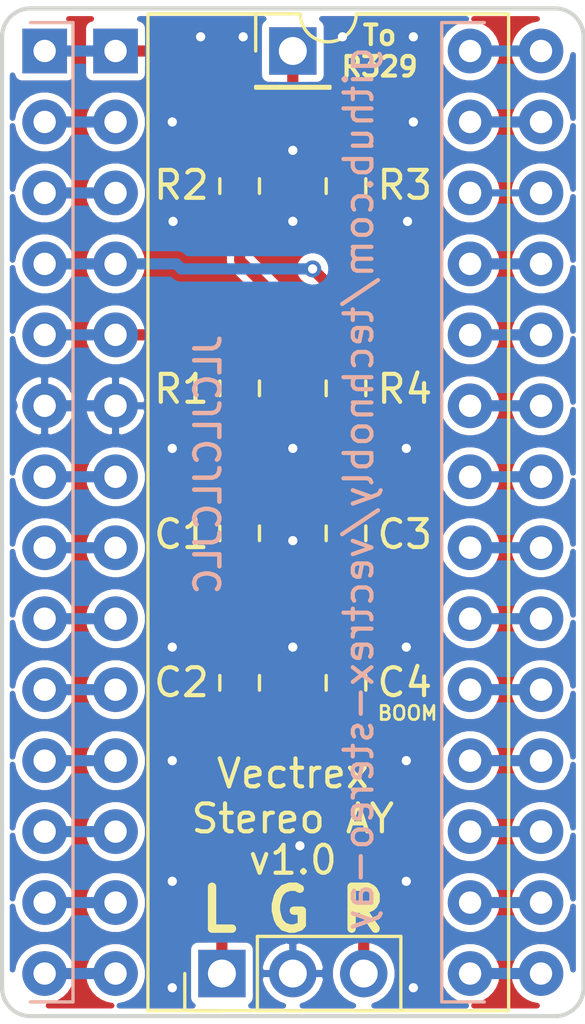
<source format=kicad_pcb>
(kicad_pcb (version 20171130) (host pcbnew "(5.1.6-87-g1447494bc)")

  (general
    (thickness 1.6)
    (drawings 104)
    (tracks 99)
    (zones 0)
    (modules 12)
    (nets 33)
  )

  (page USLetter)
  (title_block
    (title "Vectrex Stereo AY")
    (date 2021-07-21)
    (rev v1.0)
    (company "Brett Walach")
  )

  (layers
    (0 F.Cu signal)
    (31 B.Cu signal)
    (33 F.Adhes user hide)
    (34 B.Paste user hide)
    (35 F.Paste user hide)
    (36 B.SilkS user)
    (37 F.SilkS user)
    (38 B.Mask user)
    (39 F.Mask user)
    (40 Dwgs.User user hide)
    (41 Cmts.User user hide)
    (42 Eco1.User user hide)
    (43 Eco2.User user hide)
    (44 Edge.Cuts user)
    (45 Margin user hide)
    (46 B.CrtYd user hide)
    (47 F.CrtYd user hide)
    (49 F.Fab user hide)
  )

  (setup
    (last_trace_width 0.254)
    (user_trace_width 0.254)
    (user_trace_width 0.4)
    (user_trace_width 0.6096)
    (trace_clearance 0.254)
    (zone_clearance 0.2)
    (zone_45_only no)
    (trace_min 0.1524)
    (via_size 0.762)
    (via_drill 0.508)
    (via_min_size 0.6096)
    (via_min_drill 0.3302)
    (user_via 0.6096 0.3302)
    (user_via 1 0.6)
    (uvia_size 0.6858)
    (uvia_drill 0.3302)
    (uvias_allowed no)
    (uvia_min_size 0)
    (uvia_min_drill 0)
    (edge_width 0.15)
    (segment_width 0.2)
    (pcb_text_width 0.3)
    (pcb_text_size 1.5 1.5)
    (mod_edge_width 0.15)
    (mod_text_size 1 1)
    (mod_text_width 0.15)
    (pad_size 1.7 1.7)
    (pad_drill 1)
    (pad_to_mask_clearance 0.1)
    (aux_axis_origin 0 0)
    (grid_origin 119.07 42.13)
    (visible_elements FFFFEF7F)
    (pcbplotparams
      (layerselection 0x010fc_ffffffff)
      (usegerberextensions true)
      (usegerberattributes false)
      (usegerberadvancedattributes false)
      (creategerberjobfile false)
      (excludeedgelayer true)
      (linewidth 0.100000)
      (plotframeref false)
      (viasonmask false)
      (mode 1)
      (useauxorigin false)
      (hpglpennumber 1)
      (hpglpenspeed 20)
      (hpglpendiameter 15.000000)
      (psnegative false)
      (psa4output false)
      (plotreference true)
      (plotvalue true)
      (plotinvisibletext false)
      (padsonsilk false)
      (subtractmaskfromsilk false)
      (outputformat 1)
      (mirror false)
      (drillshape 0)
      (scaleselection 1)
      (outputdirectory "../gerbers"))
  )

  (net 0 "")
  (net 1 GND)
  (net 2 +5V)
  (net 3 LEFT)
  (net 4 "Net-(C1-Pad1)")
  (net 5 RIGHT)
  (net 6 "Net-(C3-Pad1)")
  (net 7 CHAN_C)
  (net 8 CHAN_A)
  (net 9 CHAN_B)
  (net 10 DA0)
  (net 11 IOA0)
  (net 12 DA1)
  (net 13 IOA1)
  (net 14 DA2)
  (net 15 IOA2)
  (net 16 DA3)
  (net 17 IOA3)
  (net 18 DA4)
  (net 19 IOA4)
  (net 20 DA5)
  (net 21 IOA5)
  (net 22 DA6)
  (net 23 IOA6)
  (net 24 DA7)
  (net 25 IOA7)
  (net 26 BC1)
  (net 27 BC2)
  (net 28 BDIR)
  (net 29 A8)
  (net 30 _RESET)
  (net 31 TEST_1)
  (net 32 CLOCK)

  (net_class Default "This is the default net class."
    (clearance 0.254)
    (trace_width 0.254)
    (via_dia 0.762)
    (via_drill 0.508)
    (uvia_dia 0.6858)
    (uvia_drill 0.3302)
    (add_net +5V)
    (add_net A8)
    (add_net BC1)
    (add_net BC2)
    (add_net BDIR)
    (add_net CHAN_A)
    (add_net CHAN_B)
    (add_net CHAN_C)
    (add_net CLOCK)
    (add_net DA0)
    (add_net DA1)
    (add_net DA2)
    (add_net DA3)
    (add_net DA4)
    (add_net DA5)
    (add_net DA6)
    (add_net DA7)
    (add_net GND)
    (add_net IOA0)
    (add_net IOA1)
    (add_net IOA2)
    (add_net IOA3)
    (add_net IOA4)
    (add_net IOA5)
    (add_net IOA6)
    (add_net IOA7)
    (add_net LEFT)
    (add_net "Net-(C1-Pad1)")
    (add_net "Net-(C3-Pad1)")
    (add_net RIGHT)
    (add_net TEST_1)
    (add_net _RESET)
  )

  (net_class Large ""
    (clearance 0.254)
    (trace_width 0.61)
    (via_dia 1)
    (via_drill 0.6)
    (uvia_dia 0.6858)
    (uvia_drill 0.3302)
  )

  (module vectrex-stereo-ay:DIP-28_W15.24mm-socket (layer F.Cu) (tedit 5A02E8C5) (tstamp 5FEAE4C2)
    (at 121.61 42.13)
    (descr "28-lead though-hole mounted DIP package, row spacing 15.24 mm (600 mils)")
    (tags "THT DIP DIL PDIP 2.54mm 15.24mm 600mil")
    (path /5FEAC44F)
    (fp_text reference U2 (at 7.62 -2.33) (layer F.SilkS) hide
      (effects (font (size 1 1) (thickness 0.15)))
    )
    (fp_text value "AY-3-8912 SOCKET" (at 7.62 35.35) (layer F.Fab)
      (effects (font (size 1 1) (thickness 0.15)))
    )
    (fp_line (start 16.3 -1.55) (end -1.05 -1.55) (layer F.CrtYd) (width 0.05))
    (fp_line (start 16.3 34.55) (end 16.3 -1.55) (layer F.CrtYd) (width 0.05))
    (fp_line (start -1.05 34.55) (end 16.3 34.55) (layer F.CrtYd) (width 0.05))
    (fp_line (start -1.05 -1.55) (end -1.05 34.55) (layer F.CrtYd) (width 0.05))
    (fp_line (start 14.08 -1.33) (end 8.62 -1.33) (layer F.SilkS) (width 0.12))
    (fp_line (start 14.08 34.35) (end 14.08 -1.33) (layer F.SilkS) (width 0.12))
    (fp_line (start 1.16 34.35) (end 14.08 34.35) (layer F.SilkS) (width 0.12))
    (fp_line (start 1.16 -1.33) (end 1.16 34.35) (layer F.SilkS) (width 0.12))
    (fp_line (start 6.62 -1.33) (end 1.16 -1.33) (layer F.SilkS) (width 0.12))
    (fp_line (start 0.255 -0.27) (end 1.255 -1.27) (layer F.Fab) (width 0.1))
    (fp_line (start 0.255 34.29) (end 0.255 -0.27) (layer F.Fab) (width 0.1))
    (fp_line (start 14.985 34.29) (end 0.255 34.29) (layer F.Fab) (width 0.1))
    (fp_line (start 14.985 -1.27) (end 14.985 34.29) (layer F.Fab) (width 0.1))
    (fp_line (start 1.255 -1.27) (end 14.985 -1.27) (layer F.Fab) (width 0.1))
    (fp_text user %R (at 7.62 16.51) (layer F.Fab)
      (effects (font (size 1 1) (thickness 0.15)))
    )
    (fp_arc (start 7.62 -1.33) (end 6.62 -1.33) (angle -180) (layer F.SilkS) (width 0.12))
    (pad 28 thru_hole oval (at 15.24 0) (size 1.6 1.6) (drill 0.8) (layers *.Cu *.Mask)
      (net 10 DA0))
    (pad 14 thru_hole oval (at 0 33.02) (size 1.6 1.6) (drill 0.8) (layers *.Cu *.Mask)
      (net 11 IOA0))
    (pad 27 thru_hole oval (at 15.24 2.54) (size 1.6 1.6) (drill 0.8) (layers *.Cu *.Mask)
      (net 12 DA1))
    (pad 13 thru_hole oval (at 0 30.48) (size 1.6 1.6) (drill 0.8) (layers *.Cu *.Mask)
      (net 13 IOA1))
    (pad 26 thru_hole oval (at 15.24 5.08) (size 1.6 1.6) (drill 0.8) (layers *.Cu *.Mask)
      (net 14 DA2))
    (pad 12 thru_hole oval (at 0 27.94) (size 1.6 1.6) (drill 0.8) (layers *.Cu *.Mask)
      (net 15 IOA2))
    (pad 25 thru_hole oval (at 15.24 7.62) (size 1.6 1.6) (drill 0.8) (layers *.Cu *.Mask)
      (net 16 DA3))
    (pad 11 thru_hole oval (at 0 25.4) (size 1.6 1.6) (drill 0.8) (layers *.Cu *.Mask)
      (net 17 IOA3))
    (pad 24 thru_hole oval (at 15.24 10.16) (size 1.6 1.6) (drill 0.8) (layers *.Cu *.Mask)
      (net 18 DA4))
    (pad 10 thru_hole oval (at 0 22.86) (size 1.6 1.6) (drill 0.8) (layers *.Cu *.Mask)
      (net 19 IOA4))
    (pad 23 thru_hole oval (at 15.24 12.7) (size 1.6 1.6) (drill 0.8) (layers *.Cu *.Mask)
      (net 20 DA5))
    (pad 9 thru_hole oval (at 0 20.32) (size 1.6 1.6) (drill 0.8) (layers *.Cu *.Mask)
      (net 21 IOA5))
    (pad 22 thru_hole oval (at 15.24 15.24) (size 1.6 1.6) (drill 0.8) (layers *.Cu *.Mask)
      (net 22 DA6))
    (pad 8 thru_hole oval (at 0 17.78) (size 1.6 1.6) (drill 0.8) (layers *.Cu *.Mask)
      (net 23 IOA6))
    (pad 21 thru_hole oval (at 15.24 17.78) (size 1.6 1.6) (drill 0.8) (layers *.Cu *.Mask)
      (net 24 DA7))
    (pad 7 thru_hole oval (at 0 15.24) (size 1.6 1.6) (drill 0.8) (layers *.Cu *.Mask)
      (net 25 IOA7))
    (pad 20 thru_hole oval (at 15.24 20.32) (size 1.6 1.6) (drill 0.8) (layers *.Cu *.Mask)
      (net 26 BC1))
    (pad 6 thru_hole oval (at 0 12.7) (size 1.6 1.6) (drill 0.8) (layers *.Cu *.Mask)
      (net 1 GND))
    (pad 19 thru_hole oval (at 15.24 22.86) (size 1.6 1.6) (drill 0.8) (layers *.Cu *.Mask)
      (net 27 BC2))
    (pad 5 thru_hole oval (at 0 10.16) (size 1.6 1.6) (drill 0.8) (layers *.Cu *.Mask)
      (net 8 CHAN_A))
    (pad 18 thru_hole oval (at 15.24 25.4) (size 1.6 1.6) (drill 0.8) (layers *.Cu *.Mask)
      (net 28 BDIR))
    (pad 4 thru_hole oval (at 0 7.62) (size 1.6 1.6) (drill 0.8) (layers *.Cu *.Mask)
      (net 9 CHAN_B))
    (pad 17 thru_hole oval (at 15.24 27.94) (size 1.6 1.6) (drill 0.8) (layers *.Cu *.Mask)
      (net 29 A8))
    (pad 3 thru_hole oval (at 0 5.08) (size 1.6 1.6) (drill 0.8) (layers *.Cu *.Mask)
      (net 2 +5V))
    (pad 16 thru_hole oval (at 15.24 30.48) (size 1.6 1.6) (drill 0.8) (layers *.Cu *.Mask)
      (net 30 _RESET))
    (pad 2 thru_hole oval (at 0 2.54) (size 1.6 1.6) (drill 0.8) (layers *.Cu *.Mask)
      (net 31 TEST_1))
    (pad 15 thru_hole oval (at 15.24 33.02) (size 1.6 1.6) (drill 0.8) (layers *.Cu *.Mask)
      (net 32 CLOCK))
    (pad 1 thru_hole rect (at 0 0) (size 1.6 1.6) (drill 0.8) (layers *.Cu *.Mask)
      (net 7 CHAN_C))
    (model ${KISYS3DMOD}/Package_DIP.3dshapes/DIP-28_W15.24mm.wrlbak
      (offset (xyz 0 0 4))
      (scale (xyz 1 1 1))
      (rotate (xyz 0 0 0))
    )
    (model ${KISYS3DMOD}/Package_DIP.3dshapes/DIP-28_W15.24mm_Socket.wrlbak
      (at (xyz 0 0 0))
      (scale (xyz 1 1 1))
      (rotate (xyz 0 0 0))
    )
  )

  (module vectrex-stereo-ay:DIP-28_W15.24mm-pins (layer F.Cu) (tedit 5FEB614B) (tstamp 5FEAE48A)
    (at 119.07 42.13)
    (descr "28-lead though-hole mounted DIP package, row spacing 15.24 mm (600 mils)")
    (tags "THT DIP DIL PDIP 2.54mm 15.24mm 600mil")
    (path /5FEAF89E)
    (fp_text reference U1 (at 7.62 -2.33) (layer F.SilkS) hide
      (effects (font (size 1 1) (thickness 0.15)))
    )
    (fp_text value "AY-3-8912 PINS" (at 7.62 35.35) (layer F.Fab)
      (effects (font (size 1 1) (thickness 0.15)))
    )
    (fp_line (start 1.255 -1.27) (end 14.985 -1.27) (layer F.Fab) (width 0.1))
    (fp_line (start 14.985 -1.27) (end 14.985 34.29) (layer F.Fab) (width 0.1))
    (fp_line (start 14.985 34.29) (end 0.255 34.29) (layer F.Fab) (width 0.1))
    (fp_line (start 0.255 34.29) (end 0.255 -0.27) (layer F.Fab) (width 0.1))
    (fp_line (start 0.255 -0.27) (end 1.255 -1.27) (layer F.Fab) (width 0.1))
    (fp_line (start -1.05 -1.55) (end -1.05 34.55) (layer F.CrtYd) (width 0.05))
    (fp_line (start -1.05 34.55) (end 16.3 34.55) (layer F.CrtYd) (width 0.05))
    (fp_line (start 16.3 34.55) (end 16.3 -1.55) (layer F.CrtYd) (width 0.05))
    (fp_line (start 16.3 -1.55) (end -1.05 -1.55) (layer F.CrtYd) (width 0.05))
    (fp_line (start -0.508 -1.016) (end 1.016 -1.016) (layer B.SilkS) (width 0.12))
    (fp_line (start 1.016 -1.016) (end 1.016 34.036) (layer B.SilkS) (width 0.12))
    (fp_line (start 1.016 34.036) (end -0.508 34.036) (layer B.SilkS) (width 0.12))
    (fp_line (start 15.748 34.036) (end 14.224 34.036) (layer B.SilkS) (width 0.12))
    (fp_line (start 14.224 34.036) (end 14.224 -1.016) (layer B.SilkS) (width 0.12))
    (fp_line (start 14.224 -1.016) (end 15.748 -1.016) (layer B.SilkS) (width 0.12))
    (fp_text user %R (at 7.62 16.51) (layer F.Fab)
      (effects (font (size 1 1) (thickness 0.15)))
    )
    (pad 28 thru_hole oval (at 15.24 0) (size 1.6 1.6) (drill 0.8) (layers *.Cu *.Mask)
      (net 10 DA0))
    (pad 14 thru_hole oval (at 0 33.02) (size 1.6 1.6) (drill 0.8) (layers *.Cu *.Mask)
      (net 11 IOA0))
    (pad 27 thru_hole oval (at 15.24 2.54) (size 1.6 1.6) (drill 0.8) (layers *.Cu *.Mask)
      (net 12 DA1))
    (pad 13 thru_hole oval (at 0 30.48) (size 1.6 1.6) (drill 0.8) (layers *.Cu *.Mask)
      (net 13 IOA1))
    (pad 26 thru_hole oval (at 15.24 5.08) (size 1.6 1.6) (drill 0.8) (layers *.Cu *.Mask)
      (net 14 DA2))
    (pad 12 thru_hole oval (at 0 27.94) (size 1.6 1.6) (drill 0.8) (layers *.Cu *.Mask)
      (net 15 IOA2))
    (pad 25 thru_hole oval (at 15.24 7.62) (size 1.6 1.6) (drill 0.8) (layers *.Cu *.Mask)
      (net 16 DA3))
    (pad 11 thru_hole oval (at 0 25.4) (size 1.6 1.6) (drill 0.8) (layers *.Cu *.Mask)
      (net 17 IOA3))
    (pad 24 thru_hole oval (at 15.24 10.16) (size 1.6 1.6) (drill 0.8) (layers *.Cu *.Mask)
      (net 18 DA4))
    (pad 10 thru_hole oval (at 0 22.86) (size 1.6 1.6) (drill 0.8) (layers *.Cu *.Mask)
      (net 19 IOA4))
    (pad 23 thru_hole oval (at 15.24 12.7) (size 1.6 1.6) (drill 0.8) (layers *.Cu *.Mask)
      (net 20 DA5))
    (pad 9 thru_hole oval (at 0 20.32) (size 1.6 1.6) (drill 0.8) (layers *.Cu *.Mask)
      (net 21 IOA5))
    (pad 22 thru_hole oval (at 15.24 15.24) (size 1.6 1.6) (drill 0.8) (layers *.Cu *.Mask)
      (net 22 DA6))
    (pad 8 thru_hole oval (at 0 17.78) (size 1.6 1.6) (drill 0.8) (layers *.Cu *.Mask)
      (net 23 IOA6))
    (pad 21 thru_hole oval (at 15.24 17.78) (size 1.6 1.6) (drill 0.8) (layers *.Cu *.Mask)
      (net 24 DA7))
    (pad 7 thru_hole oval (at 0 15.24) (size 1.6 1.6) (drill 0.8) (layers *.Cu *.Mask)
      (net 25 IOA7))
    (pad 20 thru_hole oval (at 15.24 20.32) (size 1.6 1.6) (drill 0.8) (layers *.Cu *.Mask)
      (net 26 BC1))
    (pad 6 thru_hole oval (at 0 12.7) (size 1.6 1.6) (drill 0.8) (layers *.Cu *.Mask)
      (net 1 GND))
    (pad 19 thru_hole oval (at 15.24 22.86) (size 1.6 1.6) (drill 0.8) (layers *.Cu *.Mask)
      (net 27 BC2))
    (pad 5 thru_hole oval (at 0 10.16) (size 1.6 1.6) (drill 0.8) (layers *.Cu *.Mask)
      (net 8 CHAN_A))
    (pad 18 thru_hole oval (at 15.24 25.4) (size 1.6 1.6) (drill 0.8) (layers *.Cu *.Mask)
      (net 28 BDIR))
    (pad 4 thru_hole oval (at 0 7.62) (size 1.6 1.6) (drill 0.8) (layers *.Cu *.Mask)
      (net 9 CHAN_B))
    (pad 17 thru_hole oval (at 15.24 27.94) (size 1.6 1.6) (drill 0.8) (layers *.Cu *.Mask)
      (net 29 A8))
    (pad 3 thru_hole oval (at 0 5.08) (size 1.6 1.6) (drill 0.8) (layers *.Cu *.Mask)
      (net 2 +5V))
    (pad 16 thru_hole oval (at 15.24 30.48) (size 1.6 1.6) (drill 0.8) (layers *.Cu *.Mask)
      (net 30 _RESET))
    (pad 2 thru_hole oval (at 0 2.54) (size 1.6 1.6) (drill 0.8) (layers *.Cu *.Mask)
      (net 31 TEST_1))
    (pad 15 thru_hole oval (at 15.24 33.02) (size 1.6 1.6) (drill 0.8) (layers *.Cu *.Mask)
      (net 32 CLOCK))
    (pad 1 thru_hole rect (at 0 0) (size 1.6 1.6) (drill 0.8) (layers *.Cu *.Mask)
      (net 7 CHAN_C))
    (model ${KISYS3DMOD}/Package_DIP.3dshapes/DIP-28_W15.24mm_Socket.wrlbak
      (offset (xyz 0 0 -4.1))
      (scale (xyz 1 1 1))
      (rotate (xyz 0 0 0))
    )
  )

  (module Resistor_SMD:R_0805_2012Metric_Pad1.15x1.40mm_HandSolder (layer F.Cu) (tedit 5B36C52B) (tstamp 5FEAE452)
    (at 129.865 54.204 90)
    (descr "Resistor SMD 0805 (2012 Metric), square (rectangular) end terminal, IPC_7351 nominal with elongated pad for handsoldering. (Body size source: https://docs.google.com/spreadsheets/d/1BsfQQcO9C6DZCsRaXUlFlo91Tg2WpOkGARC1WS5S8t0/edit?usp=sharing), generated with kicad-footprint-generator")
    (tags "resistor handsolder")
    (path /5FEC2A49)
    (attr smd)
    (fp_text reference R4 (at -0.026 2.105 180) (layer F.SilkS)
      (effects (font (size 1 1) (thickness 0.15)))
    )
    (fp_text value "10k 1%" (at 0 1.65 90) (layer F.Fab)
      (effects (font (size 1 1) (thickness 0.15)))
    )
    (fp_line (start 1.85 0.95) (end -1.85 0.95) (layer F.CrtYd) (width 0.05))
    (fp_line (start 1.85 -0.95) (end 1.85 0.95) (layer F.CrtYd) (width 0.05))
    (fp_line (start -1.85 -0.95) (end 1.85 -0.95) (layer F.CrtYd) (width 0.05))
    (fp_line (start -1.85 0.95) (end -1.85 -0.95) (layer F.CrtYd) (width 0.05))
    (fp_line (start -0.261252 0.71) (end 0.261252 0.71) (layer F.SilkS) (width 0.12))
    (fp_line (start -0.261252 -0.71) (end 0.261252 -0.71) (layer F.SilkS) (width 0.12))
    (fp_line (start 1 0.6) (end -1 0.6) (layer F.Fab) (width 0.1))
    (fp_line (start 1 -0.6) (end 1 0.6) (layer F.Fab) (width 0.1))
    (fp_line (start -1 -0.6) (end 1 -0.6) (layer F.Fab) (width 0.1))
    (fp_line (start -1 0.6) (end -1 -0.6) (layer F.Fab) (width 0.1))
    (fp_text user %R (at 0 0 90) (layer F.Fab)
      (effects (font (size 0.5 0.5) (thickness 0.08)))
    )
    (pad 2 smd roundrect (at 1.025 0 90) (size 1.15 1.4) (layers F.Cu F.Paste F.Mask) (roundrect_rratio 0.2173904347826087)
      (net 9 CHAN_B))
    (pad 1 smd roundrect (at -1.025 0 90) (size 1.15 1.4) (layers F.Cu F.Paste F.Mask) (roundrect_rratio 0.2173904347826087)
      (net 6 "Net-(C3-Pad1)"))
    (model ${KISYS3DMOD}/Resistor_SMD.3dshapes/R_0805_2012Metric.wrl
      (at (xyz 0 0 0))
      (scale (xyz 1 1 1))
      (rotate (xyz 0 0 0))
    )
  )

  (module Resistor_SMD:R_0805_2012Metric_Pad1.15x1.40mm_HandSolder (layer F.Cu) (tedit 5B36C52B) (tstamp 5FEAE441)
    (at 129.865 46.965 90)
    (descr "Resistor SMD 0805 (2012 Metric), square (rectangular) end terminal, IPC_7351 nominal with elongated pad for handsoldering. (Body size source: https://docs.google.com/spreadsheets/d/1BsfQQcO9C6DZCsRaXUlFlo91Tg2WpOkGARC1WS5S8t0/edit?usp=sharing), generated with kicad-footprint-generator")
    (tags "resistor handsolder")
    (path /5FEC442C)
    (attr smd)
    (fp_text reference R3 (at 0.035 2.105 180) (layer F.SilkS)
      (effects (font (size 1 1) (thickness 0.15)))
    )
    (fp_text value "15k 1%" (at 0 1.65 90) (layer F.Fab)
      (effects (font (size 1 1) (thickness 0.15)))
    )
    (fp_line (start 1.85 0.95) (end -1.85 0.95) (layer F.CrtYd) (width 0.05))
    (fp_line (start 1.85 -0.95) (end 1.85 0.95) (layer F.CrtYd) (width 0.05))
    (fp_line (start -1.85 -0.95) (end 1.85 -0.95) (layer F.CrtYd) (width 0.05))
    (fp_line (start -1.85 0.95) (end -1.85 -0.95) (layer F.CrtYd) (width 0.05))
    (fp_line (start -0.261252 0.71) (end 0.261252 0.71) (layer F.SilkS) (width 0.12))
    (fp_line (start -0.261252 -0.71) (end 0.261252 -0.71) (layer F.SilkS) (width 0.12))
    (fp_line (start 1 0.6) (end -1 0.6) (layer F.Fab) (width 0.1))
    (fp_line (start 1 -0.6) (end 1 0.6) (layer F.Fab) (width 0.1))
    (fp_line (start -1 -0.6) (end 1 -0.6) (layer F.Fab) (width 0.1))
    (fp_line (start -1 0.6) (end -1 -0.6) (layer F.Fab) (width 0.1))
    (fp_text user %R (at 0 0 90) (layer F.Fab)
      (effects (font (size 0.5 0.5) (thickness 0.08)))
    )
    (pad 2 smd roundrect (at 1.025 0 90) (size 1.15 1.4) (layers F.Cu F.Paste F.Mask) (roundrect_rratio 0.2173904347826087)
      (net 7 CHAN_C))
    (pad 1 smd roundrect (at -1.025 0 90) (size 1.15 1.4) (layers F.Cu F.Paste F.Mask) (roundrect_rratio 0.2173904347826087)
      (net 6 "Net-(C3-Pad1)"))
    (model ${KISYS3DMOD}/Resistor_SMD.3dshapes/R_0805_2012Metric.wrl
      (at (xyz 0 0 0))
      (scale (xyz 1 1 1))
      (rotate (xyz 0 0 0))
    )
  )

  (module Resistor_SMD:R_0805_2012Metric_Pad1.15x1.40mm_HandSolder (layer F.Cu) (tedit 5B36C52B) (tstamp 5FEAE430)
    (at 126.055 46.965 90)
    (descr "Resistor SMD 0805 (2012 Metric), square (rectangular) end terminal, IPC_7351 nominal with elongated pad for handsoldering. (Body size source: https://docs.google.com/spreadsheets/d/1BsfQQcO9C6DZCsRaXUlFlo91Tg2WpOkGARC1WS5S8t0/edit?usp=sharing), generated with kicad-footprint-generator")
    (tags "resistor handsolder")
    (path /5FEC3F65)
    (attr smd)
    (fp_text reference R2 (at 0.035 -2.085 180) (layer F.SilkS)
      (effects (font (size 1 1) (thickness 0.15)))
    )
    (fp_text value "15k 1%" (at 0 1.65 90) (layer F.Fab)
      (effects (font (size 1 1) (thickness 0.15)))
    )
    (fp_line (start 1.85 0.95) (end -1.85 0.95) (layer F.CrtYd) (width 0.05))
    (fp_line (start 1.85 -0.95) (end 1.85 0.95) (layer F.CrtYd) (width 0.05))
    (fp_line (start -1.85 -0.95) (end 1.85 -0.95) (layer F.CrtYd) (width 0.05))
    (fp_line (start -1.85 0.95) (end -1.85 -0.95) (layer F.CrtYd) (width 0.05))
    (fp_line (start -0.261252 0.71) (end 0.261252 0.71) (layer F.SilkS) (width 0.12))
    (fp_line (start -0.261252 -0.71) (end 0.261252 -0.71) (layer F.SilkS) (width 0.12))
    (fp_line (start 1 0.6) (end -1 0.6) (layer F.Fab) (width 0.1))
    (fp_line (start 1 -0.6) (end 1 0.6) (layer F.Fab) (width 0.1))
    (fp_line (start -1 -0.6) (end 1 -0.6) (layer F.Fab) (width 0.1))
    (fp_line (start -1 0.6) (end -1 -0.6) (layer F.Fab) (width 0.1))
    (fp_text user %R (at 0 0 90) (layer F.Fab)
      (effects (font (size 0.5 0.5) (thickness 0.08)))
    )
    (pad 2 smd roundrect (at 1.025 0 90) (size 1.15 1.4) (layers F.Cu F.Paste F.Mask) (roundrect_rratio 0.2173904347826087)
      (net 7 CHAN_C))
    (pad 1 smd roundrect (at -1.025 0 90) (size 1.15 1.4) (layers F.Cu F.Paste F.Mask) (roundrect_rratio 0.2173904347826087)
      (net 4 "Net-(C1-Pad1)"))
    (model ${KISYS3DMOD}/Resistor_SMD.3dshapes/R_0805_2012Metric.wrl
      (at (xyz 0 0 0))
      (scale (xyz 1 1 1))
      (rotate (xyz 0 0 0))
    )
  )

  (module Resistor_SMD:R_0805_2012Metric_Pad1.15x1.40mm_HandSolder (layer F.Cu) (tedit 5B36C52B) (tstamp 5FEAE41F)
    (at 126.055 54.204 90)
    (descr "Resistor SMD 0805 (2012 Metric), square (rectangular) end terminal, IPC_7351 nominal with elongated pad for handsoldering. (Body size source: https://docs.google.com/spreadsheets/d/1BsfQQcO9C6DZCsRaXUlFlo91Tg2WpOkGARC1WS5S8t0/edit?usp=sharing), generated with kicad-footprint-generator")
    (tags "resistor handsolder")
    (path /5FEBE9A0)
    (attr smd)
    (fp_text reference R1 (at -0.026 -2.085 180) (layer F.SilkS)
      (effects (font (size 1 1) (thickness 0.15)))
    )
    (fp_text value "10k 1%" (at 0 1.65 90) (layer F.Fab)
      (effects (font (size 1 1) (thickness 0.15)))
    )
    (fp_line (start 1.85 0.95) (end -1.85 0.95) (layer F.CrtYd) (width 0.05))
    (fp_line (start 1.85 -0.95) (end 1.85 0.95) (layer F.CrtYd) (width 0.05))
    (fp_line (start -1.85 -0.95) (end 1.85 -0.95) (layer F.CrtYd) (width 0.05))
    (fp_line (start -1.85 0.95) (end -1.85 -0.95) (layer F.CrtYd) (width 0.05))
    (fp_line (start -0.261252 0.71) (end 0.261252 0.71) (layer F.SilkS) (width 0.12))
    (fp_line (start -0.261252 -0.71) (end 0.261252 -0.71) (layer F.SilkS) (width 0.12))
    (fp_line (start 1 0.6) (end -1 0.6) (layer F.Fab) (width 0.1))
    (fp_line (start 1 -0.6) (end 1 0.6) (layer F.Fab) (width 0.1))
    (fp_line (start -1 -0.6) (end 1 -0.6) (layer F.Fab) (width 0.1))
    (fp_line (start -1 0.6) (end -1 -0.6) (layer F.Fab) (width 0.1))
    (fp_text user %R (at 0 0 90) (layer F.Fab)
      (effects (font (size 0.5 0.5) (thickness 0.08)))
    )
    (pad 2 smd roundrect (at 1.025 0 90) (size 1.15 1.4) (layers F.Cu F.Paste F.Mask) (roundrect_rratio 0.2173904347826087)
      (net 8 CHAN_A))
    (pad 1 smd roundrect (at -1.025 0 90) (size 1.15 1.4) (layers F.Cu F.Paste F.Mask) (roundrect_rratio 0.2173904347826087)
      (net 4 "Net-(C1-Pad1)"))
    (model ${KISYS3DMOD}/Resistor_SMD.3dshapes/R_0805_2012Metric.wrl
      (at (xyz 0 0 0))
      (scale (xyz 1 1 1))
      (rotate (xyz 0 0 0))
    )
  )

  (module Connector_PinHeader_2.54mm:PinHeader_1x03_P2.54mm_Vertical (layer F.Cu) (tedit 59FED5CC) (tstamp 5FEAE40E)
    (at 125.42 75.15 90)
    (descr "Through hole straight pin header, 1x03, 2.54mm pitch, single row")
    (tags "Through hole pin header THT 1x03 2.54mm single row")
    (path /5FEDB888)
    (fp_text reference J2 (at -0.762 -2.032 180) (layer F.SilkS) hide
      (effects (font (size 1 1) (thickness 0.15)))
    )
    (fp_text value "Audio Out" (at 0 7.41 90) (layer F.Fab)
      (effects (font (size 1 1) (thickness 0.15)))
    )
    (fp_line (start 1.8 -1.8) (end -1.8 -1.8) (layer F.CrtYd) (width 0.05))
    (fp_line (start 1.8 6.85) (end 1.8 -1.8) (layer F.CrtYd) (width 0.05))
    (fp_line (start -1.8 6.85) (end 1.8 6.85) (layer F.CrtYd) (width 0.05))
    (fp_line (start -1.8 -1.8) (end -1.8 6.85) (layer F.CrtYd) (width 0.05))
    (fp_line (start -1.33 -1.33) (end 0 -1.33) (layer F.SilkS) (width 0.12))
    (fp_line (start -1.33 0) (end -1.33 -1.33) (layer F.SilkS) (width 0.12))
    (fp_line (start -1.33 1.27) (end 1.33 1.27) (layer F.SilkS) (width 0.12))
    (fp_line (start 1.33 1.27) (end 1.33 6.41) (layer F.SilkS) (width 0.12))
    (fp_line (start -1.33 1.27) (end -1.33 6.41) (layer F.SilkS) (width 0.12))
    (fp_line (start -1.33 6.41) (end 1.33 6.41) (layer F.SilkS) (width 0.12))
    (fp_line (start -1.27 -0.635) (end -0.635 -1.27) (layer F.Fab) (width 0.1))
    (fp_line (start -1.27 6.35) (end -1.27 -0.635) (layer F.Fab) (width 0.1))
    (fp_line (start 1.27 6.35) (end -1.27 6.35) (layer F.Fab) (width 0.1))
    (fp_line (start 1.27 -1.27) (end 1.27 6.35) (layer F.Fab) (width 0.1))
    (fp_line (start -0.635 -1.27) (end 1.27 -1.27) (layer F.Fab) (width 0.1))
    (fp_text user %R (at 0 2.54) (layer F.Fab)
      (effects (font (size 1 1) (thickness 0.15)))
    )
    (pad 3 thru_hole oval (at 0 5.08 90) (size 1.7 1.7) (drill 1) (layers *.Cu *.Mask)
      (net 5 RIGHT))
    (pad 2 thru_hole oval (at 0 2.54 90) (size 1.7 1.7) (drill 1) (layers *.Cu *.Mask)
      (net 1 GND))
    (pad 1 thru_hole rect (at 0 0 90) (size 1.7 1.7) (drill 1) (layers *.Cu *.Mask)
      (net 3 LEFT))
  )

  (module Connector_PinHeader_2.54mm:PinHeader_1x01_P2.54mm_Vertical (layer F.Cu) (tedit 59FED5CC) (tstamp 5FEAE3F7)
    (at 127.96 42.13)
    (descr "Through hole straight pin header, 1x01, 2.54mm pitch, single row")
    (tags "Through hole pin header THT 1x01 2.54mm single row")
    (path /5FEE0418)
    (fp_text reference J1 (at 0 -2.33) (layer F.SilkS) hide
      (effects (font (size 1 1) (thickness 0.15)))
    )
    (fp_text value "Speech Mini Grabber" (at 0 2.33) (layer F.Fab)
      (effects (font (size 1 1) (thickness 0.15)))
    )
    (fp_line (start 1.8 -1.8) (end -1.8 -1.8) (layer F.CrtYd) (width 0.05))
    (fp_line (start 1.8 1.8) (end 1.8 -1.8) (layer F.CrtYd) (width 0.05))
    (fp_line (start -1.8 1.8) (end 1.8 1.8) (layer F.CrtYd) (width 0.05))
    (fp_line (start -1.8 -1.8) (end -1.8 1.8) (layer F.CrtYd) (width 0.05))
    (fp_line (start -1.33 -1.33) (end 0 -1.33) (layer F.SilkS) (width 0.12))
    (fp_line (start -1.33 0) (end -1.33 -1.33) (layer F.SilkS) (width 0.12))
    (fp_line (start -1.33 1.27) (end 1.33 1.27) (layer F.SilkS) (width 0.12))
    (fp_line (start 1.33 1.27) (end 1.33 1.33) (layer F.SilkS) (width 0.12))
    (fp_line (start -1.33 1.27) (end -1.33 1.33) (layer F.SilkS) (width 0.12))
    (fp_line (start -1.33 1.33) (end 1.33 1.33) (layer F.SilkS) (width 0.12))
    (fp_line (start -1.27 -0.635) (end -0.635 -1.27) (layer F.Fab) (width 0.1))
    (fp_line (start -1.27 1.27) (end -1.27 -0.635) (layer F.Fab) (width 0.1))
    (fp_line (start 1.27 1.27) (end -1.27 1.27) (layer F.Fab) (width 0.1))
    (fp_line (start 1.27 -1.27) (end 1.27 1.27) (layer F.Fab) (width 0.1))
    (fp_line (start -0.635 -1.27) (end 1.27 -1.27) (layer F.Fab) (width 0.1))
    (fp_text user %R (at 0 0 90) (layer F.Fab)
      (effects (font (size 1 1) (thickness 0.15)))
    )
    (pad 1 thru_hole rect (at 0 0) (size 1.7 1.7) (drill 1) (layers *.Cu *.Mask)
      (net 7 CHAN_C))
  )

  (module Resistor_SMD:R_0805_2012Metric_Pad1.15x1.40mm_HandSolder (layer F.Cu) (tedit 5B36C52B) (tstamp 5FEAE3E2)
    (at 129.865 64.745 270)
    (descr "Resistor SMD 0805 (2012 Metric), square (rectangular) end terminal, IPC_7351 nominal with elongated pad for handsoldering. (Body size source: https://docs.google.com/spreadsheets/d/1BsfQQcO9C6DZCsRaXUlFlo91Tg2WpOkGARC1WS5S8t0/edit?usp=sharing), generated with kicad-footprint-generator")
    (tags "resistor handsolder")
    (path /5FECDD69)
    (attr smd)
    (fp_text reference C4 (at -0.015 -2.105 180) (layer F.SilkS)
      (effects (font (size 1 1) (thickness 0.15)))
    )
    (fp_text value 2.2nF (at 0 1.65 90) (layer F.Fab)
      (effects (font (size 1 1) (thickness 0.15)))
    )
    (fp_line (start 1.85 0.95) (end -1.85 0.95) (layer F.CrtYd) (width 0.05))
    (fp_line (start 1.85 -0.95) (end 1.85 0.95) (layer F.CrtYd) (width 0.05))
    (fp_line (start -1.85 -0.95) (end 1.85 -0.95) (layer F.CrtYd) (width 0.05))
    (fp_line (start -1.85 0.95) (end -1.85 -0.95) (layer F.CrtYd) (width 0.05))
    (fp_line (start -0.261252 0.71) (end 0.261252 0.71) (layer F.SilkS) (width 0.12))
    (fp_line (start -0.261252 -0.71) (end 0.261252 -0.71) (layer F.SilkS) (width 0.12))
    (fp_line (start 1 0.6) (end -1 0.6) (layer F.Fab) (width 0.1))
    (fp_line (start 1 -0.6) (end 1 0.6) (layer F.Fab) (width 0.1))
    (fp_line (start -1 -0.6) (end 1 -0.6) (layer F.Fab) (width 0.1))
    (fp_line (start -1 0.6) (end -1 -0.6) (layer F.Fab) (width 0.1))
    (fp_text user %R (at 0 0 90) (layer F.Fab)
      (effects (font (size 0.5 0.5) (thickness 0.08)))
    )
    (pad 2 smd roundrect (at 1.025 0 270) (size 1.15 1.4) (layers F.Cu F.Paste F.Mask) (roundrect_rratio 0.2173904347826087)
      (net 1 GND))
    (pad 1 smd roundrect (at -1.025 0 270) (size 1.15 1.4) (layers F.Cu F.Paste F.Mask) (roundrect_rratio 0.2173904347826087)
      (net 5 RIGHT))
    (model ${KISYS3DMOD}/Capacitor_SMD.3dshapes/C_0805_2012Metric.wrl
      (at (xyz 0 0 0))
      (scale (xyz 1 1 1))
      (rotate (xyz 0 0 0))
    )
  )

  (module Resistor_SMD:R_0805_2012Metric_Pad1.15x1.40mm_HandSolder (layer F.Cu) (tedit 5B36C52B) (tstamp 5FEAE3D1)
    (at 129.865 59.393 270)
    (descr "Resistor SMD 0805 (2012 Metric), square (rectangular) end terminal, IPC_7351 nominal with elongated pad for handsoldering. (Body size source: https://docs.google.com/spreadsheets/d/1BsfQQcO9C6DZCsRaXUlFlo91Tg2WpOkGARC1WS5S8t0/edit?usp=sharing), generated with kicad-footprint-generator")
    (tags "resistor handsolder")
    (path /5FECC9C5)
    (attr smd)
    (fp_text reference C3 (at 0.037 -2.105 180) (layer F.SilkS)
      (effects (font (size 1 1) (thickness 0.15)))
    )
    (fp_text value 0.22uF (at 0 1.65 90) (layer F.Fab)
      (effects (font (size 1 1) (thickness 0.15)))
    )
    (fp_line (start 1.85 0.95) (end -1.85 0.95) (layer F.CrtYd) (width 0.05))
    (fp_line (start 1.85 -0.95) (end 1.85 0.95) (layer F.CrtYd) (width 0.05))
    (fp_line (start -1.85 -0.95) (end 1.85 -0.95) (layer F.CrtYd) (width 0.05))
    (fp_line (start -1.85 0.95) (end -1.85 -0.95) (layer F.CrtYd) (width 0.05))
    (fp_line (start -0.261252 0.71) (end 0.261252 0.71) (layer F.SilkS) (width 0.12))
    (fp_line (start -0.261252 -0.71) (end 0.261252 -0.71) (layer F.SilkS) (width 0.12))
    (fp_line (start 1 0.6) (end -1 0.6) (layer F.Fab) (width 0.1))
    (fp_line (start 1 -0.6) (end 1 0.6) (layer F.Fab) (width 0.1))
    (fp_line (start -1 -0.6) (end 1 -0.6) (layer F.Fab) (width 0.1))
    (fp_line (start -1 0.6) (end -1 -0.6) (layer F.Fab) (width 0.1))
    (fp_text user %R (at 0 0 90) (layer F.Fab)
      (effects (font (size 0.5 0.5) (thickness 0.08)))
    )
    (pad 2 smd roundrect (at 1.025 0 270) (size 1.15 1.4) (layers F.Cu F.Paste F.Mask) (roundrect_rratio 0.2173904347826087)
      (net 5 RIGHT))
    (pad 1 smd roundrect (at -1.025 0 270) (size 1.15 1.4) (layers F.Cu F.Paste F.Mask) (roundrect_rratio 0.2173904347826087)
      (net 6 "Net-(C3-Pad1)"))
    (model ${KISYS3DMOD}/Capacitor_SMD.3dshapes/C_0805_2012Metric.wrl
      (at (xyz 0 0 0))
      (scale (xyz 1 1 1))
      (rotate (xyz 0 0 0))
    )
  )

  (module Resistor_SMD:R_0805_2012Metric_Pad1.15x1.40mm_HandSolder (layer F.Cu) (tedit 5B36C52B) (tstamp 5FEAE3C0)
    (at 126.055 64.745 270)
    (descr "Resistor SMD 0805 (2012 Metric), square (rectangular) end terminal, IPC_7351 nominal with elongated pad for handsoldering. (Body size source: https://docs.google.com/spreadsheets/d/1BsfQQcO9C6DZCsRaXUlFlo91Tg2WpOkGARC1WS5S8t0/edit?usp=sharing), generated with kicad-footprint-generator")
    (tags "resistor handsolder")
    (path /5FECCFA2)
    (attr smd)
    (fp_text reference C2 (at -0.015 2.085 180) (layer F.SilkS)
      (effects (font (size 1 1) (thickness 0.15)))
    )
    (fp_text value 2.2nF (at 0 1.65 90) (layer F.Fab)
      (effects (font (size 1 1) (thickness 0.15)))
    )
    (fp_line (start 1.85 0.95) (end -1.85 0.95) (layer F.CrtYd) (width 0.05))
    (fp_line (start 1.85 -0.95) (end 1.85 0.95) (layer F.CrtYd) (width 0.05))
    (fp_line (start -1.85 -0.95) (end 1.85 -0.95) (layer F.CrtYd) (width 0.05))
    (fp_line (start -1.85 0.95) (end -1.85 -0.95) (layer F.CrtYd) (width 0.05))
    (fp_line (start -0.261252 0.71) (end 0.261252 0.71) (layer F.SilkS) (width 0.12))
    (fp_line (start -0.261252 -0.71) (end 0.261252 -0.71) (layer F.SilkS) (width 0.12))
    (fp_line (start 1 0.6) (end -1 0.6) (layer F.Fab) (width 0.1))
    (fp_line (start 1 -0.6) (end 1 0.6) (layer F.Fab) (width 0.1))
    (fp_line (start -1 -0.6) (end 1 -0.6) (layer F.Fab) (width 0.1))
    (fp_line (start -1 0.6) (end -1 -0.6) (layer F.Fab) (width 0.1))
    (fp_text user %R (at 0 0 90) (layer F.Fab)
      (effects (font (size 0.5 0.5) (thickness 0.08)))
    )
    (pad 2 smd roundrect (at 1.025 0 270) (size 1.15 1.4) (layers F.Cu F.Paste F.Mask) (roundrect_rratio 0.2173904347826087)
      (net 1 GND))
    (pad 1 smd roundrect (at -1.025 0 270) (size 1.15 1.4) (layers F.Cu F.Paste F.Mask) (roundrect_rratio 0.2173904347826087)
      (net 3 LEFT))
    (model ${KISYS3DMOD}/Capacitor_SMD.3dshapes/C_0805_2012Metric.wrl
      (at (xyz 0 0 0))
      (scale (xyz 1 1 1))
      (rotate (xyz 0 0 0))
    )
  )

  (module Resistor_SMD:R_0805_2012Metric_Pad1.15x1.40mm_HandSolder (layer F.Cu) (tedit 5B36C52B) (tstamp 5FEB074E)
    (at 126.055 59.393 270)
    (descr "Resistor SMD 0805 (2012 Metric), square (rectangular) end terminal, IPC_7351 nominal with elongated pad for handsoldering. (Body size source: https://docs.google.com/spreadsheets/d/1BsfQQcO9C6DZCsRaXUlFlo91Tg2WpOkGARC1WS5S8t0/edit?usp=sharing), generated with kicad-footprint-generator")
    (tags "resistor handsolder")
    (path /5FEC1F27)
    (attr smd)
    (fp_text reference C1 (at 0.037 2.085 180) (layer F.SilkS)
      (effects (font (size 1 1) (thickness 0.15)))
    )
    (fp_text value 0.22uF (at 0 1.65 90) (layer F.Fab)
      (effects (font (size 1 1) (thickness 0.15)))
    )
    (fp_line (start 1.85 0.95) (end -1.85 0.95) (layer F.CrtYd) (width 0.05))
    (fp_line (start 1.85 -0.95) (end 1.85 0.95) (layer F.CrtYd) (width 0.05))
    (fp_line (start -1.85 -0.95) (end 1.85 -0.95) (layer F.CrtYd) (width 0.05))
    (fp_line (start -1.85 0.95) (end -1.85 -0.95) (layer F.CrtYd) (width 0.05))
    (fp_line (start -0.261252 0.71) (end 0.261252 0.71) (layer F.SilkS) (width 0.12))
    (fp_line (start -0.261252 -0.71) (end 0.261252 -0.71) (layer F.SilkS) (width 0.12))
    (fp_line (start 1 0.6) (end -1 0.6) (layer F.Fab) (width 0.1))
    (fp_line (start 1 -0.6) (end 1 0.6) (layer F.Fab) (width 0.1))
    (fp_line (start -1 -0.6) (end 1 -0.6) (layer F.Fab) (width 0.1))
    (fp_line (start -1 0.6) (end -1 -0.6) (layer F.Fab) (width 0.1))
    (fp_text user %R (at 0 0 90) (layer F.Fab)
      (effects (font (size 0.5 0.5) (thickness 0.08)))
    )
    (pad 2 smd roundrect (at 1.025 0 270) (size 1.15 1.4) (layers F.Cu F.Paste F.Mask) (roundrect_rratio 0.2173904347826087)
      (net 3 LEFT))
    (pad 1 smd roundrect (at -1.025 0 270) (size 1.15 1.4) (layers F.Cu F.Paste F.Mask) (roundrect_rratio 0.2173904347826087)
      (net 4 "Net-(C1-Pad1)"))
    (model ${KISYS3DMOD}/Capacitor_SMD.3dshapes/C_0805_2012Metric.wrl
      (at (xyz 0 0 0))
      (scale (xyz 1 1 1))
      (rotate (xyz 0 0 0))
    )
  )

  (gr_text github.com/technobly/vectrex-stereo-ay (at 130.32 57.805 90) (layer B.SilkS)
    (effects (font (size 1 1) (thickness 0.15)) (justify mirror))
  )
  (gr_text JLCJLCJLCJLC (at 124.92 56.93 90) (layer B.SilkS)
    (effects (font (size 0.9 0.9) (thickness 0.16)) (justify mirror))
  )
  (gr_text BOOM (at 132.07 65.83) (layer F.SilkS) (tstamp 5FEBE3FB)
    (effects (font (size 0.5 0.5) (thickness 0.1)))
  )
  (gr_arc (start 137.358 41.622) (end 138.374 41.622) (angle -90) (layer Edge.Cuts) (width 0.15))
  (gr_arc (start 137.358 75.658) (end 137.358 76.674) (angle -90) (layer Edge.Cuts) (width 0.15))
  (gr_arc (start 118.562 75.658) (end 117.546 75.658) (angle -90) (layer Edge.Cuts) (width 0.15))
  (gr_arc (start 118.562 41.622) (end 118.562 40.606) (angle -90) (layer Edge.Cuts) (width 0.15))
  (gr_text "L G R" (at 127.96 72.864) (layer F.SilkS)
    (effects (font (size 1.5 1.5) (thickness 0.3)))
  )
  (gr_text "To\nR329" (at 131.07 42.13) (layer F.SilkS) (tstamp 60F83B20)
    (effects (font (size 0.7 0.7) (thickness 0.15)))
  )
  (gr_text v1.0 (at 127.96 71.086) (layer F.SilkS)
    (effects (font (size 1 1) (thickness 0.15)))
  )
  (gr_line (start 118.562 76.674) (end 137.358 76.674) (angle 90) (layer Edge.Cuts) (width 0.15) (tstamp 5DE58491))
  (gr_line (start 138.374 75.658) (end 138.374 41.622) (angle 90) (layer Edge.Cuts) (width 0.15) (tstamp 5EE7CC9D))
  (gr_line (start 117.546 41.622) (end 117.546 75.658) (angle 90) (layer Edge.Cuts) (width 0.15) (tstamp 5DE59E28))
  (gr_text "Vectrex\nStereo AY" (at 127.96 68.8) (layer F.SilkS) (tstamp 5F5F340D)
    (effects (font (size 1 1) (thickness 0.15)))
  )
  (gr_line (start 184.85 78.285) (end 159.55 78.285) (layer F.Fab) (width 0.15) (tstamp 5EF972AB))
  (gr_line (start 159.55 78.26) (end 159.55 73.035) (layer F.Fab) (width 0.15) (tstamp 5EF972AA))
  (gr_line (start 159.55 73.035) (end 184.85 73.035) (layer F.Fab) (width 0.15) (tstamp 5EF972A9))
  (gr_line (start 184.85 73.06) (end 184.85 78.31) (layer F.Fab) (width 0.15) (tstamp 5EF972A8))
  (gr_text "COMPONENT KEEPOUT\nBOT SIDE OF BOARD" (at 172.25 75.76) (layer F.Fab) (tstamp 5EF972A7)
    (effects (font (size 1.5 1.5) (thickness 0.3)))
  )
  (gr_line (start 155.83 79.26) (end 159.41 78.22) (layer F.Fab) (width 0.15))
  (gr_line (start 153.04 80.07) (end 155.06 79.5) (layer F.Fab) (width 0.15))
  (gr_line (start 131.04 80.07) (end 125.3 87.09) (layer F.Fab) (width 0.15))
  (gr_line (start 153.02 80.07) (end 131.04 80.07) (layer F.Fab) (width 0.15))
  (gr_line (start 157.99 86.47) (end 153.02 80.07) (layer F.Fab) (width 0.15))
  (gr_line (start 123.1 117.8) (end 160 117.8) (layer Dwgs.User) (width 0.15) (tstamp 5EED9914))
  (gr_line (start 118.95 125.4) (end 162.2 125.4) (layer Dwgs.User) (width 0.15) (tstamp 5EED9408))
  (gr_line (start 120.4 99) (end 157.3 99) (layer Dwgs.User) (width 0.15))
  (gr_line (start 124 90.4) (end 124.3 89.8) (layer F.Fab) (width 0.15) (tstamp 5EED8F14))
  (gr_line (start 105.4 97.4) (end 105.4 95.4) (layer F.Fab) (width 0.15) (tstamp 5EED7F9C))
  (gr_line (start 112.2 97.4) (end 105.4 97.4) (layer F.Fab) (width 0.15))
  (gr_line (start 112.2 95.4) (end 112.2 97.4) (layer F.Fab) (width 0.15))
  (gr_line (start 105.4 95.4) (end 112.2 95.4) (layer F.Fab) (width 0.15))
  (gr_line (start 124.3 91.5) (end 124.3 89.8) (layer F.Fab) (width 0.15) (tstamp 5EED7F84))
  (gr_line (start 124.6 90.4) (end 124.3 89.8) (layer F.Fab) (width 0.15) (tstamp 5EED7F80))
  (gr_line (start 112.3 96.3) (end 124.3 91.5) (layer F.Fab) (width 0.15))
  (gr_text "Optional 47.1mm\nboard height" (at 108.8 96.4) (layer F.Fab)
    (effects (font (size 0.5 0.5) (thickness 0.1)))
  )
  (dimension 47.1 (width 0.15) (layer F.Fab)
    (gr_text "47.100 mm" (at 114.6 113.25 90) (layer F.Fab)
      (effects (font (size 1 1) (thickness 0.15)))
    )
    (feature1 (pts (xy 117.7 89.7) (xy 115.313579 89.7)))
    (feature2 (pts (xy 117.7 136.8) (xy 115.313579 136.8)))
    (crossbar (pts (xy 115.9 136.8) (xy 115.9 89.7)))
    (arrow1a (pts (xy 115.9 89.7) (xy 116.486421 90.826504)))
    (arrow1b (pts (xy 115.9 89.7) (xy 115.313579 90.826504)))
    (arrow2a (pts (xy 115.9 136.8) (xy 116.486421 135.673496)))
    (arrow2b (pts (xy 115.9 136.8) (xy 115.313579 135.673496)))
  )
  (dimension 48 (width 0.15) (layer F.Fab)
    (gr_text "48.000 mm" (at 141.7 65.600001) (layer F.Fab)
      (effects (font (size 1 1) (thickness 0.15)))
    )
    (feature1 (pts (xy 117.7 70.7) (xy 117.7 66.31358)))
    (feature2 (pts (xy 165.7 70.7) (xy 165.7 66.31358)))
    (crossbar (pts (xy 165.7 66.900001) (xy 117.7 66.900001)))
    (arrow1a (pts (xy 117.7 66.900001) (xy 118.826504 66.31358)))
    (arrow1b (pts (xy 117.7 66.900001) (xy 118.826504 67.486422)))
    (arrow2a (pts (xy 165.7 66.900001) (xy 164.573496 66.31358)))
    (arrow2b (pts (xy 165.7 66.900001) (xy 164.573496 67.486422)))
  )
  (gr_line (start 155.4 90.6) (end 154.8 90.8) (layer F.Fab) (width 0.15) (tstamp 5EED7B80))
  (gr_line (start 154.8 90.8) (end 154.9 90.1) (layer F.Fab) (width 0.15))
  (gr_line (start 157.98 86.46) (end 154.8 90.8) (layer F.Fab) (width 0.15))
  (gr_line (start 127.8 90.6) (end 128.5 90.7) (layer F.Fab) (width 0.15) (tstamp 5EED7B7F))
  (gr_line (start 128.4 90) (end 128.5 90.7) (layer F.Fab) (width 0.15) (tstamp 5EED7B7E))
  (gr_line (start 125.28 87.09) (end 128.5 90.7) (layer F.Fab) (width 0.15))
  (gr_line (start 123.2 89.7) (end 160.7 89.7) (layer F.Fab) (width 0.05) (tstamp 5EED7B69))
  (gr_line (start 161.6 87.15) (end 162.775 87.7) (layer F.Fab) (width 0.15) (tstamp 5EED7B4B))
  (gr_line (start 162.375 86.375) (end 162.775 87.7) (layer F.Fab) (width 0.15) (tstamp 5EED7B4A))
  (gr_line (start 154.45 78.325) (end 162.775 87.7) (layer F.Fab) (width 0.15))
  (gr_line (start 131.9 88.875) (end 137.15 91.325) (layer F.Fab) (width 0.15))
  (gr_line (start 151.075 88.925) (end 146.5 91.35) (layer F.Fab) (width 0.15))
  (gr_line (start 122.8 87.325) (end 121.45 88.225) (layer F.Fab) (width 0.15) (tstamp 5EED7B17))
  (gr_line (start 154.45 73.1) (end 154.45 78.35) (layer F.Fab) (width 0.15) (tstamp 5EED7AF6))
  (gr_line (start 129.15 78.3) (end 121.45 88.225) (layer F.Fab) (width 0.15) (tstamp 5EED7B40))
  (gr_line (start 121.45 88.225) (end 121.9 86.7) (layer F.Fab) (width 0.15) (tstamp 5EED7B1D))
  (gr_line (start 129.15 73.075) (end 154.45 73.075) (layer F.Fab) (width 0.15) (tstamp 5EED7B14))
  (gr_line (start 121.45 88.225) (end 122.8 87.325) (layer F.Fab) (width 0.15) (tstamp 5EED7B23))
  (gr_line (start 129.15 78.3) (end 129.15 73.075) (layer F.Fab) (width 0.15) (tstamp 5EED7B20))
  (gr_line (start 154.45 78.325) (end 129.15 78.325) (layer F.Fab) (width 0.15) (tstamp 5EED7B11))
  (gr_text "COMPONENT KEEPOUT\nTOP SIDE OF BOARD" (at 141.85 75.8) (layer F.Fab) (tstamp 5EED7B26)
    (effects (font (size 1.5 1.5) (thickness 0.3)))
  )
  (gr_text "4.2mm hole\n" (at 141.9 91.825) (layer F.Fab) (tstamp 5EF85815)
    (effects (font (size 1 1) (thickness 0.15)))
  )
  (gr_text "3.7mm hole\n" (at 123.375 113.35) (layer F.Fab) (tstamp 5EED7A41)
    (effects (font (size 1 1) (thickness 0.15)))
  )
  (gr_text "3.7mm hole\n" (at 160.8 113.5) (layer F.Fab)
    (effects (font (size 1 1) (thickness 0.15)))
  )
  (gr_text "5.2mm hole" (at 142.125 113.45) (layer F.Fab)
    (effects (font (size 1 1) (thickness 0.15)))
  )
  (gr_line (start 171.65 145.8) (end 171.65 140.575) (layer F.Fab) (width 0.15) (tstamp 5EED7A29))
  (gr_line (start 192.75 145.825) (end 171.65 145.825) (layer F.Fab) (width 0.15))
  (gr_line (start 192.75 140.575) (end 192.75 145.825) (layer F.Fab) (width 0.15))
  (gr_line (start 171.65 140.575) (end 192.75 140.575) (layer F.Fab) (width 0.15))
  (gr_line (start 166.025 137.225) (end 167.65 137.45) (layer F.Fab) (width 0.15))
  (gr_line (start 166.925 138.575) (end 166.025 137.225) (layer F.Fab) (width 0.15) (tstamp 5EED7A27))
  (gr_line (start 166.025 137.225) (end 166.925 138.575) (layer F.Fab) (width 0.15))
  (gr_line (start 171.65 140.575) (end 166.025 137.225) (layer F.Fab) (width 0.15))
  (gr_text "EDGE CHAMFERED\n45 DEGREES" (at 182.075 143.275) (layer F.Fab)
    (effects (font (size 1.5 1.5) (thickness 0.3)))
  )
  (gr_line (start 154.5 89.7) (end 152.9 89.7) (layer F.Fab) (width 0.15) (tstamp 5EE55C0E))
  (gr_line (start 152.9 91.7) (end 154.5 91.7) (layer F.Fab) (width 0.15) (tstamp 5EE55C0D))
  (gr_line (start 154.5 91.7) (end 154.5 89.7) (layer F.Fab) (width 0.15) (tstamp 5EE55C0C))
  (gr_line (start 152.9 89.7) (end 152.9 91.7) (layer F.Fab) (width 0.15) (tstamp 5EE55C0B))
  (gr_line (start 128.9 89.7) (end 128.9 91.7) (layer F.Fab) (width 0.15) (tstamp 5EE55B1E))
  (gr_line (start 130.5 89.7) (end 128.9 89.7) (layer F.Fab) (width 0.15))
  (gr_line (start 130.5 91.7) (end 130.5 89.7) (layer F.Fab) (width 0.15))
  (gr_line (start 128.9 91.7) (end 130.5 91.7) (layer F.Fab) (width 0.15))
  (gr_circle (center 163.7 89.7) (end 165.8 89.7) (layer F.Fab) (width 0.15) (tstamp 5EE559B0))
  (gr_circle (center 119.7 89.7) (end 121.8 89.7) (layer F.Fab) (width 0.15))
  (dimension 24 (width 0.15) (layer F.Fab)
    (gr_text "24.000 mm" (at 153.7 142.999999) (layer F.Fab)
      (effects (font (size 1 1) (thickness 0.15)))
    )
    (feature1 (pts (xy 165.7 137.6) (xy 165.7 142.28642)))
    (feature2 (pts (xy 141.7 137.6) (xy 141.7 142.28642)))
    (crossbar (pts (xy 141.7 141.699999) (xy 165.7 141.699999)))
    (arrow1a (pts (xy 165.7 141.699999) (xy 164.573496 142.28642)))
    (arrow1b (pts (xy 165.7 141.699999) (xy 164.573496 141.113578)))
    (arrow2a (pts (xy 141.7 141.699999) (xy 142.826504 142.28642)))
    (arrow2b (pts (xy 141.7 141.699999) (xy 142.826504 141.113578)))
  )
  (dimension 24 (width 0.15) (layer F.Fab)
    (gr_text "24.000 mm" (at 129.7 143) (layer F.Fab)
      (effects (font (size 1 1) (thickness 0.15)))
    )
    (feature1 (pts (xy 117.7 137.6) (xy 117.7 142.286421)))
    (feature2 (pts (xy 141.7 137.6) (xy 141.7 142.286421)))
    (crossbar (pts (xy 141.7 141.7) (xy 117.7 141.7)))
    (arrow1a (pts (xy 117.7 141.7) (xy 118.826504 141.113579)))
    (arrow1b (pts (xy 117.7 141.7) (xy 118.826504 142.286421)))
    (arrow2a (pts (xy 141.7 141.7) (xy 140.573496 141.113579)))
    (arrow2b (pts (xy 141.7 141.7) (xy 140.573496 142.286421)))
  )
  (dimension 19.2 (width 0.15) (layer F.Fab)
    (gr_text "19.200 mm" (at 176.5 127.2 270) (layer F.Fab)
      (effects (font (size 1 1) (thickness 0.15)))
    )
    (feature1 (pts (xy 161.7 136.8) (xy 175.786421 136.8)))
    (feature2 (pts (xy 161.7 117.6) (xy 175.786421 117.6)))
    (crossbar (pts (xy 175.2 117.6) (xy 175.2 136.8)))
    (arrow1a (pts (xy 175.2 136.8) (xy 174.613579 135.673496)))
    (arrow1b (pts (xy 175.2 136.8) (xy 175.786421 135.673496)))
    (arrow2a (pts (xy 175.2 117.6) (xy 174.613579 118.726504)))
    (arrow2b (pts (xy 175.2 117.6) (xy 175.786421 118.726504)))
  )
  (dimension 18 (width 0.15) (layer F.Fab)
    (gr_text "18.000 mm" (at 173.5 126.6 270) (layer F.Fab)
      (effects (font (size 1 1) (thickness 0.15)))
    )
    (feature1 (pts (xy 161.7 135.6) (xy 172.786421 135.6)))
    (feature2 (pts (xy 161.7 117.6) (xy 172.786421 117.6)))
    (crossbar (pts (xy 172.2 117.6) (xy 172.2 135.6)))
    (arrow1a (pts (xy 172.2 135.6) (xy 171.613579 134.473496)))
    (arrow1b (pts (xy 172.2 135.6) (xy 172.786421 134.473496)))
    (arrow2a (pts (xy 172.2 117.6) (xy 171.613579 118.726504)))
    (arrow2b (pts (xy 172.2 117.6) (xy 172.786421 118.726504)))
  )
  (dimension 13.6 (width 0.15) (layer F.Fab) (tstamp 5EE7A6A1)
    (gr_text "13.600 mm" (at 170.5 124.4 270) (layer F.Fab) (tstamp 5EE7A6A1)
      (effects (font (size 1 1) (thickness 0.15)))
    )
    (feature1 (pts (xy 141.7 131.2) (xy 169.786421 131.2)))
    (feature2 (pts (xy 141.7 117.6) (xy 169.786421 117.6)))
    (crossbar (pts (xy 169.2 117.6) (xy 169.2 131.2)))
    (arrow1a (pts (xy 169.2 131.2) (xy 168.613579 130.073496)))
    (arrow1b (pts (xy 169.2 131.2) (xy 169.786421 130.073496)))
    (arrow2a (pts (xy 169.2 117.6) (xy 168.613579 118.726504)))
    (arrow2b (pts (xy 169.2 117.6) (xy 169.786421 118.726504)))
  )
  (dimension 66.1 (width 0.15) (layer F.Fab) (tstamp 5EED7AE8)
    (gr_text "66.100 mm" (at 111.3 103.75 270) (layer F.Fab) (tstamp 5EED7AE8)
      (effects (font (size 1 1) (thickness 0.15)))
    )
    (feature1 (pts (xy 117 136.8) (xy 112.413579 136.8)))
    (feature2 (pts (xy 117 70.7) (xy 112.413579 70.7)))
    (crossbar (pts (xy 113 70.7) (xy 113 136.8)))
    (arrow1a (pts (xy 113 136.8) (xy 112.413579 135.673496)))
    (arrow1b (pts (xy 113 136.8) (xy 113.586421 135.673496)))
    (arrow2a (pts (xy 113 70.7) (xy 112.413579 71.826504)))
    (arrow2b (pts (xy 113 70.7) (xy 113.586421 71.826504)))
  )
  (dimension 12 (width 0.15) (layer F.Fab)
    (gr_text "12.000 mm" (at 147.7 84.700001) (layer F.Fab)
      (effects (font (size 1 1) (thickness 0.15)))
    )
    (feature1 (pts (xy 141.7 87.6) (xy 141.7 85.41358)))
    (feature2 (pts (xy 153.7 87.6) (xy 153.7 85.41358)))
    (crossbar (pts (xy 153.7 86.000001) (xy 141.7 86.000001)))
    (arrow1a (pts (xy 141.7 86.000001) (xy 142.826504 85.41358)))
    (arrow1b (pts (xy 141.7 86.000001) (xy 142.826504 86.586422)))
    (arrow2a (pts (xy 153.7 86.000001) (xy 152.573496 85.41358)))
    (arrow2b (pts (xy 153.7 86.000001) (xy 152.573496 86.586422)))
  )
  (dimension 24 (width 0.15) (layer F.Fab) (tstamp 5EE7BD86)
    (gr_text "24.000 mm" (at 141.7 82.2) (layer F.Fab) (tstamp 5EE7BD86)
      (effects (font (size 1 1) (thickness 0.15)))
    )
    (feature1 (pts (xy 153.7 87.6) (xy 153.7 82.913579)))
    (feature2 (pts (xy 129.7 87.6) (xy 129.7 82.913579)))
    (crossbar (pts (xy 129.7 83.5) (xy 153.7 83.5)))
    (arrow1a (pts (xy 153.7 83.5) (xy 152.573496 84.086421)))
    (arrow1b (pts (xy 153.7 83.5) (xy 152.573496 82.913579)))
    (arrow2a (pts (xy 129.7 83.5) (xy 130.826504 84.086421)))
    (arrow2b (pts (xy 129.7 83.5) (xy 130.826504 82.913579)))
  )
  (dimension 30 (width 0.15) (layer F.Fab)
    (gr_text "30.000 mm" (at 170.5 102.6 90) (layer F.Fab)
      (effects (font (size 1 1) (thickness 0.15)))
    )
    (feature1 (pts (xy 161.7 87.6) (xy 169.786421 87.6)))
    (feature2 (pts (xy 161.7 117.6) (xy 169.786421 117.6)))
    (crossbar (pts (xy 169.2 117.6) (xy 169.2 87.6)))
    (arrow1a (pts (xy 169.2 87.6) (xy 169.786421 88.726504)))
    (arrow1b (pts (xy 169.2 87.6) (xy 168.613579 88.726504)))
    (arrow2a (pts (xy 169.2 117.6) (xy 169.786421 116.473496)))
    (arrow2b (pts (xy 169.2 117.6) (xy 168.613579 116.473496)))
  )
  (gr_line (start 161.7 117.6) (end 161.7 87.6) (layer F.Fab) (width 0.15))
  (gr_line (start 153.7 87.6) (end 161.7 87.6) (layer F.Fab) (width 0.15))
  (gr_line (start 153.7 87.6) (end 129.7 87.6) (layer F.Fab) (width 0.15))
  (dimension 20 (width 0.15) (layer F.Fab) (tstamp 5EE7A69B)
    (gr_text "20.000 mm" (at 151.7 140.5) (layer F.Fab) (tstamp 5EE7A69B)
      (effects (font (size 1 1) (thickness 0.15)))
    )
    (feature1 (pts (xy 161.7 117.6) (xy 161.7 139.786421)))
    (feature2 (pts (xy 141.7 117.6) (xy 141.7 139.786421)))
    (crossbar (pts (xy 141.7 139.2) (xy 161.7 139.2)))
    (arrow1a (pts (xy 161.7 139.2) (xy 160.573496 139.786421)))
    (arrow1b (pts (xy 161.7 139.2) (xy 160.573496 138.613579)))
    (arrow2a (pts (xy 141.7 139.2) (xy 142.826504 139.786421)))
    (arrow2b (pts (xy 141.7 139.2) (xy 142.826504 138.613579)))
  )
  (dimension 20 (width 0.15) (layer F.Fab)
    (gr_text "20.000 mm" (at 131.7 140.5) (layer F.Fab)
      (effects (font (size 1 1) (thickness 0.15)))
    )
    (feature1 (pts (xy 141.7 117.6) (xy 141.7 139.786421)))
    (feature2 (pts (xy 121.7 117.6) (xy 121.7 139.786421)))
    (crossbar (pts (xy 121.7 139.2) (xy 141.7 139.2)))
    (arrow1a (pts (xy 141.7 139.2) (xy 140.573496 139.786421)))
    (arrow1b (pts (xy 141.7 139.2) (xy 140.573496 138.613579)))
    (arrow2a (pts (xy 121.7 139.2) (xy 122.826504 139.786421)))
    (arrow2b (pts (xy 121.7 139.2) (xy 122.826504 138.613579)))
  )
  (gr_line (start 141.7 117.6) (end 109.7 117.6) (layer F.Fab) (width 0.15) (tstamp 5DE58BE4))
  (gr_line (start 170 131.2) (end 114.2 131.2) (layer F.Fab) (width 0.15) (tstamp 5DE58BA2))
  (gr_line (start 121.7 121.4) (end 121.7 114.255229) (layer F.Fab) (width 0.15) (tstamp 5DE58479))
  (gr_line (start 161.7 121) (end 161.7 114) (layer F.Fab) (width 0.15) (tstamp 5DE58BDB))
  (gr_line (start 129.7 87.6) (end 129.7 117.6) (layer F.Fab) (width 0.15) (tstamp 5DE58B8A))
  (gr_line (start 153.7 87.6) (end 153.7 117.6) (layer F.Fab) (width 0.15) (tstamp 5DE58A01))
  (gr_line (start 121.7 117.6) (end 161.7 117.6) (layer F.Fab) (width 0.15) (tstamp 5DE58476))
  (gr_line (start 137.358 40.606) (end 118.562 40.606) (angle 90) (layer Edge.Cuts) (width 0.15) (tstamp 5DE58497))

  (segment (start 119.07 54.83) (end 121.61 54.83) (width 0.4) (layer B.Cu) (net 1))
  (via (at 124.658 41.622) (size 0.6096) (drill 0.3302) (layers F.Cu B.Cu) (net 1))
  (via (at 132.278 41.622) (size 0.6096) (drill 0.3302) (layers F.Cu B.Cu) (net 1))
  (via (at 129.738 41.622) (size 0.6096) (drill 0.3302) (layers F.Cu B.Cu) (net 1))
  (via (at 126.182 41.622) (size 0.6096) (drill 0.3302) (layers F.Cu B.Cu) (net 1))
  (via (at 127.96 63.466) (size 0.6096) (drill 0.3302) (layers F.Cu B.Cu) (net 1))
  (via (at 127.96 56.354) (size 0.6096) (drill 0.3302) (layers F.Cu B.Cu) (net 1))
  (via (at 127.96 59.656) (size 0.6096) (drill 0.3302) (layers F.Cu B.Cu) (net 1))
  (via (at 127.96 45.686) (size 0.6096) (drill 0.3302) (layers F.Cu B.Cu) (net 1))
  (via (at 127.96 48.226) (size 0.6096) (drill 0.3302) (layers F.Cu B.Cu) (net 1))
  (via (at 128.214 70.578) (size 0.6096) (drill 0.3302) (layers F.Cu B.Cu) (net 1))
  (via (at 132.024 71.848) (size 0.6096) (drill 0.3302) (layers F.Cu B.Cu) (net 1))
  (via (at 123.642 71.848) (size 0.6096) (drill 0.3302) (layers F.Cu B.Cu) (net 1))
  (via (at 123.642 67.53) (size 0.6096) (drill 0.3302) (layers F.Cu B.Cu) (net 1))
  (via (at 132.024 67.53) (size 0.6096) (drill 0.3302) (layers F.Cu B.Cu) (net 1))
  (via (at 132.024 63.466) (size 0.6096) (drill 0.3302) (layers F.Cu B.Cu) (net 1))
  (via (at 123.642 63.466) (size 0.6096) (drill 0.3302) (layers F.Cu B.Cu) (net 1))
  (via (at 123.642 56.354) (size 0.6096) (drill 0.3302) (layers F.Cu B.Cu) (net 1))
  (via (at 132.024 56.354) (size 0.6096) (drill 0.3302) (layers F.Cu B.Cu) (net 1))
  (via (at 123.642 44.67) (size 0.6096) (drill 0.3302) (layers F.Cu B.Cu) (net 1))
  (via (at 132.278 44.67) (size 0.6096) (drill 0.3302) (layers F.Cu B.Cu) (net 1))
  (via (at 123.642 75.658) (size 0.6096) (drill 0.3302) (layers F.Cu B.Cu) (net 1))
  (via (at 132.278 75.658) (size 0.6096) (drill 0.3302) (layers F.Cu B.Cu) (net 1))
  (via (at 123.67 48.23) (size 0.6096) (drill 0.3302) (layers F.Cu B.Cu) (net 1))
  (via (at 132.07 48.23) (size 0.6096) (drill 0.3302) (layers F.Cu B.Cu) (net 1))
  (segment (start 121.61 47.21) (end 119.07 47.21) (width 0.4) (layer B.Cu) (net 2))
  (segment (start 125.42 71.68) (end 125.42 75.15) (width 0.4) (layer F.Cu) (net 3))
  (segment (start 127.27 69.83) (end 125.42 71.68) (width 0.4) (layer F.Cu) (net 3))
  (segment (start 127.27 64.73) (end 127.27 69.83) (width 0.4) (layer F.Cu) (net 3))
  (segment (start 126.26 63.72) (end 127.27 64.73) (width 0.4) (layer F.Cu) (net 3))
  (segment (start 126.055 63.72) (end 126.26 63.72) (width 0.4) (layer F.Cu) (net 3))
  (segment (start 126.055 60.418) (end 126.055 62.323) (width 0.4) (layer F.Cu) (net 3))
  (segment (start 126.055 62.323) (end 126.055 63.72) (width 0.4) (layer F.Cu) (net 3))
  (segment (start 126.055 61.18) (end 126.055 62.323) (width 0.4) (layer F.Cu) (net 3))
  (segment (start 126.055 55.229) (end 126.055 58.368) (width 0.4) (layer F.Cu) (net 4))
  (segment (start 127.96 54.364) (end 127.095 55.229) (width 0.4) (layer F.Cu) (net 4))
  (segment (start 127.96 51.528) (end 127.96 54.364) (width 0.4) (layer F.Cu) (net 4))
  (segment (start 126.055 49.623) (end 127.96 51.528) (width 0.4) (layer F.Cu) (net 4))
  (segment (start 127.095 55.229) (end 126.055 55.229) (width 0.4) (layer F.Cu) (net 4))
  (segment (start 126.055 47.99) (end 126.055 49.623) (width 0.4) (layer F.Cu) (net 4))
  (segment (start 129.865 61.18) (end 129.865 63.72) (width 0.4) (layer F.Cu) (net 5))
  (segment (start 130.5 71.56901) (end 130.5 75.15) (width 0.4) (layer F.Cu) (net 5))
  (segment (start 128.67 69.73901) (end 130.5 71.56901) (width 0.4) (layer F.Cu) (net 5))
  (segment (start 128.67 64.73) (end 128.67 69.73901) (width 0.4) (layer F.Cu) (net 5))
  (segment (start 129.68 63.72) (end 128.67 64.73) (width 0.4) (layer F.Cu) (net 5))
  (segment (start 129.865 63.72) (end 129.68 63.72) (width 0.4) (layer F.Cu) (net 5))
  (segment (start 129.865 60.418) (end 129.865 63.72) (width 0.4) (layer F.Cu) (net 5))
  (segment (start 129.865 58.368) (end 129.865 55.229) (width 0.4) (layer F.Cu) (net 6))
  (segment (start 130.971 55.229) (end 129.865 55.229) (width 0.4) (layer F.Cu) (net 6))
  (segment (start 131.77 54.43) (end 130.971 55.229) (width 0.4) (layer F.Cu) (net 6))
  (segment (start 131.77 51.03) (end 131.77 54.43) (width 0.4) (layer F.Cu) (net 6))
  (segment (start 129.865 49.125) (end 131.77 51.03) (width 0.4) (layer F.Cu) (net 6))
  (segment (start 129.865 47.99) (end 129.865 49.125) (width 0.4) (layer F.Cu) (net 6))
  (segment (start 121.61 42.13) (end 123.642 42.13) (width 0.4) (layer F.Cu) (net 7))
  (segment (start 126.055 44.543) (end 126.055 45.94) (width 0.4) (layer F.Cu) (net 7))
  (segment (start 123.642 42.13) (end 126.055 44.543) (width 0.4) (layer F.Cu) (net 7))
  (segment (start 129.865 44.797) (end 129.865 45.94) (width 0.4) (layer F.Cu) (net 7))
  (segment (start 129.611 44.543) (end 129.865 44.797) (width 0.4) (layer F.Cu) (net 7))
  (segment (start 127.96 44.416) (end 127.833 44.543) (width 0.4) (layer F.Cu) (net 7))
  (segment (start 127.833 44.543) (end 129.611 44.543) (width 0.4) (layer F.Cu) (net 7))
  (segment (start 127.96 42.13) (end 127.96 44.416) (width 0.4) (layer F.Cu) (net 7))
  (segment (start 126.055 44.543) (end 127.833 44.543) (width 0.4) (layer F.Cu) (net 7))
  (segment (start 121.61 42.13) (end 119.07 42.13) (width 0.4) (layer B.Cu) (net 7))
  (segment (start 121.61 52.29) (end 119.07 52.29) (width 0.4) (layer B.Cu) (net 8))
  (segment (start 126.055 53.179) (end 126.055 52.163) (width 0.4) (layer F.Cu) (net 8))
  (segment (start 126.055 52.163) (end 125.674 51.782) (width 0.4) (layer F.Cu) (net 8))
  (segment (start 125.674 51.782) (end 124.15 51.782) (width 0.4) (layer F.Cu) (net 8))
  (segment (start 123.642 52.29) (end 121.61 52.29) (width 0.4) (layer F.Cu) (net 8))
  (segment (start 124.15 51.782) (end 123.642 52.29) (width 0.4) (layer F.Cu) (net 8))
  (segment (start 129.865 51.125) (end 128.67 49.93) (width 0.4) (layer F.Cu) (net 9))
  (via (at 128.67 49.93) (size 0.6096) (drill 0.3302) (layers F.Cu B.Cu) (net 9))
  (segment (start 123.97 49.93) (end 128.67 49.93) (width 0.4) (layer B.Cu) (net 9))
  (segment (start 123.79 49.75) (end 123.97 49.93) (width 0.4) (layer B.Cu) (net 9))
  (segment (start 121.61 49.75) (end 123.79 49.75) (width 0.4) (layer B.Cu) (net 9))
  (segment (start 119.07 49.75) (end 121.61 49.75) (width 0.4) (layer B.Cu) (net 9))
  (segment (start 129.865 51.125) (end 129.865 53.179) (width 0.4) (layer F.Cu) (net 9))
  (segment (start 134.31 42.13) (end 136.85 42.13) (width 0.4) (layer B.Cu) (net 10))
  (segment (start 119.07 75.15) (end 121.61 75.15) (width 0.4) (layer B.Cu) (net 11))
  (segment (start 136.85 44.67) (end 134.31 44.67) (width 0.4) (layer B.Cu) (net 12))
  (segment (start 121.61 72.61) (end 119.07 72.61) (width 0.4) (layer B.Cu) (net 13))
  (segment (start 136.85 47.21) (end 134.31 47.21) (width 0.254) (layer B.Cu) (net 14))
  (segment (start 119.07 70.07) (end 121.61 70.07) (width 0.4) (layer B.Cu) (net 15))
  (segment (start 134.31 49.75) (end 136.85 49.75) (width 0.4) (layer B.Cu) (net 16))
  (segment (start 121.61 67.53) (end 119.07 67.53) (width 0.4) (layer B.Cu) (net 17))
  (segment (start 136.85 52.29) (end 134.31 52.29) (width 0.4) (layer B.Cu) (net 18))
  (segment (start 119.07 64.99) (end 121.61 64.99) (width 0.4) (layer B.Cu) (net 19))
  (segment (start 134.31 54.83) (end 136.85 54.83) (width 0.4) (layer B.Cu) (net 20))
  (segment (start 121.61 62.45) (end 119.07 62.45) (width 0.4) (layer B.Cu) (net 21))
  (segment (start 136.85 57.37) (end 134.31 57.37) (width 0.4) (layer B.Cu) (net 22))
  (segment (start 119.07 59.91) (end 121.61 59.91) (width 0.4) (layer B.Cu) (net 23))
  (segment (start 134.31 59.91) (end 136.85 59.91) (width 0.4) (layer B.Cu) (net 24))
  (segment (start 121.61 57.37) (end 119.07 57.37) (width 0.4) (layer B.Cu) (net 25))
  (segment (start 136.85 62.45) (end 134.31 62.45) (width 0.4) (layer B.Cu) (net 26))
  (segment (start 134.31 64.99) (end 136.85 64.99) (width 0.4) (layer B.Cu) (net 27))
  (segment (start 136.85 67.53) (end 134.31 67.53) (width 0.4) (layer B.Cu) (net 28))
  (segment (start 134.31 70.07) (end 136.85 70.07) (width 0.4) (layer B.Cu) (net 29))
  (segment (start 136.85 72.61) (end 134.31 72.61) (width 0.4) (layer B.Cu) (net 30))
  (segment (start 119.07 44.67) (end 121.61 44.67) (width 0.4) (layer B.Cu) (net 31))
  (segment (start 134.31 75.15) (end 136.85 75.15) (width 0.4) (layer B.Cu) (net 32))

  (zone (net 1) (net_name GND) (layer F.Cu) (tstamp 60F83B88) (hatch edge 0.508)
    (connect_pads (clearance 0.2))
    (min_thickness 0.2)
    (fill yes (arc_segments 32) (thermal_gap 0.254) (thermal_bridge_width 0.255))
    (polygon
      (pts
        (xy 138.374 76.674) (xy 117.546 76.674) (xy 117.546 40.606) (xy 138.374 40.606)
      )
    )
    (filled_polygon
      (pts
        (xy 120.740604 40.981123) (xy 120.673875 41.001365) (xy 120.612377 41.034236) (xy 120.558474 41.078474) (xy 120.514236 41.132377)
        (xy 120.481365 41.193875) (xy 120.461123 41.260604) (xy 120.454288 41.33) (xy 120.454288 42.93) (xy 120.461123 42.999396)
        (xy 120.481365 43.066125) (xy 120.514236 43.127623) (xy 120.558474 43.181526) (xy 120.612377 43.225764) (xy 120.673875 43.258635)
        (xy 120.740604 43.278877) (xy 120.81 43.285712) (xy 122.41 43.285712) (xy 122.479396 43.278877) (xy 122.546125 43.258635)
        (xy 122.607623 43.225764) (xy 122.661526 43.181526) (xy 122.705764 43.127623) (xy 122.738635 43.066125) (xy 122.758877 42.999396)
        (xy 122.765712 42.93) (xy 122.765712 42.684) (xy 123.412527 42.684) (xy 125.501 44.772474) (xy 125.501 45.019531)
        (xy 125.486831 45.020927) (xy 125.373203 45.055395) (xy 125.268484 45.111369) (xy 125.176697 45.186697) (xy 125.101369 45.278484)
        (xy 125.045395 45.383203) (xy 125.010927 45.496831) (xy 124.999288 45.614999) (xy 124.999288 46.265001) (xy 125.010927 46.383169)
        (xy 125.045395 46.496797) (xy 125.101369 46.601516) (xy 125.176697 46.693303) (xy 125.268484 46.768631) (xy 125.373203 46.824605)
        (xy 125.486831 46.859073) (xy 125.604999 46.870712) (xy 126.505001 46.870712) (xy 126.623169 46.859073) (xy 126.736797 46.824605)
        (xy 126.841516 46.768631) (xy 126.933303 46.693303) (xy 127.008631 46.601516) (xy 127.064605 46.496797) (xy 127.099073 46.383169)
        (xy 127.110712 46.265001) (xy 127.110712 45.614999) (xy 127.099073 45.496831) (xy 127.064605 45.383203) (xy 127.008631 45.278484)
        (xy 126.933303 45.186697) (xy 126.841516 45.111369) (xy 126.814634 45.097) (xy 127.805796 45.097) (xy 127.833 45.099679)
        (xy 127.860204 45.097) (xy 129.105366 45.097) (xy 129.078484 45.111369) (xy 128.986697 45.186697) (xy 128.911369 45.278484)
        (xy 128.855395 45.383203) (xy 128.820927 45.496831) (xy 128.809288 45.614999) (xy 128.809288 46.265001) (xy 128.820927 46.383169)
        (xy 128.855395 46.496797) (xy 128.911369 46.601516) (xy 128.986697 46.693303) (xy 129.078484 46.768631) (xy 129.183203 46.824605)
        (xy 129.296831 46.859073) (xy 129.414999 46.870712) (xy 130.315001 46.870712) (xy 130.433169 46.859073) (xy 130.546797 46.824605)
        (xy 130.651516 46.768631) (xy 130.743303 46.693303) (xy 130.818631 46.601516) (xy 130.874605 46.496797) (xy 130.909073 46.383169)
        (xy 130.920712 46.265001) (xy 130.920712 45.614999) (xy 130.909073 45.496831) (xy 130.874605 45.383203) (xy 130.818631 45.278484)
        (xy 130.743303 45.186697) (xy 130.651516 45.111369) (xy 130.546797 45.055395) (xy 130.433169 45.020927) (xy 130.419 45.019531)
        (xy 130.419 44.824201) (xy 130.421679 44.796999) (xy 130.419 44.769797) (xy 130.419 44.769788) (xy 130.410984 44.688397)
        (xy 130.379305 44.583968) (xy 130.364539 44.556341) (xy 133.156 44.556341) (xy 133.156 44.783659) (xy 133.200347 45.006609)
        (xy 133.287338 45.216624) (xy 133.413629 45.405632) (xy 133.574368 45.566371) (xy 133.763376 45.692662) (xy 133.973391 45.779653)
        (xy 134.196341 45.824) (xy 134.423659 45.824) (xy 134.646609 45.779653) (xy 134.856624 45.692662) (xy 135.045632 45.566371)
        (xy 135.206371 45.405632) (xy 135.332662 45.216624) (xy 135.419653 45.006609) (xy 135.464 44.783659) (xy 135.464 44.556341)
        (xy 135.419653 44.333391) (xy 135.332662 44.123376) (xy 135.206371 43.934368) (xy 135.045632 43.773629) (xy 134.856624 43.647338)
        (xy 134.646609 43.560347) (xy 134.423659 43.516) (xy 134.196341 43.516) (xy 133.973391 43.560347) (xy 133.763376 43.647338)
        (xy 133.574368 43.773629) (xy 133.413629 43.934368) (xy 133.287338 44.123376) (xy 133.200347 44.333391) (xy 133.156 44.556341)
        (xy 130.364539 44.556341) (xy 130.327863 44.487725) (xy 130.258632 44.403368) (xy 130.23749 44.386017) (xy 130.021983 44.17051)
        (xy 130.004632 44.149368) (xy 129.920275 44.080137) (xy 129.824032 44.028695) (xy 129.719603 43.997016) (xy 129.638212 43.989)
        (xy 129.638204 43.989) (xy 129.611 43.986321) (xy 129.583796 43.989) (xy 128.514 43.989) (xy 128.514 43.335712)
        (xy 128.81 43.335712) (xy 128.879396 43.328877) (xy 128.946125 43.308635) (xy 129.007623 43.275764) (xy 129.061526 43.231526)
        (xy 129.105764 43.177623) (xy 129.138635 43.116125) (xy 129.158877 43.049396) (xy 129.165712 42.98) (xy 129.165712 41.28)
        (xy 129.158877 41.210604) (xy 129.138635 41.143875) (xy 129.105764 41.082377) (xy 129.061526 41.028474) (xy 129.007623 40.984236)
        (xy 129.001569 40.981) (xy 134.171204 40.981) (xy 133.973391 41.020347) (xy 133.763376 41.107338) (xy 133.574368 41.233629)
        (xy 133.413629 41.394368) (xy 133.287338 41.583376) (xy 133.200347 41.793391) (xy 133.156 42.016341) (xy 133.156 42.243659)
        (xy 133.200347 42.466609) (xy 133.287338 42.676624) (xy 133.413629 42.865632) (xy 133.574368 43.026371) (xy 133.763376 43.152662)
        (xy 133.973391 43.239653) (xy 134.196341 43.284) (xy 134.423659 43.284) (xy 134.646609 43.239653) (xy 134.856624 43.152662)
        (xy 135.045632 43.026371) (xy 135.206371 42.865632) (xy 135.332662 42.676624) (xy 135.419653 42.466609) (xy 135.464 42.243659)
        (xy 135.464 42.016341) (xy 135.419653 41.793391) (xy 135.332662 41.583376) (xy 135.206371 41.394368) (xy 135.045632 41.233629)
        (xy 134.856624 41.107338) (xy 134.646609 41.020347) (xy 134.448796 40.981) (xy 136.711204 40.981) (xy 136.513391 41.020347)
        (xy 136.303376 41.107338) (xy 136.114368 41.233629) (xy 135.953629 41.394368) (xy 135.827338 41.583376) (xy 135.740347 41.793391)
        (xy 135.696 42.016341) (xy 135.696 42.243659) (xy 135.740347 42.466609) (xy 135.827338 42.676624) (xy 135.953629 42.865632)
        (xy 136.114368 43.026371) (xy 136.303376 43.152662) (xy 136.513391 43.239653) (xy 136.736341 43.284) (xy 136.963659 43.284)
        (xy 137.186609 43.239653) (xy 137.396624 43.152662) (xy 137.585632 43.026371) (xy 137.746371 42.865632) (xy 137.872662 42.676624)
        (xy 137.959653 42.466609) (xy 137.999001 42.268791) (xy 137.999001 44.531209) (xy 137.959653 44.333391) (xy 137.872662 44.123376)
        (xy 137.746371 43.934368) (xy 137.585632 43.773629) (xy 137.396624 43.647338) (xy 137.186609 43.560347) (xy 136.963659 43.516)
        (xy 136.736341 43.516) (xy 136.513391 43.560347) (xy 136.303376 43.647338) (xy 136.114368 43.773629) (xy 135.953629 43.934368)
        (xy 135.827338 44.123376) (xy 135.740347 44.333391) (xy 135.696 44.556341) (xy 135.696 44.783659) (xy 135.740347 45.006609)
        (xy 135.827338 45.216624) (xy 135.953629 45.405632) (xy 136.114368 45.566371) (xy 136.303376 45.692662) (xy 136.513391 45.779653)
        (xy 136.736341 45.824) (xy 136.963659 45.824) (xy 137.186609 45.779653) (xy 137.396624 45.692662) (xy 137.585632 45.566371)
        (xy 137.746371 45.405632) (xy 137.872662 45.216624) (xy 137.959653 45.006609) (xy 137.999001 44.808791) (xy 137.999001 47.071208)
        (xy 137.959653 46.873391) (xy 137.872662 46.663376) (xy 137.746371 46.474368) (xy 137.585632 46.313629) (xy 137.396624 46.187338)
        (xy 137.186609 46.100347) (xy 136.963659 46.056) (xy 136.736341 46.056) (xy 136.513391 46.100347) (xy 136.303376 46.187338)
        (xy 136.114368 46.313629) (xy 135.953629 46.474368) (xy 135.827338 46.663376) (xy 135.740347 46.873391) (xy 135.696 47.096341)
        (xy 135.696 47.323659) (xy 135.740347 47.546609) (xy 135.827338 47.756624) (xy 135.953629 47.945632) (xy 136.114368 48.106371)
        (xy 136.303376 48.232662) (xy 136.513391 48.319653) (xy 136.736341 48.364) (xy 136.963659 48.364) (xy 137.186609 48.319653)
        (xy 137.396624 48.232662) (xy 137.585632 48.106371) (xy 137.746371 47.945632) (xy 137.872662 47.756624) (xy 137.959653 47.546609)
        (xy 137.999001 47.348792) (xy 137.999001 49.611208) (xy 137.959653 49.413391) (xy 137.872662 49.203376) (xy 137.746371 49.014368)
        (xy 137.585632 48.853629) (xy 137.396624 48.727338) (xy 137.186609 48.640347) (xy 136.963659 48.596) (xy 136.736341 48.596)
        (xy 136.513391 48.640347) (xy 136.303376 48.727338) (xy 136.114368 48.853629) (xy 135.953629 49.014368) (xy 135.827338 49.203376)
        (xy 135.740347 49.413391) (xy 135.696 49.636341) (xy 135.696 49.863659) (xy 135.740347 50.086609) (xy 135.827338 50.296624)
        (xy 135.953629 50.485632) (xy 136.114368 50.646371) (xy 136.303376 50.772662) (xy 136.513391 50.859653) (xy 136.736341 50.904)
        (xy 136.963659 50.904) (xy 137.186609 50.859653) (xy 137.396624 50.772662) (xy 137.585632 50.646371) (xy 137.746371 50.485632)
        (xy 137.872662 50.296624) (xy 137.959653 50.086609) (xy 137.999001 49.888792) (xy 137.999001 52.151207) (xy 137.959653 51.953391)
        (xy 137.872662 51.743376) (xy 137.746371 51.554368) (xy 137.585632 51.393629) (xy 137.396624 51.267338) (xy 137.186609 51.180347)
        (xy 136.963659 51.136) (xy 136.736341 51.136) (xy 136.513391 51.180347) (xy 136.303376 51.267338) (xy 136.114368 51.393629)
        (xy 135.953629 51.554368) (xy 135.827338 51.743376) (xy 135.740347 51.953391) (xy 135.696 52.176341) (xy 135.696 52.403659)
        (xy 135.740347 52.626609) (xy 135.827338 52.836624) (xy 135.953629 53.025632) (xy 136.114368 53.186371) (xy 136.303376 53.312662)
        (xy 136.513391 53.399653) (xy 136.736341 53.444) (xy 136.963659 53.444) (xy 137.186609 53.399653) (xy 137.396624 53.312662)
        (xy 137.585632 53.186371) (xy 137.746371 53.025632) (xy 137.872662 52.836624) (xy 137.959653 52.626609) (xy 137.999001 52.428793)
        (xy 137.999001 54.691207) (xy 137.959653 54.493391) (xy 137.872662 54.283376) (xy 137.746371 54.094368) (xy 137.585632 53.933629)
        (xy 137.396624 53.807338) (xy 137.186609 53.720347) (xy 136.963659 53.676) (xy 136.736341 53.676) (xy 136.513391 53.720347)
        (xy 136.303376 53.807338) (xy 136.114368 53.933629) (xy 135.953629 54.094368) (xy 135.827338 54.283376) (xy 135.740347 54.493391)
        (xy 135.696 54.716341) (xy 135.696 54.943659) (xy 135.740347 55.166609) (xy 135.827338 55.376624) (xy 135.953629 55.565632)
        (xy 136.114368 55.726371) (xy 136.303376 55.852662) (xy 136.513391 55.939653) (xy 136.736341 55.984) (xy 136.963659 55.984)
        (xy 137.186609 55.939653) (xy 137.396624 55.852662) (xy 137.585632 55.726371) (xy 137.746371 55.565632) (xy 137.872662 55.376624)
        (xy 137.959653 55.166609) (xy 137.999001 54.968793) (xy 137.999001 57.231207) (xy 137.959653 57.033391) (xy 137.872662 56.823376)
        (xy 137.746371 56.634368) (xy 137.585632 56.473629) (xy 137.396624 56.347338) (xy 137.186609 56.260347) (xy 136.963659 56.216)
        (xy 136.736341 56.216) (xy 136.513391 56.260347) (xy 136.303376 56.347338) (xy 136.114368 56.473629) (xy 135.953629 56.634368)
        (xy 135.827338 56.823376) (xy 135.740347 57.033391) (xy 135.696 57.256341) (xy 135.696 57.483659) (xy 135.740347 57.706609)
        (xy 135.827338 57.916624) (xy 135.953629 58.105632) (xy 136.114368 58.266371) (xy 136.303376 58.392662) (xy 136.513391 58.479653)
        (xy 136.736341 58.524) (xy 136.963659 58.524) (xy 137.186609 58.479653) (xy 137.396624 58.392662) (xy 137.585632 58.266371)
        (xy 137.746371 58.105632) (xy 137.872662 57.916624) (xy 137.959653 57.706609) (xy 137.999001 57.508793) (xy 137.999 59.771204)
        (xy 137.959653 59.573391) (xy 137.872662 59.363376) (xy 137.746371 59.174368) (xy 137.585632 59.013629) (xy 137.396624 58.887338)
        (xy 137.186609 58.800347) (xy 136.963659 58.756) (xy 136.736341 58.756) (xy 136.513391 58.800347) (xy 136.303376 58.887338)
        (xy 136.114368 59.013629) (xy 135.953629 59.174368) (xy 135.827338 59.363376) (xy 135.740347 59.573391) (xy 135.696 59.796341)
        (xy 135.696 60.023659) (xy 135.740347 60.246609) (xy 135.827338 60.456624) (xy 135.953629 60.645632) (xy 136.114368 60.806371)
        (xy 136.303376 60.932662) (xy 136.513391 61.019653) (xy 136.736341 61.064) (xy 136.963659 61.064) (xy 137.186609 61.019653)
        (xy 137.396624 60.932662) (xy 137.585632 60.806371) (xy 137.746371 60.645632) (xy 137.872662 60.456624) (xy 137.959653 60.246609)
        (xy 137.999 60.048796) (xy 137.999 62.311204) (xy 137.959653 62.113391) (xy 137.872662 61.903376) (xy 137.746371 61.714368)
        (xy 137.585632 61.553629) (xy 137.396624 61.427338) (xy 137.186609 61.340347) (xy 136.963659 61.296) (xy 136.736341 61.296)
        (xy 136.513391 61.340347) (xy 136.303376 61.427338) (xy 136.114368 61.553629) (xy 135.953629 61.714368) (xy 135.827338 61.903376)
        (xy 135.740347 62.113391) (xy 135.696 62.336341) (xy 135.696 62.563659) (xy 135.740347 62.786609) (xy 135.827338 62.996624)
        (xy 135.953629 63.185632) (xy 136.114368 63.346371) (xy 136.303376 63.472662) (xy 136.513391 63.559653) (xy 136.736341 63.604)
        (xy 136.963659 63.604) (xy 137.186609 63.559653) (xy 137.396624 63.472662) (xy 137.585632 63.346371) (xy 137.746371 63.185632)
        (xy 137.872662 62.996624) (xy 137.959653 62.786609) (xy 137.999 62.588796) (xy 137.999 64.851204) (xy 137.959653 64.653391)
        (xy 137.872662 64.443376) (xy 137.746371 64.254368) (xy 137.585632 64.093629) (xy 137.396624 63.967338) (xy 137.186609 63.880347)
        (xy 136.963659 63.836) (xy 136.736341 63.836) (xy 136.513391 63.880347) (xy 136.303376 63.967338) (xy 136.114368 64.093629)
        (xy 135.953629 64.254368) (xy 135.827338 64.443376) (xy 135.740347 64.653391) (xy 135.696 64.876341) (xy 135.696 65.103659)
        (xy 135.740347 65.326609) (xy 135.827338 65.536624) (xy 135.953629 65.725632) (xy 136.114368 65.886371) (xy 136.303376 66.012662)
        (xy 136.513391 66.099653) (xy 136.736341 66.144) (xy 136.963659 66.144) (xy 137.186609 66.099653) (xy 137.396624 66.012662)
        (xy 137.585632 65.886371) (xy 137.746371 65.725632) (xy 137.872662 65.536624) (xy 137.959653 65.326609) (xy 137.999 65.128796)
        (xy 137.999 67.391204) (xy 137.959653 67.193391) (xy 137.872662 66.983376) (xy 137.746371 66.794368) (xy 137.585632 66.633629)
        (xy 137.396624 66.507338) (xy 137.186609 66.420347) (xy 136.963659 66.376) (xy 136.736341 66.376) (xy 136.513391 66.420347)
        (xy 136.303376 66.507338) (xy 136.114368 66.633629) (xy 135.953629 66.794368) (xy 135.827338 66.983376) (xy 135.740347 67.193391)
        (xy 135.696 67.416341) (xy 135.696 67.643659) (xy 135.740347 67.866609) (xy 135.827338 68.076624) (xy 135.953629 68.265632)
        (xy 136.114368 68.426371) (xy 136.303376 68.552662) (xy 136.513391 68.639653) (xy 136.736341 68.684) (xy 136.963659 68.684)
        (xy 137.186609 68.639653) (xy 137.396624 68.552662) (xy 137.585632 68.426371) (xy 137.746371 68.265632) (xy 137.872662 68.076624)
        (xy 137.959653 67.866609) (xy 137.999 67.668796) (xy 137.999 69.931204) (xy 137.959653 69.733391) (xy 137.872662 69.523376)
        (xy 137.746371 69.334368) (xy 137.585632 69.173629) (xy 137.396624 69.047338) (xy 137.186609 68.960347) (xy 136.963659 68.916)
        (xy 136.736341 68.916) (xy 136.513391 68.960347) (xy 136.303376 69.047338) (xy 136.114368 69.173629) (xy 135.953629 69.334368)
        (xy 135.827338 69.523376) (xy 135.740347 69.733391) (xy 135.696 69.956341) (xy 135.696 70.183659) (xy 135.740347 70.406609)
        (xy 135.827338 70.616624) (xy 135.953629 70.805632) (xy 136.114368 70.966371) (xy 136.303376 71.092662) (xy 136.513391 71.179653)
        (xy 136.736341 71.224) (xy 136.963659 71.224) (xy 137.186609 71.179653) (xy 137.396624 71.092662) (xy 137.585632 70.966371)
        (xy 137.746371 70.805632) (xy 137.872662 70.616624) (xy 137.959653 70.406609) (xy 137.999 70.208796) (xy 137.999 72.471204)
        (xy 137.959653 72.273391) (xy 137.872662 72.063376) (xy 137.746371 71.874368) (xy 137.585632 71.713629) (xy 137.396624 71.587338)
        (xy 137.186609 71.500347) (xy 136.963659 71.456) (xy 136.736341 71.456) (xy 136.513391 71.500347) (xy 136.303376 71.587338)
        (xy 136.114368 71.713629) (xy 135.953629 71.874368) (xy 135.827338 72.063376) (xy 135.740347 72.273391) (xy 135.696 72.496341)
        (xy 135.696 72.723659) (xy 135.740347 72.946609) (xy 135.827338 73.156624) (xy 135.953629 73.345632) (xy 136.114368 73.506371)
        (xy 136.303376 73.632662) (xy 136.513391 73.719653) (xy 136.736341 73.764) (xy 136.963659 73.764) (xy 137.186609 73.719653)
        (xy 137.396624 73.632662) (xy 137.585632 73.506371) (xy 137.746371 73.345632) (xy 137.872662 73.156624) (xy 137.959653 72.946609)
        (xy 137.999 72.748796) (xy 137.999 75.011204) (xy 137.959653 74.813391) (xy 137.872662 74.603376) (xy 137.746371 74.414368)
        (xy 137.585632 74.253629) (xy 137.396624 74.127338) (xy 137.186609 74.040347) (xy 136.963659 73.996) (xy 136.736341 73.996)
        (xy 136.513391 74.040347) (xy 136.303376 74.127338) (xy 136.114368 74.253629) (xy 135.953629 74.414368) (xy 135.827338 74.603376)
        (xy 135.740347 74.813391) (xy 135.696 75.036341) (xy 135.696 75.263659) (xy 135.740347 75.486609) (xy 135.827338 75.696624)
        (xy 135.953629 75.885632) (xy 136.114368 76.046371) (xy 136.303376 76.172662) (xy 136.513391 76.259653) (xy 136.711204 76.299)
        (xy 134.448796 76.299) (xy 134.646609 76.259653) (xy 134.856624 76.172662) (xy 135.045632 76.046371) (xy 135.206371 75.885632)
        (xy 135.332662 75.696624) (xy 135.419653 75.486609) (xy 135.464 75.263659) (xy 135.464 75.036341) (xy 135.419653 74.813391)
        (xy 135.332662 74.603376) (xy 135.206371 74.414368) (xy 135.045632 74.253629) (xy 134.856624 74.127338) (xy 134.646609 74.040347)
        (xy 134.423659 73.996) (xy 134.196341 73.996) (xy 133.973391 74.040347) (xy 133.763376 74.127338) (xy 133.574368 74.253629)
        (xy 133.413629 74.414368) (xy 133.287338 74.603376) (xy 133.200347 74.813391) (xy 133.156 75.036341) (xy 133.156 75.263659)
        (xy 133.200347 75.486609) (xy 133.287338 75.696624) (xy 133.413629 75.885632) (xy 133.574368 76.046371) (xy 133.763376 76.172662)
        (xy 133.973391 76.259653) (xy 134.171204 76.299) (xy 130.872272 76.299) (xy 131.070308 76.216971) (xy 131.267505 76.085208)
        (xy 131.435208 75.917505) (xy 131.566971 75.720308) (xy 131.657731 75.501194) (xy 131.704 75.268584) (xy 131.704 75.031416)
        (xy 131.657731 74.798806) (xy 131.566971 74.579692) (xy 131.435208 74.382495) (xy 131.267505 74.214792) (xy 131.070308 74.083029)
        (xy 131.054 74.076274) (xy 131.054 72.496341) (xy 133.156 72.496341) (xy 133.156 72.723659) (xy 133.200347 72.946609)
        (xy 133.287338 73.156624) (xy 133.413629 73.345632) (xy 133.574368 73.506371) (xy 133.763376 73.632662) (xy 133.973391 73.719653)
        (xy 134.196341 73.764) (xy 134.423659 73.764) (xy 134.646609 73.719653) (xy 134.856624 73.632662) (xy 135.045632 73.506371)
        (xy 135.206371 73.345632) (xy 135.332662 73.156624) (xy 135.419653 72.946609) (xy 135.464 72.723659) (xy 135.464 72.496341)
        (xy 135.419653 72.273391) (xy 135.332662 72.063376) (xy 135.206371 71.874368) (xy 135.045632 71.713629) (xy 134.856624 71.587338)
        (xy 134.646609 71.500347) (xy 134.423659 71.456) (xy 134.196341 71.456) (xy 133.973391 71.500347) (xy 133.763376 71.587338)
        (xy 133.574368 71.713629) (xy 133.413629 71.874368) (xy 133.287338 72.063376) (xy 133.200347 72.273391) (xy 133.156 72.496341)
        (xy 131.054 72.496341) (xy 131.054 71.596214) (xy 131.056679 71.56901) (xy 131.054 71.541806) (xy 131.054 71.541798)
        (xy 131.045984 71.460407) (xy 131.018779 71.370725) (xy 131.014305 71.355977) (xy 130.962863 71.259735) (xy 130.910979 71.196514)
        (xy 130.910974 71.196509) (xy 130.893632 71.175378) (xy 130.872501 71.158036) (xy 129.670805 69.956341) (xy 133.156 69.956341)
        (xy 133.156 70.183659) (xy 133.200347 70.406609) (xy 133.287338 70.616624) (xy 133.413629 70.805632) (xy 133.574368 70.966371)
        (xy 133.763376 71.092662) (xy 133.973391 71.179653) (xy 134.196341 71.224) (xy 134.423659 71.224) (xy 134.646609 71.179653)
        (xy 134.856624 71.092662) (xy 135.045632 70.966371) (xy 135.206371 70.805632) (xy 135.332662 70.616624) (xy 135.419653 70.406609)
        (xy 135.464 70.183659) (xy 135.464 69.956341) (xy 135.419653 69.733391) (xy 135.332662 69.523376) (xy 135.206371 69.334368)
        (xy 135.045632 69.173629) (xy 134.856624 69.047338) (xy 134.646609 68.960347) (xy 134.423659 68.916) (xy 134.196341 68.916)
        (xy 133.973391 68.960347) (xy 133.763376 69.047338) (xy 133.574368 69.173629) (xy 133.413629 69.334368) (xy 133.287338 69.523376)
        (xy 133.200347 69.733391) (xy 133.156 69.956341) (xy 129.670805 69.956341) (xy 129.224 69.509537) (xy 129.224 67.416341)
        (xy 133.156 67.416341) (xy 133.156 67.643659) (xy 133.200347 67.866609) (xy 133.287338 68.076624) (xy 133.413629 68.265632)
        (xy 133.574368 68.426371) (xy 133.763376 68.552662) (xy 133.973391 68.639653) (xy 134.196341 68.684) (xy 134.423659 68.684)
        (xy 134.646609 68.639653) (xy 134.856624 68.552662) (xy 135.045632 68.426371) (xy 135.206371 68.265632) (xy 135.332662 68.076624)
        (xy 135.419653 67.866609) (xy 135.464 67.643659) (xy 135.464 67.416341) (xy 135.419653 67.193391) (xy 135.332662 66.983376)
        (xy 135.206371 66.794368) (xy 135.045632 66.633629) (xy 134.856624 66.507338) (xy 134.646609 66.420347) (xy 134.423659 66.376)
        (xy 134.196341 66.376) (xy 133.973391 66.420347) (xy 133.763376 66.507338) (xy 133.574368 66.633629) (xy 133.413629 66.794368)
        (xy 133.287338 66.983376) (xy 133.200347 67.193391) (xy 133.156 67.416341) (xy 129.224 67.416341) (xy 129.224 66.70054)
        (xy 129.749 66.699) (xy 129.8375 66.6105) (xy 129.8375 65.7975) (xy 129.8925 65.7975) (xy 129.8925 66.6105)
        (xy 129.981 66.699) (xy 130.565 66.700713) (xy 130.634396 66.693878) (xy 130.701125 66.673636) (xy 130.762624 66.640765)
        (xy 130.816527 66.596527) (xy 130.860765 66.542624) (xy 130.893636 66.481125) (xy 130.913878 66.414396) (xy 130.920713 66.345)
        (xy 130.919 65.886) (xy 130.8305 65.7975) (xy 129.8925 65.7975) (xy 129.8375 65.7975) (xy 129.8175 65.7975)
        (xy 129.8175 65.7425) (xy 129.8375 65.7425) (xy 129.8375 64.9295) (xy 129.8925 64.9295) (xy 129.8925 65.7425)
        (xy 130.8305 65.7425) (xy 130.919 65.654) (xy 130.920713 65.195) (xy 130.913878 65.125604) (xy 130.893636 65.058875)
        (xy 130.860765 64.997376) (xy 130.816527 64.943473) (xy 130.762624 64.899235) (xy 130.719792 64.876341) (xy 133.156 64.876341)
        (xy 133.156 65.103659) (xy 133.200347 65.326609) (xy 133.287338 65.536624) (xy 133.413629 65.725632) (xy 133.574368 65.886371)
        (xy 133.763376 66.012662) (xy 133.973391 66.099653) (xy 134.196341 66.144) (xy 134.423659 66.144) (xy 134.646609 66.099653)
        (xy 134.856624 66.012662) (xy 135.045632 65.886371) (xy 135.206371 65.725632) (xy 135.332662 65.536624) (xy 135.419653 65.326609)
        (xy 135.464 65.103659) (xy 135.464 64.876341) (xy 135.419653 64.653391) (xy 135.332662 64.443376) (xy 135.206371 64.254368)
        (xy 135.045632 64.093629) (xy 134.856624 63.967338) (xy 134.646609 63.880347) (xy 134.423659 63.836) (xy 134.196341 63.836)
        (xy 133.973391 63.880347) (xy 133.763376 63.967338) (xy 133.574368 64.093629) (xy 133.413629 64.254368) (xy 133.287338 64.443376)
        (xy 133.200347 64.653391) (xy 133.156 64.876341) (xy 130.719792 64.876341) (xy 130.701125 64.866364) (xy 130.634396 64.846122)
        (xy 130.565 64.839287) (xy 129.981 64.841) (xy 129.8925 64.9295) (xy 129.8375 64.9295) (xy 129.749 64.841)
        (xy 129.343663 64.839811) (xy 129.532762 64.650712) (xy 130.315001 64.650712) (xy 130.433169 64.639073) (xy 130.546797 64.604605)
        (xy 130.651516 64.548631) (xy 130.743303 64.473303) (xy 130.818631 64.381516) (xy 130.874605 64.276797) (xy 130.909073 64.163169)
        (xy 130.920712 64.045001) (xy 130.920712 63.394999) (xy 130.909073 63.276831) (xy 130.874605 63.163203) (xy 130.818631 63.058484)
        (xy 130.743303 62.966697) (xy 130.651516 62.891369) (xy 130.546797 62.835395) (xy 130.433169 62.800927) (xy 130.419 62.799531)
        (xy 130.419 62.336341) (xy 133.156 62.336341) (xy 133.156 62.563659) (xy 133.200347 62.786609) (xy 133.287338 62.996624)
        (xy 133.413629 63.185632) (xy 133.574368 63.346371) (xy 133.763376 63.472662) (xy 133.973391 63.559653) (xy 134.196341 63.604)
        (xy 134.423659 63.604) (xy 134.646609 63.559653) (xy 134.856624 63.472662) (xy 135.045632 63.346371) (xy 135.206371 63.185632)
        (xy 135.332662 62.996624) (xy 135.419653 62.786609) (xy 135.464 62.563659) (xy 135.464 62.336341) (xy 135.419653 62.113391)
        (xy 135.332662 61.903376) (xy 135.206371 61.714368) (xy 135.045632 61.553629) (xy 134.856624 61.427338) (xy 134.646609 61.340347)
        (xy 134.423659 61.296) (xy 134.196341 61.296) (xy 133.973391 61.340347) (xy 133.763376 61.427338) (xy 133.574368 61.553629)
        (xy 133.413629 61.714368) (xy 133.287338 61.903376) (xy 133.200347 62.113391) (xy 133.156 62.336341) (xy 130.419 62.336341)
        (xy 130.419 61.338469) (xy 130.433169 61.337073) (xy 130.546797 61.302605) (xy 130.651516 61.246631) (xy 130.743303 61.171303)
        (xy 130.818631 61.079516) (xy 130.874605 60.974797) (xy 130.909073 60.861169) (xy 130.920712 60.743001) (xy 130.920712 60.092999)
        (xy 130.909073 59.974831) (xy 130.874605 59.861203) (xy 130.839936 59.796341) (xy 133.156 59.796341) (xy 133.156 60.023659)
        (xy 133.200347 60.246609) (xy 133.287338 60.456624) (xy 133.413629 60.645632) (xy 133.574368 60.806371) (xy 133.763376 60.932662)
        (xy 133.973391 61.019653) (xy 134.196341 61.064) (xy 134.423659 61.064) (xy 134.646609 61.019653) (xy 134.856624 60.932662)
        (xy 135.045632 60.806371) (xy 135.206371 60.645632) (xy 135.332662 60.456624) (xy 135.419653 60.246609) (xy 135.464 60.023659)
        (xy 135.464 59.796341) (xy 135.419653 59.573391) (xy 135.332662 59.363376) (xy 135.206371 59.174368) (xy 135.045632 59.013629)
        (xy 134.856624 58.887338) (xy 134.646609 58.800347) (xy 134.423659 58.756) (xy 134.196341 58.756) (xy 133.973391 58.800347)
        (xy 133.763376 58.887338) (xy 133.574368 59.013629) (xy 133.413629 59.174368) (xy 133.287338 59.363376) (xy 133.200347 59.573391)
        (xy 133.156 59.796341) (xy 130.839936 59.796341) (xy 130.818631 59.756484) (xy 130.743303 59.664697) (xy 130.651516 59.589369)
        (xy 130.546797 59.533395) (xy 130.433169 59.498927) (xy 130.315001 59.487288) (xy 129.414999 59.487288) (xy 129.296831 59.498927)
        (xy 129.183203 59.533395) (xy 129.078484 59.589369) (xy 128.986697 59.664697) (xy 128.911369 59.756484) (xy 128.855395 59.861203)
        (xy 128.820927 59.974831) (xy 128.809288 60.092999) (xy 128.809288 60.743001) (xy 128.820927 60.861169) (xy 128.855395 60.974797)
        (xy 128.911369 61.079516) (xy 128.986697 61.171303) (xy 129.078484 61.246631) (xy 129.183203 61.302605) (xy 129.296831 61.337073)
        (xy 129.311 61.338469) (xy 129.311001 62.536032) (xy 129.311001 62.799531) (xy 129.296831 62.800927) (xy 129.183203 62.835395)
        (xy 129.078484 62.891369) (xy 128.986697 62.966697) (xy 128.911369 63.058484) (xy 128.855395 63.163203) (xy 128.820927 63.276831)
        (xy 128.809288 63.394999) (xy 128.809288 63.807238) (xy 128.29751 64.319017) (xy 128.276368 64.336368) (xy 128.207137 64.420725)
        (xy 128.155695 64.516969) (xy 128.124016 64.621398) (xy 128.116 64.702789) (xy 128.116 64.702796) (xy 128.113321 64.73)
        (xy 128.116 64.757204) (xy 128.116001 69.711796) (xy 128.113321 69.73901) (xy 128.124016 69.847613) (xy 128.155696 69.952042)
        (xy 128.207138 70.048285) (xy 128.276369 70.132642) (xy 128.297505 70.149988) (xy 129.946 71.798485) (xy 129.946001 74.076274)
        (xy 129.929692 74.083029) (xy 129.732495 74.214792) (xy 129.564792 74.382495) (xy 129.433029 74.579692) (xy 129.342269 74.798806)
        (xy 129.296 75.031416) (xy 129.296 75.268584) (xy 129.342269 75.501194) (xy 129.433029 75.720308) (xy 129.564792 75.917505)
        (xy 129.732495 76.085208) (xy 129.929692 76.216971) (xy 130.127728 76.299) (xy 128.300913 76.299) (xy 128.438962 76.254634)
        (xy 128.645262 76.139968) (xy 128.825228 75.987258) (xy 128.971944 75.802373) (xy 129.079771 75.592417) (xy 129.144566 75.36546)
        (xy 129.075187 75.1775) (xy 127.9875 75.1775) (xy 127.9875 75.1975) (xy 127.9325 75.1975) (xy 127.9325 75.1775)
        (xy 126.844813 75.1775) (xy 126.775434 75.36546) (xy 126.840229 75.592417) (xy 126.948056 75.802373) (xy 127.094772 75.987258)
        (xy 127.274738 76.139968) (xy 127.481038 76.254634) (xy 127.619087 76.299) (xy 126.461569 76.299) (xy 126.467623 76.295764)
        (xy 126.521526 76.251526) (xy 126.565764 76.197623) (xy 126.598635 76.136125) (xy 126.618877 76.069396) (xy 126.625712 76)
        (xy 126.625712 74.93454) (xy 126.775434 74.93454) (xy 126.844813 75.1225) (xy 127.9325 75.1225) (xy 127.9325 74.034839)
        (xy 127.9875 74.034839) (xy 127.9875 75.1225) (xy 129.075187 75.1225) (xy 129.144566 74.93454) (xy 129.079771 74.707583)
        (xy 128.971944 74.497627) (xy 128.825228 74.312742) (xy 128.645262 74.160032) (xy 128.438962 74.045366) (xy 128.214255 73.97315)
        (xy 128.175459 73.965435) (xy 127.9875 74.034839) (xy 127.9325 74.034839) (xy 127.744541 73.965435) (xy 127.705745 73.97315)
        (xy 127.481038 74.045366) (xy 127.274738 74.160032) (xy 127.094772 74.312742) (xy 126.948056 74.497627) (xy 126.840229 74.707583)
        (xy 126.775434 74.93454) (xy 126.625712 74.93454) (xy 126.625712 74.3) (xy 126.618877 74.230604) (xy 126.598635 74.163875)
        (xy 126.565764 74.102377) (xy 126.521526 74.048474) (xy 126.467623 74.004236) (xy 126.406125 73.971365) (xy 126.339396 73.951123)
        (xy 126.27 73.944288) (xy 125.974 73.944288) (xy 125.974 71.909473) (xy 127.642495 70.240979) (xy 127.663632 70.223632)
        (xy 127.732863 70.139275) (xy 127.784305 70.043032) (xy 127.815984 69.938603) (xy 127.824 69.857212) (xy 127.824 69.857203)
        (xy 127.826679 69.830001) (xy 127.824 69.802799) (xy 127.824 64.757204) (xy 127.826679 64.73) (xy 127.824 64.702796)
        (xy 127.824 64.702788) (xy 127.815984 64.621397) (xy 127.784305 64.516968) (xy 127.732863 64.420725) (xy 127.700685 64.381516)
        (xy 127.680979 64.357504) (xy 127.680974 64.357499) (xy 127.663632 64.336368) (xy 127.642501 64.319026) (xy 127.110712 63.787238)
        (xy 127.110712 63.394999) (xy 127.099073 63.276831) (xy 127.064605 63.163203) (xy 127.008631 63.058484) (xy 126.933303 62.966697)
        (xy 126.841516 62.891369) (xy 126.736797 62.835395) (xy 126.623169 62.800927) (xy 126.609 62.799531) (xy 126.609 61.338469)
        (xy 126.623169 61.337073) (xy 126.736797 61.302605) (xy 126.841516 61.246631) (xy 126.933303 61.171303) (xy 127.008631 61.079516)
        (xy 127.064605 60.974797) (xy 127.099073 60.861169) (xy 127.110712 60.743001) (xy 127.110712 60.092999) (xy 127.099073 59.974831)
        (xy 127.064605 59.861203) (xy 127.008631 59.756484) (xy 126.933303 59.664697) (xy 126.841516 59.589369) (xy 126.736797 59.533395)
        (xy 126.623169 59.498927) (xy 126.505001 59.487288) (xy 125.604999 59.487288) (xy 125.486831 59.498927) (xy 125.373203 59.533395)
        (xy 125.268484 59.589369) (xy 125.176697 59.664697) (xy 125.101369 59.756484) (xy 125.045395 59.861203) (xy 125.010927 59.974831)
        (xy 124.999288 60.092999) (xy 124.999288 60.743001) (xy 125.010927 60.861169) (xy 125.045395 60.974797) (xy 125.101369 61.079516)
        (xy 125.176697 61.171303) (xy 125.268484 61.246631) (xy 125.373203 61.302605) (xy 125.486831 61.337073) (xy 125.501 61.338469)
        (xy 125.501001 61.76632) (xy 125.501001 62.295779) (xy 125.501 62.295789) (xy 125.501 62.799531) (xy 125.486831 62.800927)
        (xy 125.373203 62.835395) (xy 125.268484 62.891369) (xy 125.176697 62.966697) (xy 125.101369 63.058484) (xy 125.045395 63.163203)
        (xy 125.010927 63.276831) (xy 124.999288 63.394999) (xy 124.999288 64.045001) (xy 125.010927 64.163169) (xy 125.045395 64.276797)
        (xy 125.101369 64.381516) (xy 125.176697 64.473303) (xy 125.268484 64.548631) (xy 125.373203 64.604605) (xy 125.486831 64.639073)
        (xy 125.604999 64.650712) (xy 126.407238 64.650712) (xy 126.596278 64.839753) (xy 126.171 64.841) (xy 126.0825 64.9295)
        (xy 126.0825 65.7425) (xy 126.1025 65.7425) (xy 126.1025 65.7975) (xy 126.0825 65.7975) (xy 126.0825 66.6105)
        (xy 126.171 66.699) (xy 126.716 66.700599) (xy 126.716001 69.600525) (xy 125.04751 71.269017) (xy 125.026368 71.286368)
        (xy 124.957137 71.370725) (xy 124.905695 71.466969) (xy 124.874016 71.571398) (xy 124.866 71.652789) (xy 124.866 71.652796)
        (xy 124.863321 71.68) (xy 124.866 71.707204) (xy 124.866001 73.944288) (xy 124.57 73.944288) (xy 124.500604 73.951123)
        (xy 124.433875 73.971365) (xy 124.372377 74.004236) (xy 124.318474 74.048474) (xy 124.274236 74.102377) (xy 124.241365 74.163875)
        (xy 124.221123 74.230604) (xy 124.214288 74.3) (xy 124.214288 76) (xy 124.221123 76.069396) (xy 124.241365 76.136125)
        (xy 124.274236 76.197623) (xy 124.318474 76.251526) (xy 124.372377 76.295764) (xy 124.378431 76.299) (xy 121.748796 76.299)
        (xy 121.946609 76.259653) (xy 122.156624 76.172662) (xy 122.345632 76.046371) (xy 122.506371 75.885632) (xy 122.632662 75.696624)
        (xy 122.719653 75.486609) (xy 122.764 75.263659) (xy 122.764 75.036341) (xy 122.719653 74.813391) (xy 122.632662 74.603376)
        (xy 122.506371 74.414368) (xy 122.345632 74.253629) (xy 122.156624 74.127338) (xy 121.946609 74.040347) (xy 121.723659 73.996)
        (xy 121.496341 73.996) (xy 121.273391 74.040347) (xy 121.063376 74.127338) (xy 120.874368 74.253629) (xy 120.713629 74.414368)
        (xy 120.587338 74.603376) (xy 120.500347 74.813391) (xy 120.456 75.036341) (xy 120.456 75.263659) (xy 120.500347 75.486609)
        (xy 120.587338 75.696624) (xy 120.713629 75.885632) (xy 120.874368 76.046371) (xy 121.063376 76.172662) (xy 121.273391 76.259653)
        (xy 121.471204 76.299) (xy 119.208796 76.299) (xy 119.406609 76.259653) (xy 119.616624 76.172662) (xy 119.805632 76.046371)
        (xy 119.966371 75.885632) (xy 120.092662 75.696624) (xy 120.179653 75.486609) (xy 120.224 75.263659) (xy 120.224 75.036341)
        (xy 120.179653 74.813391) (xy 120.092662 74.603376) (xy 119.966371 74.414368) (xy 119.805632 74.253629) (xy 119.616624 74.127338)
        (xy 119.406609 74.040347) (xy 119.183659 73.996) (xy 118.956341 73.996) (xy 118.733391 74.040347) (xy 118.523376 74.127338)
        (xy 118.334368 74.253629) (xy 118.173629 74.414368) (xy 118.047338 74.603376) (xy 117.960347 74.813391) (xy 117.921 75.011204)
        (xy 117.921 72.748796) (xy 117.960347 72.946609) (xy 118.047338 73.156624) (xy 118.173629 73.345632) (xy 118.334368 73.506371)
        (xy 118.523376 73.632662) (xy 118.733391 73.719653) (xy 118.956341 73.764) (xy 119.183659 73.764) (xy 119.406609 73.719653)
        (xy 119.616624 73.632662) (xy 119.805632 73.506371) (xy 119.966371 73.345632) (xy 120.092662 73.156624) (xy 120.179653 72.946609)
        (xy 120.224 72.723659) (xy 120.224 72.496341) (xy 120.456 72.496341) (xy 120.456 72.723659) (xy 120.500347 72.946609)
        (xy 120.587338 73.156624) (xy 120.713629 73.345632) (xy 120.874368 73.506371) (xy 121.063376 73.632662) (xy 121.273391 73.719653)
        (xy 121.496341 73.764) (xy 121.723659 73.764) (xy 121.946609 73.719653) (xy 122.156624 73.632662) (xy 122.345632 73.506371)
        (xy 122.506371 73.345632) (xy 122.632662 73.156624) (xy 122.719653 72.946609) (xy 122.764 72.723659) (xy 122.764 72.496341)
        (xy 122.719653 72.273391) (xy 122.632662 72.063376) (xy 122.506371 71.874368) (xy 122.345632 71.713629) (xy 122.156624 71.587338)
        (xy 121.946609 71.500347) (xy 121.723659 71.456) (xy 121.496341 71.456) (xy 121.273391 71.500347) (xy 121.063376 71.587338)
        (xy 120.874368 71.713629) (xy 120.713629 71.874368) (xy 120.587338 72.063376) (xy 120.500347 72.273391) (xy 120.456 72.496341)
        (xy 120.224 72.496341) (xy 120.179653 72.273391) (xy 120.092662 72.063376) (xy 119.966371 71.874368) (xy 119.805632 71.713629)
        (xy 119.616624 71.587338) (xy 119.406609 71.500347) (xy 119.183659 71.456) (xy 118.956341 71.456) (xy 118.733391 71.500347)
        (xy 118.523376 71.587338) (xy 118.334368 71.713629) (xy 118.173629 71.874368) (xy 118.047338 72.063376) (xy 117.960347 72.273391)
        (xy 117.921 72.471204) (xy 117.921 70.208796) (xy 117.960347 70.406609) (xy 118.047338 70.616624) (xy 118.173629 70.805632)
        (xy 118.334368 70.966371) (xy 118.523376 71.092662) (xy 118.733391 71.179653) (xy 118.956341 71.224) (xy 119.183659 71.224)
        (xy 119.406609 71.179653) (xy 119.616624 71.092662) (xy 119.805632 70.966371) (xy 119.966371 70.805632) (xy 120.092662 70.616624)
        (xy 120.179653 70.406609) (xy 120.224 70.183659) (xy 120.224 69.956341) (xy 120.456 69.956341) (xy 120.456 70.183659)
        (xy 120.500347 70.406609) (xy 120.587338 70.616624) (xy 120.713629 70.805632) (xy 120.874368 70.966371) (xy 121.063376 71.092662)
        (xy 121.273391 71.179653) (xy 121.496341 71.224) (xy 121.723659 71.224) (xy 121.946609 71.179653) (xy 122.156624 71.092662)
        (xy 122.345632 70.966371) (xy 122.506371 70.805632) (xy 122.632662 70.616624) (xy 122.719653 70.406609) (xy 122.764 70.183659)
        (xy 122.764 69.956341) (xy 122.719653 69.733391) (xy 122.632662 69.523376) (xy 122.506371 69.334368) (xy 122.345632 69.173629)
        (xy 122.156624 69.047338) (xy 121.946609 68.960347) (xy 121.723659 68.916) (xy 121.496341 68.916) (xy 121.273391 68.960347)
        (xy 121.063376 69.047338) (xy 120.874368 69.173629) (xy 120.713629 69.334368) (xy 120.587338 69.523376) (xy 120.500347 69.733391)
        (xy 120.456 69.956341) (xy 120.224 69.956341) (xy 120.179653 69.733391) (xy 120.092662 69.523376) (xy 119.966371 69.334368)
        (xy 119.805632 69.173629) (xy 119.616624 69.047338) (xy 119.406609 68.960347) (xy 119.183659 68.916) (xy 118.956341 68.916)
        (xy 118.733391 68.960347) (xy 118.523376 69.047338) (xy 118.334368 69.173629) (xy 118.173629 69.334368) (xy 118.047338 69.523376)
        (xy 117.960347 69.733391) (xy 117.921 69.931204) (xy 117.921 67.668796) (xy 117.960347 67.866609) (xy 118.047338 68.076624)
        (xy 118.173629 68.265632) (xy 118.334368 68.426371) (xy 118.523376 68.552662) (xy 118.733391 68.639653) (xy 118.956341 68.684)
        (xy 119.183659 68.684) (xy 119.406609 68.639653) (xy 119.616624 68.552662) (xy 119.805632 68.426371) (xy 119.966371 68.265632)
        (xy 120.092662 68.076624) (xy 120.179653 67.866609) (xy 120.224 67.643659) (xy 120.224 67.416341) (xy 120.456 67.416341)
        (xy 120.456 67.643659) (xy 120.500347 67.866609) (xy 120.587338 68.076624) (xy 120.713629 68.265632) (xy 120.874368 68.426371)
        (xy 121.063376 68.552662) (xy 121.273391 68.639653) (xy 121.496341 68.684) (xy 121.723659 68.684) (xy 121.946609 68.639653)
        (xy 122.156624 68.552662) (xy 122.345632 68.426371) (xy 122.506371 68.265632) (xy 122.632662 68.076624) (xy 122.719653 67.866609)
        (xy 122.764 67.643659) (xy 122.764 67.416341) (xy 122.719653 67.193391) (xy 122.632662 66.983376) (xy 122.506371 66.794368)
        (xy 122.345632 66.633629) (xy 122.156624 66.507338) (xy 121.946609 66.420347) (xy 121.723659 66.376) (xy 121.496341 66.376)
        (xy 121.273391 66.420347) (xy 121.063376 66.507338) (xy 120.874368 66.633629) (xy 120.713629 66.794368) (xy 120.587338 66.983376)
        (xy 120.500347 67.193391) (xy 120.456 67.416341) (xy 120.224 67.416341) (xy 120.179653 67.193391) (xy 120.092662 66.983376)
        (xy 119.966371 66.794368) (xy 119.805632 66.633629) (xy 119.616624 66.507338) (xy 119.406609 66.420347) (xy 119.183659 66.376)
        (xy 118.956341 66.376) (xy 118.733391 66.420347) (xy 118.523376 66.507338) (xy 118.334368 66.633629) (xy 118.173629 66.794368)
        (xy 118.047338 66.983376) (xy 117.960347 67.193391) (xy 117.921 67.391204) (xy 117.921 66.345) (xy 124.999287 66.345)
        (xy 125.006122 66.414396) (xy 125.026364 66.481125) (xy 125.059235 66.542624) (xy 125.103473 66.596527) (xy 125.157376 66.640765)
        (xy 125.218875 66.673636) (xy 125.285604 66.693878) (xy 125.355 66.700713) (xy 125.939 66.699) (xy 126.0275 66.6105)
        (xy 126.0275 65.7975) (xy 125.0895 65.7975) (xy 125.001 65.886) (xy 124.999287 66.345) (xy 117.921 66.345)
        (xy 117.921 65.128796) (xy 117.960347 65.326609) (xy 118.047338 65.536624) (xy 118.173629 65.725632) (xy 118.334368 65.886371)
        (xy 118.523376 66.012662) (xy 118.733391 66.099653) (xy 118.956341 66.144) (xy 119.183659 66.144) (xy 119.406609 66.099653)
        (xy 119.616624 66.012662) (xy 119.805632 65.886371) (xy 119.966371 65.725632) (xy 120.092662 65.536624) (xy 120.179653 65.326609)
        (xy 120.224 65.103659) (xy 120.224 64.876341) (xy 120.456 64.876341) (xy 120.456 65.103659) (xy 120.500347 65.326609)
        (xy 120.587338 65.536624) (xy 120.713629 65.725632) (xy 120.874368 65.886371) (xy 121.063376 66.012662) (xy 121.273391 66.099653)
        (xy 121.496341 66.144) (xy 121.723659 66.144) (xy 121.946609 66.099653) (xy 122.156624 66.012662) (xy 122.345632 65.886371)
        (xy 122.506371 65.725632) (xy 122.632662 65.536624) (xy 122.719653 65.326609) (xy 122.745831 65.195) (xy 124.999287 65.195)
        (xy 125.001 65.654) (xy 125.0895 65.7425) (xy 126.0275 65.7425) (xy 126.0275 64.9295) (xy 125.939 64.841)
        (xy 125.355 64.839287) (xy 125.285604 64.846122) (xy 125.218875 64.866364) (xy 125.157376 64.899235) (xy 125.103473 64.943473)
        (xy 125.059235 64.997376) (xy 125.026364 65.058875) (xy 125.006122 65.125604) (xy 124.999287 65.195) (xy 122.745831 65.195)
        (xy 122.764 65.103659) (xy 122.764 64.876341) (xy 122.719653 64.653391) (xy 122.632662 64.443376) (xy 122.506371 64.254368)
        (xy 122.345632 64.093629) (xy 122.156624 63.967338) (xy 121.946609 63.880347) (xy 121.723659 63.836) (xy 121.496341 63.836)
        (xy 121.273391 63.880347) (xy 121.063376 63.967338) (xy 120.874368 64.093629) (xy 120.713629 64.254368) (xy 120.587338 64.443376)
        (xy 120.500347 64.653391) (xy 120.456 64.876341) (xy 120.224 64.876341) (xy 120.179653 64.653391) (xy 120.092662 64.443376)
        (xy 119.966371 64.254368) (xy 119.805632 64.093629) (xy 119.616624 63.967338) (xy 119.406609 63.880347) (xy 119.183659 63.836)
        (xy 118.956341 63.836) (xy 118.733391 63.880347) (xy 118.523376 63.967338) (xy 118.334368 64.093629) (xy 118.173629 64.254368)
        (xy 118.047338 64.443376) (xy 117.960347 64.653391) (xy 117.921 64.851204) (xy 117.921 62.588796) (xy 117.960347 62.786609)
        (xy 118.047338 62.996624) (xy 118.173629 63.185632) (xy 118.334368 63.346371) (xy 118.523376 63.472662) (xy 118.733391 63.559653)
        (xy 118.956341 63.604) (xy 119.183659 63.604) (xy 119.406609 63.559653) (xy 119.616624 63.472662) (xy 119.805632 63.346371)
        (xy 119.966371 63.185632) (xy 120.092662 62.996624) (xy 120.179653 62.786609) (xy 120.224 62.563659) (xy 120.224 62.336341)
        (xy 120.456 62.336341) (xy 120.456 62.563659) (xy 120.500347 62.786609) (xy 120.587338 62.996624) (xy 120.713629 63.185632)
        (xy 120.874368 63.346371) (xy 121.063376 63.472662) (xy 121.273391 63.559653) (xy 121.496341 63.604) (xy 121.723659 63.604)
        (xy 121.946609 63.559653) (xy 122.156624 63.472662) (xy 122.345632 63.346371) (xy 122.506371 63.185632) (xy 122.632662 62.996624)
        (xy 122.719653 62.786609) (xy 122.764 62.563659) (xy 122.764 62.336341) (xy 122.719653 62.113391) (xy 122.632662 61.903376)
        (xy 122.506371 61.714368) (xy 122.345632 61.553629) (xy 122.156624 61.427338) (xy 121.946609 61.340347) (xy 121.723659 61.296)
        (xy 121.496341 61.296) (xy 121.273391 61.340347) (xy 121.063376 61.427338) (xy 120.874368 61.553629) (xy 120.713629 61.714368)
        (xy 120.587338 61.903376) (xy 120.500347 62.113391) (xy 120.456 62.336341) (xy 120.224 62.336341) (xy 120.179653 62.113391)
        (xy 120.092662 61.903376) (xy 119.966371 61.714368) (xy 119.805632 61.553629) (xy 119.616624 61.427338) (xy 119.406609 61.340347)
        (xy 119.183659 61.296) (xy 118.956341 61.296) (xy 118.733391 61.340347) (xy 118.523376 61.427338) (xy 118.334368 61.553629)
        (xy 118.173629 61.714368) (xy 118.047338 61.903376) (xy 117.960347 62.113391) (xy 117.921 62.311204) (xy 117.921 60.048796)
        (xy 117.960347 60.246609) (xy 118.047338 60.456624) (xy 118.173629 60.645632) (xy 118.334368 60.806371) (xy 118.523376 60.932662)
        (xy 118.733391 61.019653) (xy 118.956341 61.064) (xy 119.183659 61.064) (xy 119.406609 61.019653) (xy 119.616624 60.932662)
        (xy 119.805632 60.806371) (xy 119.966371 60.645632) (xy 120.092662 60.456624) (xy 120.179653 60.246609) (xy 120.224 60.023659)
        (xy 120.224 59.796341) (xy 120.456 59.796341) (xy 120.456 60.023659) (xy 120.500347 60.246609) (xy 120.587338 60.456624)
        (xy 120.713629 60.645632) (xy 120.874368 60.806371) (xy 121.063376 60.932662) (xy 121.273391 61.019653) (xy 121.496341 61.064)
        (xy 121.723659 61.064) (xy 121.946609 61.019653) (xy 122.156624 60.932662) (xy 122.345632 60.806371) (xy 122.506371 60.645632)
        (xy 122.632662 60.456624) (xy 122.719653 60.246609) (xy 122.764 60.023659) (xy 122.764 59.796341) (xy 122.719653 59.573391)
        (xy 122.632662 59.363376) (xy 122.506371 59.174368) (xy 122.345632 59.013629) (xy 122.156624 58.887338) (xy 121.946609 58.800347)
        (xy 121.723659 58.756) (xy 121.496341 58.756) (xy 121.273391 58.800347) (xy 121.063376 58.887338) (xy 120.874368 59.013629)
        (xy 120.713629 59.174368) (xy 120.587338 59.363376) (xy 120.500347 59.573391) (xy 120.456 59.796341) (xy 120.224 59.796341)
        (xy 120.179653 59.573391) (xy 120.092662 59.363376) (xy 119.966371 59.174368) (xy 119.805632 59.013629) (xy 119.616624 58.887338)
        (xy 119.406609 58.800347) (xy 119.183659 58.756) (xy 118.956341 58.756) (xy 118.733391 58.800347) (xy 118.523376 58.887338)
        (xy 118.334368 59.013629) (xy 118.173629 59.174368) (xy 118.047338 59.363376) (xy 117.960347 59.573391) (xy 117.921 59.771204)
        (xy 117.921 57.508796) (xy 117.960347 57.706609) (xy 118.047338 57.916624) (xy 118.173629 58.105632) (xy 118.334368 58.266371)
        (xy 118.523376 58.392662) (xy 118.733391 58.479653) (xy 118.956341 58.524) (xy 119.183659 58.524) (xy 119.406609 58.479653)
        (xy 119.616624 58.392662) (xy 119.805632 58.266371) (xy 119.966371 58.105632) (xy 120.092662 57.916624) (xy 120.179653 57.706609)
        (xy 120.224 57.483659) (xy 120.224 57.256341) (xy 120.456 57.256341) (xy 120.456 57.483659) (xy 120.500347 57.706609)
        (xy 120.587338 57.916624) (xy 120.713629 58.105632) (xy 120.874368 58.266371) (xy 121.063376 58.392662) (xy 121.273391 58.479653)
        (xy 121.496341 58.524) (xy 121.723659 58.524) (xy 121.946609 58.479653) (xy 122.156624 58.392662) (xy 122.345632 58.266371)
        (xy 122.506371 58.105632) (xy 122.632662 57.916624) (xy 122.719653 57.706609) (xy 122.764 57.483659) (xy 122.764 57.256341)
        (xy 122.719653 57.033391) (xy 122.632662 56.823376) (xy 122.506371 56.634368) (xy 122.345632 56.473629) (xy 122.156624 56.347338)
        (xy 121.946609 56.260347) (xy 121.723659 56.216) (xy 121.496341 56.216) (xy 121.273391 56.260347) (xy 121.063376 56.347338)
        (xy 120.874368 56.473629) (xy 120.713629 56.634368) (xy 120.587338 56.823376) (xy 120.500347 57.033391) (xy 120.456 57.256341)
        (xy 120.224 57.256341) (xy 120.179653 57.033391) (xy 120.092662 56.823376) (xy 119.966371 56.634368) (xy 119.805632 56.473629)
        (xy 119.616624 56.347338) (xy 119.406609 56.260347) (xy 119.183659 56.216) (xy 118.956341 56.216) (xy 118.733391 56.260347)
        (xy 118.523376 56.347338) (xy 118.334368 56.473629) (xy 118.173629 56.634368) (xy 118.047338 56.823376) (xy 117.960347 57.033391)
        (xy 117.921 57.231204) (xy 117.921 54.857502) (xy 118.004854 54.857502) (xy 117.934834 55.037635) (xy 117.941783 55.072579)
        (xy 118.010786 55.288022) (xy 118.120494 55.485864) (xy 118.266691 55.658501) (xy 118.443759 55.799299) (xy 118.644893 55.902848)
        (xy 118.862364 55.965168) (xy 119.0425 55.895174) (xy 119.0425 54.8575) (xy 119.0975 54.8575) (xy 119.0975 55.895174)
        (xy 119.277636 55.965168) (xy 119.495107 55.902848) (xy 119.696241 55.799299) (xy 119.873309 55.658501) (xy 120.019506 55.485864)
        (xy 120.129214 55.288022) (xy 120.198217 55.072579) (xy 120.205166 55.037635) (xy 120.474834 55.037635) (xy 120.481783 55.072579)
        (xy 120.550786 55.288022) (xy 120.660494 55.485864) (xy 120.806691 55.658501) (xy 120.983759 55.799299) (xy 121.184893 55.902848)
        (xy 121.402364 55.965168) (xy 121.5825 55.895174) (xy 121.5825 54.8575) (xy 121.6375 54.8575) (xy 121.6375 55.895174)
        (xy 121.817636 55.965168) (xy 122.035107 55.902848) (xy 122.236241 55.799299) (xy 122.413309 55.658501) (xy 122.559506 55.485864)
        (xy 122.669214 55.288022) (xy 122.738217 55.072579) (xy 122.745166 55.037635) (xy 122.675145 54.8575) (xy 121.6375 54.8575)
        (xy 121.5825 54.8575) (xy 120.544855 54.8575) (xy 120.474834 55.037635) (xy 120.205166 55.037635) (xy 120.135145 54.8575)
        (xy 119.0975 54.8575) (xy 119.0425 54.8575) (xy 119.0225 54.8575) (xy 119.0225 54.8025) (xy 119.0425 54.8025)
        (xy 119.0425 53.764826) (xy 119.0975 53.764826) (xy 119.0975 54.8025) (xy 120.135145 54.8025) (xy 120.205166 54.622365)
        (xy 120.474834 54.622365) (xy 120.544855 54.8025) (xy 121.5825 54.8025) (xy 121.5825 53.764826) (xy 121.6375 53.764826)
        (xy 121.6375 54.8025) (xy 122.675145 54.8025) (xy 122.745166 54.622365) (xy 122.738217 54.587421) (xy 122.669214 54.371978)
        (xy 122.559506 54.174136) (xy 122.413309 54.001499) (xy 122.236241 53.860701) (xy 122.035107 53.757152) (xy 121.817636 53.694832)
        (xy 121.6375 53.764826) (xy 121.5825 53.764826) (xy 121.402364 53.694832) (xy 121.184893 53.757152) (xy 120.983759 53.860701)
        (xy 120.806691 54.001499) (xy 120.660494 54.174136) (xy 120.550786 54.371978) (xy 120.481783 54.587421) (xy 120.474834 54.622365)
        (xy 120.205166 54.622365) (xy 120.198217 54.587421) (xy 120.129214 54.371978) (xy 120.019506 54.174136) (xy 119.873309 54.001499)
        (xy 119.696241 53.860701) (xy 119.495107 53.757152) (xy 119.277636 53.694832) (xy 119.0975 53.764826) (xy 119.0425 53.764826)
        (xy 118.862364 53.694832) (xy 118.644893 53.757152) (xy 118.443759 53.860701) (xy 118.266691 54.001499) (xy 118.120494 54.174136)
        (xy 118.010786 54.371978) (xy 117.941783 54.587421) (xy 117.934834 54.622365) (xy 118.004854 54.802498) (xy 117.921 54.802498)
        (xy 117.921 52.428796) (xy 117.960347 52.626609) (xy 118.047338 52.836624) (xy 118.173629 53.025632) (xy 118.334368 53.186371)
        (xy 118.523376 53.312662) (xy 118.733391 53.399653) (xy 118.956341 53.444) (xy 119.183659 53.444) (xy 119.406609 53.399653)
        (xy 119.616624 53.312662) (xy 119.805632 53.186371) (xy 119.966371 53.025632) (xy 120.092662 52.836624) (xy 120.179653 52.626609)
        (xy 120.224 52.403659) (xy 120.224 52.176341) (xy 120.456 52.176341) (xy 120.456 52.403659) (xy 120.500347 52.626609)
        (xy 120.587338 52.836624) (xy 120.713629 53.025632) (xy 120.874368 53.186371) (xy 121.063376 53.312662) (xy 121.273391 53.399653)
        (xy 121.496341 53.444) (xy 121.723659 53.444) (xy 121.946609 53.399653) (xy 122.156624 53.312662) (xy 122.345632 53.186371)
        (xy 122.506371 53.025632) (xy 122.627734 52.844) (xy 123.614796 52.844) (xy 123.642 52.846679) (xy 123.669204 52.844)
        (xy 123.669212 52.844) (xy 123.750603 52.835984) (xy 123.855032 52.804305) (xy 123.951275 52.752863) (xy 124.035632 52.683632)
        (xy 124.052983 52.66249) (xy 124.379474 52.336) (xy 125.295366 52.336) (xy 125.268484 52.350369) (xy 125.176697 52.425697)
        (xy 125.101369 52.517484) (xy 125.045395 52.622203) (xy 125.010927 52.735831) (xy 124.999288 52.853999) (xy 124.999288 53.504001)
        (xy 125.010927 53.622169) (xy 125.045395 53.735797) (xy 125.101369 53.840516) (xy 125.176697 53.932303) (xy 125.268484 54.007631)
        (xy 125.373203 54.063605) (xy 125.486831 54.098073) (xy 125.604999 54.109712) (xy 126.505001 54.109712) (xy 126.623169 54.098073)
        (xy 126.736797 54.063605) (xy 126.841516 54.007631) (xy 126.933303 53.932303) (xy 127.008631 53.840516) (xy 127.064605 53.735797)
        (xy 127.099073 53.622169) (xy 127.110712 53.504001) (xy 127.110712 52.853999) (xy 127.099073 52.735831) (xy 127.064605 52.622203)
        (xy 127.008631 52.517484) (xy 126.933303 52.425697) (xy 126.841516 52.350369) (xy 126.736797 52.294395) (xy 126.623169 52.259927)
        (xy 126.609 52.258531) (xy 126.609 52.190201) (xy 126.611679 52.162999) (xy 126.609 52.135797) (xy 126.609 52.135788)
        (xy 126.600984 52.054397) (xy 126.569305 51.949968) (xy 126.517863 51.853725) (xy 126.448632 51.769368) (xy 126.427495 51.752021)
        (xy 126.084983 51.40951) (xy 126.067632 51.388368) (xy 125.983275 51.319137) (xy 125.887032 51.267695) (xy 125.782603 51.236016)
        (xy 125.701212 51.228) (xy 125.701204 51.228) (xy 125.674 51.225321) (xy 125.646796 51.228) (xy 124.177201 51.228)
        (xy 124.149999 51.225321) (xy 124.122797 51.228) (xy 124.122788 51.228) (xy 124.041397 51.236016) (xy 123.936968 51.267695)
        (xy 123.840725 51.319137) (xy 123.756368 51.388368) (xy 123.739021 51.409505) (xy 123.412527 51.736) (xy 122.627734 51.736)
        (xy 122.506371 51.554368) (xy 122.345632 51.393629) (xy 122.156624 51.267338) (xy 121.946609 51.180347) (xy 121.723659 51.136)
        (xy 121.496341 51.136) (xy 121.273391 51.180347) (xy 121.063376 51.267338) (xy 120.874368 51.393629) (xy 120.713629 51.554368)
        (xy 120.587338 51.743376) (xy 120.500347 51.953391) (xy 120.456 52.176341) (xy 120.224 52.176341) (xy 120.179653 51.953391)
        (xy 120.092662 51.743376) (xy 119.966371 51.554368) (xy 119.805632 51.393629) (xy 119.616624 51.267338) (xy 119.406609 51.180347)
        (xy 119.183659 51.136) (xy 118.956341 51.136) (xy 118.733391 51.180347) (xy 118.523376 51.267338) (xy 118.334368 51.393629)
        (xy 118.173629 51.554368) (xy 118.047338 51.743376) (xy 117.960347 51.953391) (xy 117.921 52.151204) (xy 117.921 49.888796)
        (xy 117.960347 50.086609) (xy 118.047338 50.296624) (xy 118.173629 50.485632) (xy 118.334368 50.646371) (xy 118.523376 50.772662)
        (xy 118.733391 50.859653) (xy 118.956341 50.904) (xy 119.183659 50.904) (xy 119.406609 50.859653) (xy 119.616624 50.772662)
        (xy 119.805632 50.646371) (xy 119.966371 50.485632) (xy 120.092662 50.296624) (xy 120.179653 50.086609) (xy 120.224 49.863659)
        (xy 120.224 49.636341) (xy 120.456 49.636341) (xy 120.456 49.863659) (xy 120.500347 50.086609) (xy 120.587338 50.296624)
        (xy 120.713629 50.485632) (xy 120.874368 50.646371) (xy 121.063376 50.772662) (xy 121.273391 50.859653) (xy 121.496341 50.904)
        (xy 121.723659 50.904) (xy 121.946609 50.859653) (xy 122.156624 50.772662) (xy 122.345632 50.646371) (xy 122.506371 50.485632)
        (xy 122.632662 50.296624) (xy 122.719653 50.086609) (xy 122.764 49.863659) (xy 122.764 49.636341) (xy 122.719653 49.413391)
        (xy 122.632662 49.203376) (xy 122.506371 49.014368) (xy 122.345632 48.853629) (xy 122.156624 48.727338) (xy 121.946609 48.640347)
        (xy 121.723659 48.596) (xy 121.496341 48.596) (xy 121.273391 48.640347) (xy 121.063376 48.727338) (xy 120.874368 48.853629)
        (xy 120.713629 49.014368) (xy 120.587338 49.203376) (xy 120.500347 49.413391) (xy 120.456 49.636341) (xy 120.224 49.636341)
        (xy 120.179653 49.413391) (xy 120.092662 49.203376) (xy 119.966371 49.014368) (xy 119.805632 48.853629) (xy 119.616624 48.727338)
        (xy 119.406609 48.640347) (xy 119.183659 48.596) (xy 118.956341 48.596) (xy 118.733391 48.640347) (xy 118.523376 48.727338)
        (xy 118.334368 48.853629) (xy 118.173629 49.014368) (xy 118.047338 49.203376) (xy 117.960347 49.413391) (xy 117.921 49.611204)
        (xy 117.921 47.348796) (xy 117.960347 47.546609) (xy 118.047338 47.756624) (xy 118.173629 47.945632) (xy 118.334368 48.106371)
        (xy 118.523376 48.232662) (xy 118.733391 48.319653) (xy 118.956341 48.364) (xy 119.183659 48.364) (xy 119.406609 48.319653)
        (xy 119.616624 48.232662) (xy 119.805632 48.106371) (xy 119.966371 47.945632) (xy 120.092662 47.756624) (xy 120.179653 47.546609)
        (xy 120.224 47.323659) (xy 120.224 47.096341) (xy 120.456 47.096341) (xy 120.456 47.323659) (xy 120.500347 47.546609)
        (xy 120.587338 47.756624) (xy 120.713629 47.945632) (xy 120.874368 48.106371) (xy 121.063376 48.232662) (xy 121.273391 48.319653)
        (xy 121.496341 48.364) (xy 121.723659 48.364) (xy 121.946609 48.319653) (xy 122.156624 48.232662) (xy 122.345632 48.106371)
        (xy 122.506371 47.945632) (xy 122.632662 47.756624) (xy 122.670614 47.664999) (xy 124.999288 47.664999) (xy 124.999288 48.315001)
        (xy 125.010927 48.433169) (xy 125.045395 48.546797) (xy 125.101369 48.651516) (xy 125.176697 48.743303) (xy 125.268484 48.818631)
        (xy 125.373203 48.874605) (xy 125.486831 48.909073) (xy 125.501001 48.910469) (xy 125.501001 49.595786) (xy 125.498321 49.623)
        (xy 125.509016 49.731603) (xy 125.536256 49.821397) (xy 125.540696 49.836032) (xy 125.592138 49.932275) (xy 125.661369 50.016632)
        (xy 125.682505 50.033978) (xy 127.406 51.757475) (xy 127.406001 54.134524) (xy 126.992589 54.547937) (xy 126.933303 54.475697)
        (xy 126.841516 54.400369) (xy 126.736797 54.344395) (xy 126.623169 54.309927) (xy 126.505001 54.298288) (xy 125.604999 54.298288)
        (xy 125.486831 54.309927) (xy 125.373203 54.344395) (xy 125.268484 54.400369) (xy 125.176697 54.475697) (xy 125.101369 54.567484)
        (xy 125.045395 54.672203) (xy 125.010927 54.785831) (xy 124.999288 54.903999) (xy 124.999288 55.554001) (xy 125.010927 55.672169)
        (xy 125.045395 55.785797) (xy 125.101369 55.890516) (xy 125.176697 55.982303) (xy 125.268484 56.057631) (xy 125.373203 56.113605)
        (xy 125.486831 56.148073) (xy 125.501 56.149469) (xy 125.501001 57.447531) (xy 125.486831 57.448927) (xy 125.373203 57.483395)
        (xy 125.268484 57.539369) (xy 125.176697 57.614697) (xy 125.101369 57.706484) (xy 125.045395 57.811203) (xy 125.010927 57.924831)
        (xy 124.999288 58.042999) (xy 124.999288 58.693001) (xy 125.010927 58.811169) (xy 125.045395 58.924797) (xy 125.101369 59.029516)
        (xy 125.176697 59.121303) (xy 125.268484 59.196631) (xy 125.373203 59.252605) (xy 125.486831 59.287073) (xy 125.604999 59.298712)
        (xy 126.505001 59.298712) (xy 126.623169 59.287073) (xy 126.736797 59.252605) (xy 126.841516 59.196631) (xy 126.933303 59.121303)
        (xy 127.008631 59.029516) (xy 127.064605 58.924797) (xy 127.099073 58.811169) (xy 127.110712 58.693001) (xy 127.110712 58.042999)
        (xy 127.099073 57.924831) (xy 127.064605 57.811203) (xy 127.008631 57.706484) (xy 126.933303 57.614697) (xy 126.841516 57.539369)
        (xy 126.736797 57.483395) (xy 126.623169 57.448927) (xy 126.609 57.447531) (xy 126.609 56.149469) (xy 126.623169 56.148073)
        (xy 126.736797 56.113605) (xy 126.841516 56.057631) (xy 126.933303 55.982303) (xy 127.008631 55.890516) (xy 127.064605 55.785797)
        (xy 127.065453 55.783) (xy 127.067796 55.783) (xy 127.095 55.785679) (xy 127.122204 55.783) (xy 127.122212 55.783)
        (xy 127.203603 55.774984) (xy 127.308032 55.743305) (xy 127.404275 55.691863) (xy 127.488632 55.622632) (xy 127.505983 55.60149)
        (xy 128.3325 54.774974) (xy 128.353632 54.757632) (xy 128.370974 54.736501) (xy 128.370979 54.736496) (xy 128.422863 54.673275)
        (xy 128.474305 54.577032) (xy 128.505984 54.472603) (xy 128.5075 54.457212) (xy 128.514 54.391212) (xy 128.514 54.391204)
        (xy 128.516679 54.364) (xy 128.514 54.336796) (xy 128.514 51.555204) (xy 128.516679 51.528) (xy 128.514 51.500796)
        (xy 128.514 51.500788) (xy 128.505984 51.419397) (xy 128.496572 51.388369) (xy 128.474305 51.314967) (xy 128.422863 51.218725)
        (xy 128.370979 51.155504) (xy 128.370974 51.155499) (xy 128.353632 51.134368) (xy 128.332501 51.117026) (xy 127.080588 49.865114)
        (xy 128.0112 49.865114) (xy 128.0112 49.994886) (xy 128.036517 50.122165) (xy 128.086179 50.242059) (xy 128.158276 50.349961)
        (xy 128.250039 50.441724) (xy 128.357941 50.513821) (xy 128.477835 50.563483) (xy 128.530482 50.573955) (xy 129.311 51.354474)
        (xy 129.311001 52.258531) (xy 129.296831 52.259927) (xy 129.183203 52.294395) (xy 129.078484 52.350369) (xy 128.986697 52.425697)
        (xy 128.911369 52.517484) (xy 128.855395 52.622203) (xy 128.820927 52.735831) (xy 128.809288 52.853999) (xy 128.809288 53.504001)
        (xy 128.820927 53.622169) (xy 128.855395 53.735797) (xy 128.911369 53.840516) (xy 128.986697 53.932303) (xy 129.078484 54.007631)
        (xy 129.183203 54.063605) (xy 129.296831 54.098073) (xy 129.414999 54.109712) (xy 130.315001 54.109712) (xy 130.433169 54.098073)
        (xy 130.546797 54.063605) (xy 130.651516 54.007631) (xy 130.743303 53.932303) (xy 130.818631 53.840516) (xy 130.874605 53.735797)
        (xy 130.909073 53.622169) (xy 130.920712 53.504001) (xy 130.920712 52.853999) (xy 130.909073 52.735831) (xy 130.874605 52.622203)
        (xy 130.818631 52.517484) (xy 130.743303 52.425697) (xy 130.651516 52.350369) (xy 130.546797 52.294395) (xy 130.433169 52.259927)
        (xy 130.419 52.258531) (xy 130.419 51.152201) (xy 130.421679 51.124999) (xy 130.419 51.097797) (xy 130.419 51.097788)
        (xy 130.410984 51.016397) (xy 130.379305 50.911968) (xy 130.327863 50.815725) (xy 130.258632 50.731368) (xy 130.237495 50.714021)
        (xy 129.313955 49.790482) (xy 129.303483 49.737835) (xy 129.253821 49.617941) (xy 129.181724 49.510039) (xy 129.089961 49.418276)
        (xy 128.982059 49.346179) (xy 128.862165 49.296517) (xy 128.734886 49.2712) (xy 128.605114 49.2712) (xy 128.477835 49.296517)
        (xy 128.357941 49.346179) (xy 128.250039 49.418276) (xy 128.158276 49.510039) (xy 128.086179 49.617941) (xy 128.036517 49.737835)
        (xy 128.0112 49.865114) (xy 127.080588 49.865114) (xy 126.609 49.393527) (xy 126.609 48.910469) (xy 126.623169 48.909073)
        (xy 126.736797 48.874605) (xy 126.841516 48.818631) (xy 126.933303 48.743303) (xy 127.008631 48.651516) (xy 127.064605 48.546797)
        (xy 127.099073 48.433169) (xy 127.110712 48.315001) (xy 127.110712 47.664999) (xy 128.809288 47.664999) (xy 128.809288 48.315001)
        (xy 128.820927 48.433169) (xy 128.855395 48.546797) (xy 128.911369 48.651516) (xy 128.986697 48.743303) (xy 129.078484 48.818631)
        (xy 129.183203 48.874605) (xy 129.296831 48.909073) (xy 129.311001 48.910469) (xy 129.311001 49.097786) (xy 129.308321 49.125)
        (xy 129.319016 49.233603) (xy 129.330422 49.2712) (xy 129.350696 49.338032) (xy 129.402138 49.434275) (xy 129.471369 49.518632)
        (xy 129.492505 49.535978) (xy 131.216 51.259475) (xy 131.216001 54.200525) (xy 130.829224 54.587302) (xy 130.818631 54.567484)
        (xy 130.743303 54.475697) (xy 130.651516 54.400369) (xy 130.546797 54.344395) (xy 130.433169 54.309927) (xy 130.315001 54.298288)
        (xy 129.414999 54.298288) (xy 129.296831 54.309927) (xy 129.183203 54.344395) (xy 129.078484 54.400369) (xy 128.986697 54.475697)
        (xy 128.911369 54.567484) (xy 128.855395 54.672203) (xy 128.820927 54.785831) (xy 128.809288 54.903999) (xy 128.809288 55.554001)
        (xy 128.820927 55.672169) (xy 128.855395 55.785797) (xy 128.911369 55.890516) (xy 128.986697 55.982303) (xy 129.078484 56.057631)
        (xy 129.183203 56.113605) (xy 129.296831 56.148073) (xy 129.311001 56.149469) (xy 129.311 57.447531) (xy 129.296831 57.448927)
        (xy 129.183203 57.483395) (xy 129.078484 57.539369) (xy 128.986697 57.614697) (xy 128.911369 57.706484) (xy 128.855395 57.811203)
        (xy 128.820927 57.924831) (xy 128.809288 58.042999) (xy 128.809288 58.693001) (xy 128.820927 58.811169) (xy 128.855395 58.924797)
        (xy 128.911369 59.029516) (xy 128.986697 59.121303) (xy 129.078484 59.196631) (xy 129.183203 59.252605) (xy 129.296831 59.287073)
        (xy 129.414999 59.298712) (xy 130.315001 59.298712) (xy 130.433169 59.287073) (xy 130.546797 59.252605) (xy 130.651516 59.196631)
        (xy 130.743303 59.121303) (xy 130.818631 59.029516) (xy 130.874605 58.924797) (xy 130.909073 58.811169) (xy 130.920712 58.693001)
        (xy 130.920712 58.042999) (xy 130.909073 57.924831) (xy 130.874605 57.811203) (xy 130.818631 57.706484) (xy 130.743303 57.614697)
        (xy 130.651516 57.539369) (xy 130.546797 57.483395) (xy 130.433169 57.448927) (xy 130.419 57.447531) (xy 130.419 57.256341)
        (xy 133.156 57.256341) (xy 133.156 57.483659) (xy 133.200347 57.706609) (xy 133.287338 57.916624) (xy 133.413629 58.105632)
        (xy 133.574368 58.266371) (xy 133.763376 58.392662) (xy 133.973391 58.479653) (xy 134.196341 58.524) (xy 134.423659 58.524)
        (xy 134.646609 58.479653) (xy 134.856624 58.392662) (xy 135.045632 58.266371) (xy 135.206371 58.105632) (xy 135.332662 57.916624)
        (xy 135.419653 57.706609) (xy 135.464 57.483659) (xy 135.464 57.256341) (xy 135.419653 57.033391) (xy 135.332662 56.823376)
        (xy 135.206371 56.634368) (xy 135.045632 56.473629) (xy 134.856624 56.347338) (xy 134.646609 56.260347) (xy 134.423659 56.216)
        (xy 134.196341 56.216) (xy 133.973391 56.260347) (xy 133.763376 56.347338) (xy 133.574368 56.473629) (xy 133.413629 56.634368)
        (xy 133.287338 56.823376) (xy 133.200347 57.033391) (xy 133.156 57.256341) (xy 130.419 57.256341) (xy 130.419 56.149469)
        (xy 130.433169 56.148073) (xy 130.546797 56.113605) (xy 130.651516 56.057631) (xy 130.743303 55.982303) (xy 130.818631 55.890516)
        (xy 130.874605 55.785797) (xy 130.875453 55.783) (xy 130.943796 55.783) (xy 130.971 55.785679) (xy 130.998204 55.783)
        (xy 130.998212 55.783) (xy 131.079603 55.774984) (xy 131.184032 55.743305) (xy 131.280275 55.691863) (xy 131.364632 55.622632)
        (xy 131.381983 55.60149) (xy 132.1425 54.840974) (xy 132.163632 54.823632) (xy 132.180975 54.8025) (xy 132.180979 54.802496)
        (xy 132.232863 54.739275) (xy 132.245121 54.716341) (xy 133.156 54.716341) (xy 133.156 54.943659) (xy 133.200347 55.166609)
        (xy 133.287338 55.376624) (xy 133.413629 55.565632) (xy 133.574368 55.726371) (xy 133.763376 55.852662) (xy 133.973391 55.939653)
        (xy 134.196341 55.984) (xy 134.423659 55.984) (xy 134.646609 55.939653) (xy 134.856624 55.852662) (xy 135.045632 55.726371)
        (xy 135.206371 55.565632) (xy 135.332662 55.376624) (xy 135.419653 55.166609) (xy 135.464 54.943659) (xy 135.464 54.716341)
        (xy 135.419653 54.493391) (xy 135.332662 54.283376) (xy 135.206371 54.094368) (xy 135.045632 53.933629) (xy 134.856624 53.807338)
        (xy 134.646609 53.720347) (xy 134.423659 53.676) (xy 134.196341 53.676) (xy 133.973391 53.720347) (xy 133.763376 53.807338)
        (xy 133.574368 53.933629) (xy 133.413629 54.094368) (xy 133.287338 54.283376) (xy 133.200347 54.493391) (xy 133.156 54.716341)
        (xy 132.245121 54.716341) (xy 132.284305 54.643032) (xy 132.315984 54.538603) (xy 132.324 54.457212) (xy 132.324 54.457204)
        (xy 132.326679 54.43) (xy 132.324 54.402796) (xy 132.324 52.176341) (xy 133.156 52.176341) (xy 133.156 52.403659)
        (xy 133.200347 52.626609) (xy 133.287338 52.836624) (xy 133.413629 53.025632) (xy 133.574368 53.186371) (xy 133.763376 53.312662)
        (xy 133.973391 53.399653) (xy 134.196341 53.444) (xy 134.423659 53.444) (xy 134.646609 53.399653) (xy 134.856624 53.312662)
        (xy 135.045632 53.186371) (xy 135.206371 53.025632) (xy 135.332662 52.836624) (xy 135.419653 52.626609) (xy 135.464 52.403659)
        (xy 135.464 52.176341) (xy 135.419653 51.953391) (xy 135.332662 51.743376) (xy 135.206371 51.554368) (xy 135.045632 51.393629)
        (xy 134.856624 51.267338) (xy 134.646609 51.180347) (xy 134.423659 51.136) (xy 134.196341 51.136) (xy 133.973391 51.180347)
        (xy 133.763376 51.267338) (xy 133.574368 51.393629) (xy 133.413629 51.554368) (xy 133.287338 51.743376) (xy 133.200347 51.953391)
        (xy 133.156 52.176341) (xy 132.324 52.176341) (xy 132.324 51.057204) (xy 132.326679 51.03) (xy 132.324 51.002796)
        (xy 132.324 51.002788) (xy 132.315984 50.921397) (xy 132.313124 50.911968) (xy 132.284305 50.816967) (xy 132.232863 50.720725)
        (xy 132.180979 50.657504) (xy 132.180974 50.657499) (xy 132.163632 50.636368) (xy 132.142501 50.619026) (xy 131.159815 49.636341)
        (xy 133.156 49.636341) (xy 133.156 49.863659) (xy 133.200347 50.086609) (xy 133.287338 50.296624) (xy 133.413629 50.485632)
        (xy 133.574368 50.646371) (xy 133.763376 50.772662) (xy 133.973391 50.859653) (xy 134.196341 50.904) (xy 134.423659 50.904)
        (xy 134.646609 50.859653) (xy 134.856624 50.772662) (xy 135.045632 50.646371) (xy 135.206371 50.485632) (xy 135.332662 50.296624)
        (xy 135.419653 50.086609) (xy 135.464 49.863659) (xy 135.464 49.636341) (xy 135.419653 49.413391) (xy 135.332662 49.203376)
        (xy 135.206371 49.014368) (xy 135.045632 48.853629) (xy 134.856624 48.727338) (xy 134.646609 48.640347) (xy 134.423659 48.596)
        (xy 134.196341 48.596) (xy 133.973391 48.640347) (xy 133.763376 48.727338) (xy 133.574368 48.853629) (xy 133.413629 49.014368)
        (xy 133.287338 49.203376) (xy 133.200347 49.413391) (xy 133.156 49.636341) (xy 131.159815 49.636341) (xy 130.432602 48.909129)
        (xy 130.433169 48.909073) (xy 130.546797 48.874605) (xy 130.651516 48.818631) (xy 130.743303 48.743303) (xy 130.818631 48.651516)
        (xy 130.874605 48.546797) (xy 130.909073 48.433169) (xy 130.920712 48.315001) (xy 130.920712 47.664999) (xy 130.909073 47.546831)
        (xy 130.874605 47.433203) (xy 130.818631 47.328484) (xy 130.743303 47.236697) (xy 130.651516 47.161369) (xy 130.546797 47.105395)
        (xy 130.51695 47.096341) (xy 133.156 47.096341) (xy 133.156 47.323659) (xy 133.200347 47.546609) (xy 133.287338 47.756624)
        (xy 133.413629 47.945632) (xy 133.574368 48.106371) (xy 133.763376 48.232662) (xy 133.973391 48.319653) (xy 134.196341 48.364)
        (xy 134.423659 48.364) (xy 134.646609 48.319653) (xy 134.856624 48.232662) (xy 135.045632 48.106371) (xy 135.206371 47.945632)
        (xy 135.332662 47.756624) (xy 135.419653 47.546609) (xy 135.464 47.323659) (xy 135.464 47.096341) (xy 135.419653 46.873391)
        (xy 135.332662 46.663376) (xy 135.206371 46.474368) (xy 135.045632 46.313629) (xy 134.856624 46.187338) (xy 134.646609 46.100347)
        (xy 134.423659 46.056) (xy 134.196341 46.056) (xy 133.973391 46.100347) (xy 133.763376 46.187338) (xy 133.574368 46.313629)
        (xy 133.413629 46.474368) (xy 133.287338 46.663376) (xy 133.200347 46.873391) (xy 133.156 47.096341) (xy 130.51695 47.096341)
        (xy 130.433169 47.070927) (xy 130.315001 47.059288) (xy 129.414999 47.059288) (xy 129.296831 47.070927) (xy 129.183203 47.105395)
        (xy 129.078484 47.161369) (xy 128.986697 47.236697) (xy 128.911369 47.328484) (xy 128.855395 47.433203) (xy 128.820927 47.546831)
        (xy 128.809288 47.664999) (xy 127.110712 47.664999) (xy 127.099073 47.546831) (xy 127.064605 47.433203) (xy 127.008631 47.328484)
        (xy 126.933303 47.236697) (xy 126.841516 47.161369) (xy 126.736797 47.105395) (xy 126.623169 47.070927) (xy 126.505001 47.059288)
        (xy 125.604999 47.059288) (xy 125.486831 47.070927) (xy 125.373203 47.105395) (xy 125.268484 47.161369) (xy 125.176697 47.236697)
        (xy 125.101369 47.328484) (xy 125.045395 47.433203) (xy 125.010927 47.546831) (xy 124.999288 47.664999) (xy 122.670614 47.664999)
        (xy 122.719653 47.546609) (xy 122.764 47.323659) (xy 122.764 47.096341) (xy 122.719653 46.873391) (xy 122.632662 46.663376)
        (xy 122.506371 46.474368) (xy 122.345632 46.313629) (xy 122.156624 46.187338) (xy 121.946609 46.100347) (xy 121.723659 46.056)
        (xy 121.496341 46.056) (xy 121.273391 46.100347) (xy 121.063376 46.187338) (xy 120.874368 46.313629) (xy 120.713629 46.474368)
        (xy 120.587338 46.663376) (xy 120.500347 46.873391) (xy 120.456 47.096341) (xy 120.224 47.096341) (xy 120.179653 46.873391)
        (xy 120.092662 46.663376) (xy 119.966371 46.474368) (xy 119.805632 46.313629) (xy 119.616624 46.187338) (xy 119.406609 46.100347)
        (xy 119.183659 46.056) (xy 118.956341 46.056) (xy 118.733391 46.100347) (xy 118.523376 46.187338) (xy 118.334368 46.313629)
        (xy 118.173629 46.474368) (xy 118.047338 46.663376) (xy 117.960347 46.873391) (xy 117.921 47.071204) (xy 117.921 44.808796)
        (xy 117.960347 45.006609) (xy 118.047338 45.216624) (xy 118.173629 45.405632) (xy 118.334368 45.566371) (xy 118.523376 45.692662)
        (xy 118.733391 45.779653) (xy 118.956341 45.824) (xy 119.183659 45.824) (xy 119.406609 45.779653) (xy 119.616624 45.692662)
        (xy 119.805632 45.566371) (xy 119.966371 45.405632) (xy 120.092662 45.216624) (xy 120.179653 45.006609) (xy 120.224 44.783659)
        (xy 120.224 44.556341) (xy 120.456 44.556341) (xy 120.456 44.783659) (xy 120.500347 45.006609) (xy 120.587338 45.216624)
        (xy 120.713629 45.405632) (xy 120.874368 45.566371) (xy 121.063376 45.692662) (xy 121.273391 45.779653) (xy 121.496341 45.824)
        (xy 121.723659 45.824) (xy 121.946609 45.779653) (xy 122.156624 45.692662) (xy 122.345632 45.566371) (xy 122.506371 45.405632)
        (xy 122.632662 45.216624) (xy 122.719653 45.006609) (xy 122.764 44.783659) (xy 122.764 44.556341) (xy 122.719653 44.333391)
        (xy 122.632662 44.123376) (xy 122.506371 43.934368) (xy 122.345632 43.773629) (xy 122.156624 43.647338) (xy 121.946609 43.560347)
        (xy 121.723659 43.516) (xy 121.496341 43.516) (xy 121.273391 43.560347) (xy 121.063376 43.647338) (xy 120.874368 43.773629)
        (xy 120.713629 43.934368) (xy 120.587338 44.123376) (xy 120.500347 44.333391) (xy 120.456 44.556341) (xy 120.224 44.556341)
        (xy 120.179653 44.333391) (xy 120.092662 44.123376) (xy 119.966371 43.934368) (xy 119.805632 43.773629) (xy 119.616624 43.647338)
        (xy 119.406609 43.560347) (xy 119.183659 43.516) (xy 118.956341 43.516) (xy 118.733391 43.560347) (xy 118.523376 43.647338)
        (xy 118.334368 43.773629) (xy 118.173629 43.934368) (xy 118.047338 44.123376) (xy 117.960347 44.333391) (xy 117.921 44.531204)
        (xy 117.921 42.998147) (xy 117.921123 42.999396) (xy 117.941365 43.066125) (xy 117.974236 43.127623) (xy 118.018474 43.181526)
        (xy 118.072377 43.225764) (xy 118.133875 43.258635) (xy 118.200604 43.278877) (xy 118.27 43.285712) (xy 119.87 43.285712)
        (xy 119.939396 43.278877) (xy 120.006125 43.258635) (xy 120.067623 43.225764) (xy 120.121526 43.181526) (xy 120.165764 43.127623)
        (xy 120.198635 43.066125) (xy 120.218877 42.999396) (xy 120.225712 42.93) (xy 120.225712 41.33) (xy 120.218877 41.260604)
        (xy 120.198635 41.193875) (xy 120.165764 41.132377) (xy 120.121526 41.078474) (xy 120.067623 41.034236) (xy 120.006125 41.001365)
        (xy 119.939396 40.981123) (xy 119.938147 40.981) (xy 120.741853 40.981)
      )
    )
    (filled_polygon
      (pts
        (xy 126.912377 40.984236) (xy 126.858474 41.028474) (xy 126.814236 41.082377) (xy 126.781365 41.143875) (xy 126.761123 41.210604)
        (xy 126.754288 41.28) (xy 126.754288 42.98) (xy 126.761123 43.049396) (xy 126.781365 43.116125) (xy 126.814236 43.177623)
        (xy 126.858474 43.231526) (xy 126.912377 43.275764) (xy 126.973875 43.308635) (xy 127.040604 43.328877) (xy 127.11 43.335712)
        (xy 127.406001 43.335712) (xy 127.406001 43.989) (xy 126.284474 43.989) (xy 124.052983 41.75751) (xy 124.035632 41.736368)
        (xy 123.951275 41.667137) (xy 123.855032 41.615695) (xy 123.750603 41.584016) (xy 123.669212 41.576) (xy 123.669204 41.576)
        (xy 123.642 41.573321) (xy 123.614796 41.576) (xy 122.765712 41.576) (xy 122.765712 41.33) (xy 122.758877 41.260604)
        (xy 122.738635 41.193875) (xy 122.705764 41.132377) (xy 122.661526 41.078474) (xy 122.607623 41.034236) (xy 122.546125 41.001365)
        (xy 122.479396 40.981123) (xy 122.478147 40.981) (xy 126.918431 40.981)
      )
    )
  )
  (zone (net 1) (net_name GND) (layer B.Cu) (tstamp 60F83B85) (hatch edge 0.508)
    (connect_pads (clearance 0.2))
    (min_thickness 0.2)
    (fill yes (arc_segments 32) (thermal_gap 0.254) (thermal_bridge_width 0.255))
    (polygon
      (pts
        (xy 138.374 76.674) (xy 117.546 76.674) (xy 117.546 40.606) (xy 138.374 40.606)
      )
    )
    (filled_polygon
      (pts
        (xy 126.912377 40.984236) (xy 126.858474 41.028474) (xy 126.814236 41.082377) (xy 126.781365 41.143875) (xy 126.761123 41.210604)
        (xy 126.754288 41.28) (xy 126.754288 42.98) (xy 126.761123 43.049396) (xy 126.781365 43.116125) (xy 126.814236 43.177623)
        (xy 126.858474 43.231526) (xy 126.912377 43.275764) (xy 126.973875 43.308635) (xy 127.040604 43.328877) (xy 127.11 43.335712)
        (xy 128.81 43.335712) (xy 128.879396 43.328877) (xy 128.946125 43.308635) (xy 129.007623 43.275764) (xy 129.061526 43.231526)
        (xy 129.105764 43.177623) (xy 129.138635 43.116125) (xy 129.158877 43.049396) (xy 129.165712 42.98) (xy 129.165712 41.28)
        (xy 129.158877 41.210604) (xy 129.138635 41.143875) (xy 129.105764 41.082377) (xy 129.061526 41.028474) (xy 129.007623 40.984236)
        (xy 129.001569 40.981) (xy 134.171204 40.981) (xy 133.973391 41.020347) (xy 133.763376 41.107338) (xy 133.574368 41.233629)
        (xy 133.413629 41.394368) (xy 133.287338 41.583376) (xy 133.200347 41.793391) (xy 133.156 42.016341) (xy 133.156 42.243659)
        (xy 133.200347 42.466609) (xy 133.287338 42.676624) (xy 133.413629 42.865632) (xy 133.574368 43.026371) (xy 133.763376 43.152662)
        (xy 133.973391 43.239653) (xy 134.196341 43.284) (xy 134.423659 43.284) (xy 134.646609 43.239653) (xy 134.856624 43.152662)
        (xy 135.045632 43.026371) (xy 135.206371 42.865632) (xy 135.327734 42.684) (xy 135.832266 42.684) (xy 135.953629 42.865632)
        (xy 136.114368 43.026371) (xy 136.303376 43.152662) (xy 136.513391 43.239653) (xy 136.736341 43.284) (xy 136.963659 43.284)
        (xy 137.186609 43.239653) (xy 137.396624 43.152662) (xy 137.585632 43.026371) (xy 137.746371 42.865632) (xy 137.872662 42.676624)
        (xy 137.959653 42.466609) (xy 137.999001 42.268791) (xy 137.999001 44.531209) (xy 137.959653 44.333391) (xy 137.872662 44.123376)
        (xy 137.746371 43.934368) (xy 137.585632 43.773629) (xy 137.396624 43.647338) (xy 137.186609 43.560347) (xy 136.963659 43.516)
        (xy 136.736341 43.516) (xy 136.513391 43.560347) (xy 136.303376 43.647338) (xy 136.114368 43.773629) (xy 135.953629 43.934368)
        (xy 135.832266 44.116) (xy 135.327734 44.116) (xy 135.206371 43.934368) (xy 135.045632 43.773629) (xy 134.856624 43.647338)
        (xy 134.646609 43.560347) (xy 134.423659 43.516) (xy 134.196341 43.516) (xy 133.973391 43.560347) (xy 133.763376 43.647338)
        (xy 133.574368 43.773629) (xy 133.413629 43.934368) (xy 133.287338 44.123376) (xy 133.200347 44.333391) (xy 133.156 44.556341)
        (xy 133.156 44.783659) (xy 133.200347 45.006609) (xy 133.287338 45.216624) (xy 133.413629 45.405632) (xy 133.574368 45.566371)
        (xy 133.763376 45.692662) (xy 133.973391 45.779653) (xy 134.196341 45.824) (xy 134.423659 45.824) (xy 134.646609 45.779653)
        (xy 134.856624 45.692662) (xy 135.045632 45.566371) (xy 135.206371 45.405632) (xy 135.327734 45.224) (xy 135.832266 45.224)
        (xy 135.953629 45.405632) (xy 136.114368 45.566371) (xy 136.303376 45.692662) (xy 136.513391 45.779653) (xy 136.736341 45.824)
        (xy 136.963659 45.824) (xy 137.186609 45.779653) (xy 137.396624 45.692662) (xy 137.585632 45.566371) (xy 137.746371 45.405632)
        (xy 137.872662 45.216624) (xy 137.959653 45.006609) (xy 137.999001 44.808791) (xy 137.999001 47.071208) (xy 137.959653 46.873391)
        (xy 137.872662 46.663376) (xy 137.746371 46.474368) (xy 137.585632 46.313629) (xy 137.396624 46.187338) (xy 137.186609 46.100347)
        (xy 136.963659 46.056) (xy 136.736341 46.056) (xy 136.513391 46.100347) (xy 136.303376 46.187338) (xy 136.114368 46.313629)
        (xy 135.953629 46.474368) (xy 135.827338 46.663376) (xy 135.800156 46.729) (xy 135.359844 46.729) (xy 135.332662 46.663376)
        (xy 135.206371 46.474368) (xy 135.045632 46.313629) (xy 134.856624 46.187338) (xy 134.646609 46.100347) (xy 134.423659 46.056)
        (xy 134.196341 46.056) (xy 133.973391 46.100347) (xy 133.763376 46.187338) (xy 133.574368 46.313629) (xy 133.413629 46.474368)
        (xy 133.287338 46.663376) (xy 133.200347 46.873391) (xy 133.156 47.096341) (xy 133.156 47.323659) (xy 133.200347 47.546609)
        (xy 133.287338 47.756624) (xy 133.413629 47.945632) (xy 133.574368 48.106371) (xy 133.763376 48.232662) (xy 133.973391 48.319653)
        (xy 134.196341 48.364) (xy 134.423659 48.364) (xy 134.646609 48.319653) (xy 134.856624 48.232662) (xy 135.045632 48.106371)
        (xy 135.206371 47.945632) (xy 135.332662 47.756624) (xy 135.359844 47.691) (xy 135.800156 47.691) (xy 135.827338 47.756624)
        (xy 135.953629 47.945632) (xy 136.114368 48.106371) (xy 136.303376 48.232662) (xy 136.513391 48.319653) (xy 136.736341 48.364)
        (xy 136.963659 48.364) (xy 137.186609 48.319653) (xy 137.396624 48.232662) (xy 137.585632 48.106371) (xy 137.746371 47.945632)
        (xy 137.872662 47.756624) (xy 137.959653 47.546609) (xy 137.999001 47.348792) (xy 137.999001 49.611208) (xy 137.959653 49.413391)
        (xy 137.872662 49.203376) (xy 137.746371 49.014368) (xy 137.585632 48.853629) (xy 137.396624 48.727338) (xy 137.186609 48.640347)
        (xy 136.963659 48.596) (xy 136.736341 48.596) (xy 136.513391 48.640347) (xy 136.303376 48.727338) (xy 136.114368 48.853629)
        (xy 135.953629 49.014368) (xy 135.832266 49.196) (xy 135.327734 49.196) (xy 135.206371 49.014368) (xy 135.045632 48.853629)
        (xy 134.856624 48.727338) (xy 134.646609 48.640347) (xy 134.423659 48.596) (xy 134.196341 48.596) (xy 133.973391 48.640347)
        (xy 133.763376 48.727338) (xy 133.574368 48.853629) (xy 133.413629 49.014368) (xy 133.287338 49.203376) (xy 133.200347 49.413391)
        (xy 133.156 49.636341) (xy 133.156 49.863659) (xy 133.200347 50.086609) (xy 133.287338 50.296624) (xy 133.413629 50.485632)
        (xy 133.574368 50.646371) (xy 133.763376 50.772662) (xy 133.973391 50.859653) (xy 134.196341 50.904) (xy 134.423659 50.904)
        (xy 134.646609 50.859653) (xy 134.856624 50.772662) (xy 135.045632 50.646371) (xy 135.206371 50.485632) (xy 135.327734 50.304)
        (xy 135.832266 50.304) (xy 135.953629 50.485632) (xy 136.114368 50.646371) (xy 136.303376 50.772662) (xy 136.513391 50.859653)
        (xy 136.736341 50.904) (xy 136.963659 50.904) (xy 137.186609 50.859653) (xy 137.396624 50.772662) (xy 137.585632 50.646371)
        (xy 137.746371 50.485632) (xy 137.872662 50.296624) (xy 137.959653 50.086609) (xy 137.999001 49.888792) (xy 137.999001 52.151207)
        (xy 137.959653 51.953391) (xy 137.872662 51.743376) (xy 137.746371 51.554368) (xy 137.585632 51.393629) (xy 137.396624 51.267338)
        (xy 137.186609 51.180347) (xy 136.963659 51.136) (xy 136.736341 51.136) (xy 136.513391 51.180347) (xy 136.303376 51.267338)
        (xy 136.114368 51.393629) (xy 135.953629 51.554368) (xy 135.832266 51.736) (xy 135.327734 51.736) (xy 135.206371 51.554368)
        (xy 135.045632 51.393629) (xy 134.856624 51.267338) (xy 134.646609 51.180347) (xy 134.423659 51.136) (xy 134.196341 51.136)
        (xy 133.973391 51.180347) (xy 133.763376 51.267338) (xy 133.574368 51.393629) (xy 133.413629 51.554368) (xy 133.287338 51.743376)
        (xy 133.200347 51.953391) (xy 133.156 52.176341) (xy 133.156 52.403659) (xy 133.200347 52.626609) (xy 133.287338 52.836624)
        (xy 133.413629 53.025632) (xy 133.574368 53.186371) (xy 133.763376 53.312662) (xy 133.973391 53.399653) (xy 134.196341 53.444)
        (xy 134.423659 53.444) (xy 134.646609 53.399653) (xy 134.856624 53.312662) (xy 135.045632 53.186371) (xy 135.206371 53.025632)
        (xy 135.327734 52.844) (xy 135.832266 52.844) (xy 135.953629 53.025632) (xy 136.114368 53.186371) (xy 136.303376 53.312662)
        (xy 136.513391 53.399653) (xy 136.736341 53.444) (xy 136.963659 53.444) (xy 137.186609 53.399653) (xy 137.396624 53.312662)
        (xy 137.585632 53.186371) (xy 137.746371 53.025632) (xy 137.872662 52.836624) (xy 137.959653 52.626609) (xy 137.999001 52.428793)
        (xy 137.999001 54.691207) (xy 137.959653 54.493391) (xy 137.872662 54.283376) (xy 137.746371 54.094368) (xy 137.585632 53.933629)
        (xy 137.396624 53.807338) (xy 137.186609 53.720347) (xy 136.963659 53.676) (xy 136.736341 53.676) (xy 136.513391 53.720347)
        (xy 136.303376 53.807338) (xy 136.114368 53.933629) (xy 135.953629 54.094368) (xy 135.832266 54.276) (xy 135.327734 54.276)
        (xy 135.206371 54.094368) (xy 135.045632 53.933629) (xy 134.856624 53.807338) (xy 134.646609 53.720347) (xy 134.423659 53.676)
        (xy 134.196341 53.676) (xy 133.973391 53.720347) (xy 133.763376 53.807338) (xy 133.574368 53.933629) (xy 133.413629 54.094368)
        (xy 133.287338 54.283376) (xy 133.200347 54.493391) (xy 133.156 54.716341) (xy 133.156 54.943659) (xy 133.200347 55.166609)
        (xy 133.287338 55.376624) (xy 133.413629 55.565632) (xy 133.574368 55.726371) (xy 133.763376 55.852662) (xy 133.973391 55.939653)
        (xy 134.196341 55.984) (xy 134.423659 55.984) (xy 134.646609 55.939653) (xy 134.856624 55.852662) (xy 135.045632 55.726371)
        (xy 135.206371 55.565632) (xy 135.327734 55.384) (xy 135.832266 55.384) (xy 135.953629 55.565632) (xy 136.114368 55.726371)
        (xy 136.303376 55.852662) (xy 136.513391 55.939653) (xy 136.736341 55.984) (xy 136.963659 55.984) (xy 137.186609 55.939653)
        (xy 137.396624 55.852662) (xy 137.585632 55.726371) (xy 137.746371 55.565632) (xy 137.872662 55.376624) (xy 137.959653 55.166609)
        (xy 137.999001 54.968793) (xy 137.999001 57.231207) (xy 137.959653 57.033391) (xy 137.872662 56.823376) (xy 137.746371 56.634368)
        (xy 137.585632 56.473629) (xy 137.396624 56.347338) (xy 137.186609 56.260347) (xy 136.963659 56.216) (xy 136.736341 56.216)
        (xy 136.513391 56.260347) (xy 136.303376 56.347338) (xy 136.114368 56.473629) (xy 135.953629 56.634368) (xy 135.832266 56.816)
        (xy 135.327734 56.816) (xy 135.206371 56.634368) (xy 135.045632 56.473629) (xy 134.856624 56.347338) (xy 134.646609 56.260347)
        (xy 134.423659 56.216) (xy 134.196341 56.216) (xy 133.973391 56.260347) (xy 133.763376 56.347338) (xy 133.574368 56.473629)
        (xy 133.413629 56.634368) (xy 133.287338 56.823376) (xy 133.200347 57.033391) (xy 133.156 57.256341) (xy 133.156 57.483659)
        (xy 133.200347 57.706609) (xy 133.287338 57.916624) (xy 133.413629 58.105632) (xy 133.574368 58.266371) (xy 133.763376 58.392662)
        (xy 133.973391 58.479653) (xy 134.196341 58.524) (xy 134.423659 58.524) (xy 134.646609 58.479653) (xy 134.856624 58.392662)
        (xy 135.045632 58.266371) (xy 135.206371 58.105632) (xy 135.327734 57.924) (xy 135.832266 57.924) (xy 135.953629 58.105632)
        (xy 136.114368 58.266371) (xy 136.303376 58.392662) (xy 136.513391 58.479653) (xy 136.736341 58.524) (xy 136.963659 58.524)
        (xy 137.186609 58.479653) (xy 137.396624 58.392662) (xy 137.585632 58.266371) (xy 137.746371 58.105632) (xy 137.872662 57.916624)
        (xy 137.959653 57.706609) (xy 137.999001 57.508793) (xy 137.999 59.771204) (xy 137.959653 59.573391) (xy 137.872662 59.363376)
        (xy 137.746371 59.174368) (xy 137.585632 59.013629) (xy 137.396624 58.887338) (xy 137.186609 58.800347) (xy 136.963659 58.756)
        (xy 136.736341 58.756) (xy 136.513391 58.800347) (xy 136.303376 58.887338) (xy 136.114368 59.013629) (xy 135.953629 59.174368)
        (xy 135.832266 59.356) (xy 135.327734 59.356) (xy 135.206371 59.174368) (xy 135.045632 59.013629) (xy 134.856624 58.887338)
        (xy 134.646609 58.800347) (xy 134.423659 58.756) (xy 134.196341 58.756) (xy 133.973391 58.800347) (xy 133.763376 58.887338)
        (xy 133.574368 59.013629) (xy 133.413629 59.174368) (xy 133.287338 59.363376) (xy 133.200347 59.573391) (xy 133.156 59.796341)
        (xy 133.156 60.023659) (xy 133.200347 60.246609) (xy 133.287338 60.456624) (xy 133.413629 60.645632) (xy 133.574368 60.806371)
        (xy 133.763376 60.932662) (xy 133.973391 61.019653) (xy 134.196341 61.064) (xy 134.423659 61.064) (xy 134.646609 61.019653)
        (xy 134.856624 60.932662) (xy 135.045632 60.806371) (xy 135.206371 60.645632) (xy 135.327734 60.464) (xy 135.832266 60.464)
        (xy 135.953629 60.645632) (xy 136.114368 60.806371) (xy 136.303376 60.932662) (xy 136.513391 61.019653) (xy 136.736341 61.064)
        (xy 136.963659 61.064) (xy 137.186609 61.019653) (xy 137.396624 60.932662) (xy 137.585632 60.806371) (xy 137.746371 60.645632)
        (xy 137.872662 60.456624) (xy 137.959653 60.246609) (xy 137.999 60.048796) (xy 137.999 62.311204) (xy 137.959653 62.113391)
        (xy 137.872662 61.903376) (xy 137.746371 61.714368) (xy 137.585632 61.553629) (xy 137.396624 61.427338) (xy 137.186609 61.340347)
        (xy 136.963659 61.296) (xy 136.736341 61.296) (xy 136.513391 61.340347) (xy 136.303376 61.427338) (xy 136.114368 61.553629)
        (xy 135.953629 61.714368) (xy 135.832266 61.896) (xy 135.327734 61.896) (xy 135.206371 61.714368) (xy 135.045632 61.553629)
        (xy 134.856624 61.427338) (xy 134.646609 61.340347) (xy 134.423659 61.296) (xy 134.196341 61.296) (xy 133.973391 61.340347)
        (xy 133.763376 61.427338) (xy 133.574368 61.553629) (xy 133.413629 61.714368) (xy 133.287338 61.903376) (xy 133.200347 62.113391)
        (xy 133.156 62.336341) (xy 133.156 62.563659) (xy 133.200347 62.786609) (xy 133.287338 62.996624) (xy 133.413629 63.185632)
        (xy 133.574368 63.346371) (xy 133.763376 63.472662) (xy 133.973391 63.559653) (xy 134.196341 63.604) (xy 134.423659 63.604)
        (xy 134.646609 63.559653) (xy 134.856624 63.472662) (xy 135.045632 63.346371) (xy 135.206371 63.185632) (xy 135.327734 63.004)
        (xy 135.832266 63.004) (xy 135.953629 63.185632) (xy 136.114368 63.346371) (xy 136.303376 63.472662) (xy 136.513391 63.559653)
        (xy 136.736341 63.604) (xy 136.963659 63.604) (xy 137.186609 63.559653) (xy 137.396624 63.472662) (xy 137.585632 63.346371)
        (xy 137.746371 63.185632) (xy 137.872662 62.996624) (xy 137.959653 62.786609) (xy 137.999 62.588796) (xy 137.999 64.851204)
        (xy 137.959653 64.653391) (xy 137.872662 64.443376) (xy 137.746371 64.254368) (xy 137.585632 64.093629) (xy 137.396624 63.967338)
        (xy 137.186609 63.880347) (xy 136.963659 63.836) (xy 136.736341 63.836) (xy 136.513391 63.880347) (xy 136.303376 63.967338)
        (xy 136.114368 64.093629) (xy 135.953629 64.254368) (xy 135.832266 64.436) (xy 135.327734 64.436) (xy 135.206371 64.254368)
        (xy 135.045632 64.093629) (xy 134.856624 63.967338) (xy 134.646609 63.880347) (xy 134.423659 63.836) (xy 134.196341 63.836)
        (xy 133.973391 63.880347) (xy 133.763376 63.967338) (xy 133.574368 64.093629) (xy 133.413629 64.254368) (xy 133.287338 64.443376)
        (xy 133.200347 64.653391) (xy 133.156 64.876341) (xy 133.156 65.103659) (xy 133.200347 65.326609) (xy 133.287338 65.536624)
        (xy 133.413629 65.725632) (xy 133.574368 65.886371) (xy 133.763376 66.012662) (xy 133.973391 66.099653) (xy 134.196341 66.144)
        (xy 134.423659 66.144) (xy 134.646609 66.099653) (xy 134.856624 66.012662) (xy 135.045632 65.886371) (xy 135.206371 65.725632)
        (xy 135.327734 65.544) (xy 135.832266 65.544) (xy 135.953629 65.725632) (xy 136.114368 65.886371) (xy 136.303376 66.012662)
        (xy 136.513391 66.099653) (xy 136.736341 66.144) (xy 136.963659 66.144) (xy 137.186609 66.099653) (xy 137.396624 66.012662)
        (xy 137.585632 65.886371) (xy 137.746371 65.725632) (xy 137.872662 65.536624) (xy 137.959653 65.326609) (xy 137.999 65.128796)
        (xy 137.999 67.391204) (xy 137.959653 67.193391) (xy 137.872662 66.983376) (xy 137.746371 66.794368) (xy 137.585632 66.633629)
        (xy 137.396624 66.507338) (xy 137.186609 66.420347) (xy 136.963659 66.376) (xy 136.736341 66.376) (xy 136.513391 66.420347)
        (xy 136.303376 66.507338) (xy 136.114368 66.633629) (xy 135.953629 66.794368) (xy 135.832266 66.976) (xy 135.327734 66.976)
        (xy 135.206371 66.794368) (xy 135.045632 66.633629) (xy 134.856624 66.507338) (xy 134.646609 66.420347) (xy 134.423659 66.376)
        (xy 134.196341 66.376) (xy 133.973391 66.420347) (xy 133.763376 66.507338) (xy 133.574368 66.633629) (xy 133.413629 66.794368)
        (xy 133.287338 66.983376) (xy 133.200347 67.193391) (xy 133.156 67.416341) (xy 133.156 67.643659) (xy 133.200347 67.866609)
        (xy 133.287338 68.076624) (xy 133.413629 68.265632) (xy 133.574368 68.426371) (xy 133.763376 68.552662) (xy 133.973391 68.639653)
        (xy 134.196341 68.684) (xy 134.423659 68.684) (xy 134.646609 68.639653) (xy 134.856624 68.552662) (xy 135.045632 68.426371)
        (xy 135.206371 68.265632) (xy 135.327734 68.084) (xy 135.832266 68.084) (xy 135.953629 68.265632) (xy 136.114368 68.426371)
        (xy 136.303376 68.552662) (xy 136.513391 68.639653) (xy 136.736341 68.684) (xy 136.963659 68.684) (xy 137.186609 68.639653)
        (xy 137.396624 68.552662) (xy 137.585632 68.426371) (xy 137.746371 68.265632) (xy 137.872662 68.076624) (xy 137.959653 67.866609)
        (xy 137.999 67.668796) (xy 137.999 69.931204) (xy 137.959653 69.733391) (xy 137.872662 69.523376) (xy 137.746371 69.334368)
        (xy 137.585632 69.173629) (xy 137.396624 69.047338) (xy 137.186609 68.960347) (xy 136.963659 68.916) (xy 136.736341 68.916)
        (xy 136.513391 68.960347) (xy 136.303376 69.047338) (xy 136.114368 69.173629) (xy 135.953629 69.334368) (xy 135.832266 69.516)
        (xy 135.327734 69.516) (xy 135.206371 69.334368) (xy 135.045632 69.173629) (xy 134.856624 69.047338) (xy 134.646609 68.960347)
        (xy 134.423659 68.916) (xy 134.196341 68.916) (xy 133.973391 68.960347) (xy 133.763376 69.047338) (xy 133.574368 69.173629)
        (xy 133.413629 69.334368) (xy 133.287338 69.523376) (xy 133.200347 69.733391) (xy 133.156 69.956341) (xy 133.156 70.183659)
        (xy 133.200347 70.406609) (xy 133.287338 70.616624) (xy 133.413629 70.805632) (xy 133.574368 70.966371) (xy 133.763376 71.092662)
        (xy 133.973391 71.179653) (xy 134.196341 71.224) (xy 134.423659 71.224) (xy 134.646609 71.179653) (xy 134.856624 71.092662)
        (xy 135.045632 70.966371) (xy 135.206371 70.805632) (xy 135.327734 70.624) (xy 135.832266 70.624) (xy 135.953629 70.805632)
        (xy 136.114368 70.966371) (xy 136.303376 71.092662) (xy 136.513391 71.179653) (xy 136.736341 71.224) (xy 136.963659 71.224)
        (xy 137.186609 71.179653) (xy 137.396624 71.092662) (xy 137.585632 70.966371) (xy 137.746371 70.805632) (xy 137.872662 70.616624)
        (xy 137.959653 70.406609) (xy 137.999 70.208796) (xy 137.999 72.471204) (xy 137.959653 72.273391) (xy 137.872662 72.063376)
        (xy 137.746371 71.874368) (xy 137.585632 71.713629) (xy 137.396624 71.587338) (xy 137.186609 71.500347) (xy 136.963659 71.456)
        (xy 136.736341 71.456) (xy 136.513391 71.500347) (xy 136.303376 71.587338) (xy 136.114368 71.713629) (xy 135.953629 71.874368)
        (xy 135.832266 72.056) (xy 135.327734 72.056) (xy 135.206371 71.874368) (xy 135.045632 71.713629) (xy 134.856624 71.587338)
        (xy 134.646609 71.500347) (xy 134.423659 71.456) (xy 134.196341 71.456) (xy 133.973391 71.500347) (xy 133.763376 71.587338)
        (xy 133.574368 71.713629) (xy 133.413629 71.874368) (xy 133.287338 72.063376) (xy 133.200347 72.273391) (xy 133.156 72.496341)
        (xy 133.156 72.723659) (xy 133.200347 72.946609) (xy 133.287338 73.156624) (xy 133.413629 73.345632) (xy 133.574368 73.506371)
        (xy 133.763376 73.632662) (xy 133.973391 73.719653) (xy 134.196341 73.764) (xy 134.423659 73.764) (xy 134.646609 73.719653)
        (xy 134.856624 73.632662) (xy 135.045632 73.506371) (xy 135.206371 73.345632) (xy 135.327734 73.164) (xy 135.832266 73.164)
        (xy 135.953629 73.345632) (xy 136.114368 73.506371) (xy 136.303376 73.632662) (xy 136.513391 73.719653) (xy 136.736341 73.764)
        (xy 136.963659 73.764) (xy 137.186609 73.719653) (xy 137.396624 73.632662) (xy 137.585632 73.506371) (xy 137.746371 73.345632)
        (xy 137.872662 73.156624) (xy 137.959653 72.946609) (xy 137.999 72.748796) (xy 137.999 75.011204) (xy 137.959653 74.813391)
        (xy 137.872662 74.603376) (xy 137.746371 74.414368) (xy 137.585632 74.253629) (xy 137.396624 74.127338) (xy 137.186609 74.040347)
        (xy 136.963659 73.996) (xy 136.736341 73.996) (xy 136.513391 74.040347) (xy 136.303376 74.127338) (xy 136.114368 74.253629)
        (xy 135.953629 74.414368) (xy 135.832266 74.596) (xy 135.327734 74.596) (xy 135.206371 74.414368) (xy 135.045632 74.253629)
        (xy 134.856624 74.127338) (xy 134.646609 74.040347) (xy 134.423659 73.996) (xy 134.196341 73.996) (xy 133.973391 74.040347)
        (xy 133.763376 74.127338) (xy 133.574368 74.253629) (xy 133.413629 74.414368) (xy 133.287338 74.603376) (xy 133.200347 74.813391)
        (xy 133.156 75.036341) (xy 133.156 75.263659) (xy 133.200347 75.486609) (xy 133.287338 75.696624) (xy 133.413629 75.885632)
        (xy 133.574368 76.046371) (xy 133.763376 76.172662) (xy 133.973391 76.259653) (xy 134.171204 76.299) (xy 130.872272 76.299)
        (xy 131.070308 76.216971) (xy 131.267505 76.085208) (xy 131.435208 75.917505) (xy 131.566971 75.720308) (xy 131.657731 75.501194)
        (xy 131.704 75.268584) (xy 131.704 75.031416) (xy 131.657731 74.798806) (xy 131.566971 74.579692) (xy 131.435208 74.382495)
        (xy 131.267505 74.214792) (xy 131.070308 74.083029) (xy 130.851194 73.992269) (xy 130.618584 73.946) (xy 130.381416 73.946)
        (xy 130.148806 73.992269) (xy 129.929692 74.083029) (xy 129.732495 74.214792) (xy 129.564792 74.382495) (xy 129.433029 74.579692)
        (xy 129.342269 74.798806) (xy 129.296 75.031416) (xy 129.296 75.268584) (xy 129.342269 75.501194) (xy 129.433029 75.720308)
        (xy 129.564792 75.917505) (xy 129.732495 76.085208) (xy 129.929692 76.216971) (xy 130.127728 76.299) (xy 128.300913 76.299)
        (xy 128.438962 76.254634) (xy 128.645262 76.139968) (xy 128.825228 75.987258) (xy 128.971944 75.802373) (xy 129.079771 75.592417)
        (xy 129.144566 75.36546) (xy 129.075187 75.1775) (xy 127.9875 75.1775) (xy 127.9875 75.1975) (xy 127.9325 75.1975)
        (xy 127.9325 75.1775) (xy 126.844813 75.1775) (xy 126.775434 75.36546) (xy 126.840229 75.592417) (xy 126.948056 75.802373)
        (xy 127.094772 75.987258) (xy 127.274738 76.139968) (xy 127.481038 76.254634) (xy 127.619087 76.299) (xy 126.461569 76.299)
        (xy 126.467623 76.295764) (xy 126.521526 76.251526) (xy 126.565764 76.197623) (xy 126.598635 76.136125) (xy 126.618877 76.069396)
        (xy 126.625712 76) (xy 126.625712 74.93454) (xy 126.775434 74.93454) (xy 126.844813 75.1225) (xy 127.9325 75.1225)
        (xy 127.9325 74.034839) (xy 127.9875 74.034839) (xy 127.9875 75.1225) (xy 129.075187 75.1225) (xy 129.144566 74.93454)
        (xy 129.079771 74.707583) (xy 128.971944 74.497627) (xy 128.825228 74.312742) (xy 128.645262 74.160032) (xy 128.438962 74.045366)
        (xy 128.214255 73.97315) (xy 128.175459 73.965435) (xy 127.9875 74.034839) (xy 127.9325 74.034839) (xy 127.744541 73.965435)
        (xy 127.705745 73.97315) (xy 127.481038 74.045366) (xy 127.274738 74.160032) (xy 127.094772 74.312742) (xy 126.948056 74.497627)
        (xy 126.840229 74.707583) (xy 126.775434 74.93454) (xy 126.625712 74.93454) (xy 126.625712 74.3) (xy 126.618877 74.230604)
        (xy 126.598635 74.163875) (xy 126.565764 74.102377) (xy 126.521526 74.048474) (xy 126.467623 74.004236) (xy 126.406125 73.971365)
        (xy 126.339396 73.951123) (xy 126.27 73.944288) (xy 124.57 73.944288) (xy 124.500604 73.951123) (xy 124.433875 73.971365)
        (xy 124.372377 74.004236) (xy 124.318474 74.048474) (xy 124.274236 74.102377) (xy 124.241365 74.163875) (xy 124.221123 74.230604)
        (xy 124.214288 74.3) (xy 124.214288 76) (xy 124.221123 76.069396) (xy 124.241365 76.136125) (xy 124.274236 76.197623)
        (xy 124.318474 76.251526) (xy 124.372377 76.295764) (xy 124.378431 76.299) (xy 121.748796 76.299) (xy 121.946609 76.259653)
        (xy 122.156624 76.172662) (xy 122.345632 76.046371) (xy 122.506371 75.885632) (xy 122.632662 75.696624) (xy 122.719653 75.486609)
        (xy 122.764 75.263659) (xy 122.764 75.036341) (xy 122.719653 74.813391) (xy 122.632662 74.603376) (xy 122.506371 74.414368)
        (xy 122.345632 74.253629) (xy 122.156624 74.127338) (xy 121.946609 74.040347) (xy 121.723659 73.996) (xy 121.496341 73.996)
        (xy 121.273391 74.040347) (xy 121.063376 74.127338) (xy 120.874368 74.253629) (xy 120.713629 74.414368) (xy 120.592266 74.596)
        (xy 120.087734 74.596) (xy 119.966371 74.414368) (xy 119.805632 74.253629) (xy 119.616624 74.127338) (xy 119.406609 74.040347)
        (xy 119.183659 73.996) (xy 118.956341 73.996) (xy 118.733391 74.040347) (xy 118.523376 74.127338) (xy 118.334368 74.253629)
        (xy 118.173629 74.414368) (xy 118.047338 74.603376) (xy 117.960347 74.813391) (xy 117.921 75.011204) (xy 117.921 72.748796)
        (xy 117.960347 72.946609) (xy 118.047338 73.156624) (xy 118.173629 73.345632) (xy 118.334368 73.506371) (xy 118.523376 73.632662)
        (xy 118.733391 73.719653) (xy 118.956341 73.764) (xy 119.183659 73.764) (xy 119.406609 73.719653) (xy 119.616624 73.632662)
        (xy 119.805632 73.506371) (xy 119.966371 73.345632) (xy 120.087734 73.164) (xy 120.592266 73.164) (xy 120.713629 73.345632)
        (xy 120.874368 73.506371) (xy 121.063376 73.632662) (xy 121.273391 73.719653) (xy 121.496341 73.764) (xy 121.723659 73.764)
        (xy 121.946609 73.719653) (xy 122.156624 73.632662) (xy 122.345632 73.506371) (xy 122.506371 73.345632) (xy 122.632662 73.156624)
        (xy 122.719653 72.946609) (xy 122.764 72.723659) (xy 122.764 72.496341) (xy 122.719653 72.273391) (xy 122.632662 72.063376)
        (xy 122.506371 71.874368) (xy 122.345632 71.713629) (xy 122.156624 71.587338) (xy 121.946609 71.500347) (xy 121.723659 71.456)
        (xy 121.496341 71.456) (xy 121.273391 71.500347) (xy 121.063376 71.587338) (xy 120.874368 71.713629) (xy 120.713629 71.874368)
        (xy 120.592266 72.056) (xy 120.087734 72.056) (xy 119.966371 71.874368) (xy 119.805632 71.713629) (xy 119.616624 71.587338)
        (xy 119.406609 71.500347) (xy 119.183659 71.456) (xy 118.956341 71.456) (xy 118.733391 71.500347) (xy 118.523376 71.587338)
        (xy 118.334368 71.713629) (xy 118.173629 71.874368) (xy 118.047338 72.063376) (xy 117.960347 72.273391) (xy 117.921 72.471204)
        (xy 117.921 70.208796) (xy 117.960347 70.406609) (xy 118.047338 70.616624) (xy 118.173629 70.805632) (xy 118.334368 70.966371)
        (xy 118.523376 71.092662) (xy 118.733391 71.179653) (xy 118.956341 71.224) (xy 119.183659 71.224) (xy 119.406609 71.179653)
        (xy 119.616624 71.092662) (xy 119.805632 70.966371) (xy 119.966371 70.805632) (xy 120.087734 70.624) (xy 120.592266 70.624)
        (xy 120.713629 70.805632) (xy 120.874368 70.966371) (xy 121.063376 71.092662) (xy 121.273391 71.179653) (xy 121.496341 71.224)
        (xy 121.723659 71.224) (xy 121.946609 71.179653) (xy 122.156624 71.092662) (xy 122.345632 70.966371) (xy 122.506371 70.805632)
        (xy 122.632662 70.616624) (xy 122.719653 70.406609) (xy 122.764 70.183659) (xy 122.764 69.956341) (xy 122.719653 69.733391)
        (xy 122.632662 69.523376) (xy 122.506371 69.334368) (xy 122.345632 69.173629) (xy 122.156624 69.047338) (xy 121.946609 68.960347)
        (xy 121.723659 68.916) (xy 121.496341 68.916) (xy 121.273391 68.960347) (xy 121.063376 69.047338) (xy 120.874368 69.173629)
        (xy 120.713629 69.334368) (xy 120.592266 69.516) (xy 120.087734 69.516) (xy 119.966371 69.334368) (xy 119.805632 69.173629)
        (xy 119.616624 69.047338) (xy 119.406609 68.960347) (xy 119.183659 68.916) (xy 118.956341 68.916) (xy 118.733391 68.960347)
        (xy 118.523376 69.047338) (xy 118.334368 69.173629) (xy 118.173629 69.334368) (xy 118.047338 69.523376) (xy 117.960347 69.733391)
        (xy 117.921 69.931204) (xy 117.921 67.668796) (xy 117.960347 67.866609) (xy 118.047338 68.076624) (xy 118.173629 68.265632)
        (xy 118.334368 68.426371) (xy 118.523376 68.552662) (xy 118.733391 68.639653) (xy 118.956341 68.684) (xy 119.183659 68.684)
        (xy 119.406609 68.639653) (xy 119.616624 68.552662) (xy 119.805632 68.426371) (xy 119.966371 68.265632) (xy 120.087734 68.084)
        (xy 120.592266 68.084) (xy 120.713629 68.265632) (xy 120.874368 68.426371) (xy 121.063376 68.552662) (xy 121.273391 68.639653)
        (xy 121.496341 68.684) (xy 121.723659 68.684) (xy 121.946609 68.639653) (xy 122.156624 68.552662) (xy 122.345632 68.426371)
        (xy 122.506371 68.265632) (xy 122.632662 68.076624) (xy 122.719653 67.866609) (xy 122.764 67.643659) (xy 122.764 67.416341)
        (xy 122.719653 67.193391) (xy 122.632662 66.983376) (xy 122.506371 66.794368) (xy 122.345632 66.633629) (xy 122.156624 66.507338)
        (xy 121.946609 66.420347) (xy 121.723659 66.376) (xy 121.496341 66.376) (xy 121.273391 66.420347) (xy 121.063376 66.507338)
        (xy 120.874368 66.633629) (xy 120.713629 66.794368) (xy 120.592266 66.976) (xy 120.087734 66.976) (xy 119.966371 66.794368)
        (xy 119.805632 66.633629) (xy 119.616624 66.507338) (xy 119.406609 66.420347) (xy 119.183659 66.376) (xy 118.956341 66.376)
        (xy 118.733391 66.420347) (xy 118.523376 66.507338) (xy 118.334368 66.633629) (xy 118.173629 66.794368) (xy 118.047338 66.983376)
        (xy 117.960347 67.193391) (xy 117.921 67.391204) (xy 117.921 65.128796) (xy 117.960347 65.326609) (xy 118.047338 65.536624)
        (xy 118.173629 65.725632) (xy 118.334368 65.886371) (xy 118.523376 66.012662) (xy 118.733391 66.099653) (xy 118.956341 66.144)
        (xy 119.183659 66.144) (xy 119.406609 66.099653) (xy 119.616624 66.012662) (xy 119.805632 65.886371) (xy 119.966371 65.725632)
        (xy 120.087734 65.544) (xy 120.592266 65.544) (xy 120.713629 65.725632) (xy 120.874368 65.886371) (xy 121.063376 66.012662)
        (xy 121.273391 66.099653) (xy 121.496341 66.144) (xy 121.723659 66.144) (xy 121.946609 66.099653) (xy 122.156624 66.012662)
        (xy 122.345632 65.886371) (xy 122.506371 65.725632) (xy 122.632662 65.536624) (xy 122.719653 65.326609) (xy 122.764 65.103659)
        (xy 122.764 64.876341) (xy 122.719653 64.653391) (xy 122.632662 64.443376) (xy 122.506371 64.254368) (xy 122.345632 64.093629)
        (xy 122.156624 63.967338) (xy 121.946609 63.880347) (xy 121.723659 63.836) (xy 121.496341 63.836) (xy 121.273391 63.880347)
        (xy 121.063376 63.967338) (xy 120.874368 64.093629) (xy 120.713629 64.254368) (xy 120.592266 64.436) (xy 120.087734 64.436)
        (xy 119.966371 64.254368) (xy 119.805632 64.093629) (xy 119.616624 63.967338) (xy 119.406609 63.880347) (xy 119.183659 63.836)
        (xy 118.956341 63.836) (xy 118.733391 63.880347) (xy 118.523376 63.967338) (xy 118.334368 64.093629) (xy 118.173629 64.254368)
        (xy 118.047338 64.443376) (xy 117.960347 64.653391) (xy 117.921 64.851204) (xy 117.921 62.588796) (xy 117.960347 62.786609)
        (xy 118.047338 62.996624) (xy 118.173629 63.185632) (xy 118.334368 63.346371) (xy 118.523376 63.472662) (xy 118.733391 63.559653)
        (xy 118.956341 63.604) (xy 119.183659 63.604) (xy 119.406609 63.559653) (xy 119.616624 63.472662) (xy 119.805632 63.346371)
        (xy 119.966371 63.185632) (xy 120.087734 63.004) (xy 120.592266 63.004) (xy 120.713629 63.185632) (xy 120.874368 63.346371)
        (xy 121.063376 63.472662) (xy 121.273391 63.559653) (xy 121.496341 63.604) (xy 121.723659 63.604) (xy 121.946609 63.559653)
        (xy 122.156624 63.472662) (xy 122.345632 63.346371) (xy 122.506371 63.185632) (xy 122.632662 62.996624) (xy 122.719653 62.786609)
        (xy 122.764 62.563659) (xy 122.764 62.336341) (xy 122.719653 62.113391) (xy 122.632662 61.903376) (xy 122.506371 61.714368)
        (xy 122.345632 61.553629) (xy 122.156624 61.427338) (xy 121.946609 61.340347) (xy 121.723659 61.296) (xy 121.496341 61.296)
        (xy 121.273391 61.340347) (xy 121.063376 61.427338) (xy 120.874368 61.553629) (xy 120.713629 61.714368) (xy 120.592266 61.896)
        (xy 120.087734 61.896) (xy 119.966371 61.714368) (xy 119.805632 61.553629) (xy 119.616624 61.427338) (xy 119.406609 61.340347)
        (xy 119.183659 61.296) (xy 118.956341 61.296) (xy 118.733391 61.340347) (xy 118.523376 61.427338) (xy 118.334368 61.553629)
        (xy 118.173629 61.714368) (xy 118.047338 61.903376) (xy 117.960347 62.113391) (xy 117.921 62.311204) (xy 117.921 60.048796)
        (xy 117.960347 60.246609) (xy 118.047338 60.456624) (xy 118.173629 60.645632) (xy 118.334368 60.806371) (xy 118.523376 60.932662)
        (xy 118.733391 61.019653) (xy 118.956341 61.064) (xy 119.183659 61.064) (xy 119.406609 61.019653) (xy 119.616624 60.932662)
        (xy 119.805632 60.806371) (xy 119.966371 60.645632) (xy 120.087734 60.464) (xy 120.592266 60.464) (xy 120.713629 60.645632)
        (xy 120.874368 60.806371) (xy 121.063376 60.932662) (xy 121.273391 61.019653) (xy 121.496341 61.064) (xy 121.723659 61.064)
        (xy 121.946609 61.019653) (xy 122.156624 60.932662) (xy 122.345632 60.806371) (xy 122.506371 60.645632) (xy 122.632662 60.456624)
        (xy 122.719653 60.246609) (xy 122.764 60.023659) (xy 122.764 59.796341) (xy 122.719653 59.573391) (xy 122.632662 59.363376)
        (xy 122.506371 59.174368) (xy 122.345632 59.013629) (xy 122.156624 58.887338) (xy 121.946609 58.800347) (xy 121.723659 58.756)
        (xy 121.496341 58.756) (xy 121.273391 58.800347) (xy 121.063376 58.887338) (xy 120.874368 59.013629) (xy 120.713629 59.174368)
        (xy 120.592266 59.356) (xy 120.087734 59.356) (xy 119.966371 59.174368) (xy 119.805632 59.013629) (xy 119.616624 58.887338)
        (xy 119.406609 58.800347) (xy 119.183659 58.756) (xy 118.956341 58.756) (xy 118.733391 58.800347) (xy 118.523376 58.887338)
        (xy 118.334368 59.013629) (xy 118.173629 59.174368) (xy 118.047338 59.363376) (xy 117.960347 59.573391) (xy 117.921 59.771204)
        (xy 117.921 57.508796) (xy 117.960347 57.706609) (xy 118.047338 57.916624) (xy 118.173629 58.105632) (xy 118.334368 58.266371)
        (xy 118.523376 58.392662) (xy 118.733391 58.479653) (xy 118.956341 58.524) (xy 119.183659 58.524) (xy 119.406609 58.479653)
        (xy 119.616624 58.392662) (xy 119.805632 58.266371) (xy 119.966371 58.105632) (xy 120.087734 57.924) (xy 120.592266 57.924)
        (xy 120.713629 58.105632) (xy 120.874368 58.266371) (xy 121.063376 58.392662) (xy 121.273391 58.479653) (xy 121.496341 58.524)
        (xy 121.723659 58.524) (xy 121.946609 58.479653) (xy 122.156624 58.392662) (xy 122.345632 58.266371) (xy 122.506371 58.105632)
        (xy 122.632662 57.916624) (xy 122.719653 57.706609) (xy 122.764 57.483659) (xy 122.764 57.256341) (xy 122.719653 57.033391)
        (xy 122.632662 56.823376) (xy 122.506371 56.634368) (xy 122.345632 56.473629) (xy 122.156624 56.347338) (xy 121.946609 56.260347)
        (xy 121.723659 56.216) (xy 121.496341 56.216) (xy 121.273391 56.260347) (xy 121.063376 56.347338) (xy 120.874368 56.473629)
        (xy 120.713629 56.634368) (xy 120.592266 56.816) (xy 120.087734 56.816) (xy 119.966371 56.634368) (xy 119.805632 56.473629)
        (xy 119.616624 56.347338) (xy 119.406609 56.260347) (xy 119.183659 56.216) (xy 118.956341 56.216) (xy 118.733391 56.260347)
        (xy 118.523376 56.347338) (xy 118.334368 56.473629) (xy 118.173629 56.634368) (xy 118.047338 56.823376) (xy 117.960347 57.033391)
        (xy 117.921 57.231204) (xy 117.921 54.857502) (xy 118.004854 54.857502) (xy 117.934834 55.037635) (xy 117.941783 55.072579)
        (xy 118.010786 55.288022) (xy 118.120494 55.485864) (xy 118.266691 55.658501) (xy 118.443759 55.799299) (xy 118.644893 55.902848)
        (xy 118.862364 55.965168) (xy 119.0425 55.895174) (xy 119.0425 54.8575) (xy 119.0975 54.8575) (xy 119.0975 55.895174)
        (xy 119.277636 55.965168) (xy 119.495107 55.902848) (xy 119.696241 55.799299) (xy 119.873309 55.658501) (xy 120.019506 55.485864)
        (xy 120.129214 55.288022) (xy 120.198217 55.072579) (xy 120.205166 55.037635) (xy 120.474834 55.037635) (xy 120.481783 55.072579)
        (xy 120.550786 55.288022) (xy 120.660494 55.485864) (xy 120.806691 55.658501) (xy 120.983759 55.799299) (xy 121.184893 55.902848)
        (xy 121.402364 55.965168) (xy 121.5825 55.895174) (xy 121.5825 54.8575) (xy 121.6375 54.8575) (xy 121.6375 55.895174)
        (xy 121.817636 55.965168) (xy 122.035107 55.902848) (xy 122.236241 55.799299) (xy 122.413309 55.658501) (xy 122.559506 55.485864)
        (xy 122.669214 55.288022) (xy 122.738217 55.072579) (xy 122.745166 55.037635) (xy 122.675145 54.8575) (xy 121.6375 54.8575)
        (xy 121.5825 54.8575) (xy 120.544855 54.8575) (xy 120.474834 55.037635) (xy 120.205166 55.037635) (xy 120.135145 54.8575)
        (xy 119.0975 54.8575) (xy 119.0425 54.8575) (xy 119.0225 54.8575) (xy 119.0225 54.8025) (xy 119.0425 54.8025)
        (xy 119.0425 53.764826) (xy 119.0975 53.764826) (xy 119.0975 54.8025) (xy 120.135145 54.8025) (xy 120.205166 54.622365)
        (xy 120.474834 54.622365) (xy 120.544855 54.8025) (xy 121.5825 54.8025) (xy 121.5825 53.764826) (xy 121.6375 53.764826)
        (xy 121.6375 54.8025) (xy 122.675145 54.8025) (xy 122.745166 54.622365) (xy 122.738217 54.587421) (xy 122.669214 54.371978)
        (xy 122.559506 54.174136) (xy 122.413309 54.001499) (xy 122.236241 53.860701) (xy 122.035107 53.757152) (xy 121.817636 53.694832)
        (xy 121.6375 53.764826) (xy 121.5825 53.764826) (xy 121.402364 53.694832) (xy 121.184893 53.757152) (xy 120.983759 53.860701)
        (xy 120.806691 54.001499) (xy 120.660494 54.174136) (xy 120.550786 54.371978) (xy 120.481783 54.587421) (xy 120.474834 54.622365)
        (xy 120.205166 54.622365) (xy 120.198217 54.587421) (xy 120.129214 54.371978) (xy 120.019506 54.174136) (xy 119.873309 54.001499)
        (xy 119.696241 53.860701) (xy 119.495107 53.757152) (xy 119.277636 53.694832) (xy 119.0975 53.764826) (xy 119.0425 53.764826)
        (xy 118.862364 53.694832) (xy 118.644893 53.757152) (xy 118.443759 53.860701) (xy 118.266691 54.001499) (xy 118.120494 54.174136)
        (xy 118.010786 54.371978) (xy 117.941783 54.587421) (xy 117.934834 54.622365) (xy 118.004854 54.802498) (xy 117.921 54.802498)
        (xy 117.921 52.428796) (xy 117.960347 52.626609) (xy 118.047338 52.836624) (xy 118.173629 53.025632) (xy 118.334368 53.186371)
        (xy 118.523376 53.312662) (xy 118.733391 53.399653) (xy 118.956341 53.444) (xy 119.183659 53.444) (xy 119.406609 53.399653)
        (xy 119.616624 53.312662) (xy 119.805632 53.186371) (xy 119.966371 53.025632) (xy 120.087734 52.844) (xy 120.592266 52.844)
        (xy 120.713629 53.025632) (xy 120.874368 53.186371) (xy 121.063376 53.312662) (xy 121.273391 53.399653) (xy 121.496341 53.444)
        (xy 121.723659 53.444) (xy 121.946609 53.399653) (xy 122.156624 53.312662) (xy 122.345632 53.186371) (xy 122.506371 53.025632)
        (xy 122.632662 52.836624) (xy 122.719653 52.626609) (xy 122.764 52.403659) (xy 122.764 52.176341) (xy 122.719653 51.953391)
        (xy 122.632662 51.743376) (xy 122.506371 51.554368) (xy 122.345632 51.393629) (xy 122.156624 51.267338) (xy 121.946609 51.180347)
        (xy 121.723659 51.136) (xy 121.496341 51.136) (xy 121.273391 51.180347) (xy 121.063376 51.267338) (xy 120.874368 51.393629)
        (xy 120.713629 51.554368) (xy 120.592266 51.736) (xy 120.087734 51.736) (xy 119.966371 51.554368) (xy 119.805632 51.393629)
        (xy 119.616624 51.267338) (xy 119.406609 51.180347) (xy 119.183659 51.136) (xy 118.956341 51.136) (xy 118.733391 51.180347)
        (xy 118.523376 51.267338) (xy 118.334368 51.393629) (xy 118.173629 51.554368) (xy 118.047338 51.743376) (xy 117.960347 51.953391)
        (xy 117.921 52.151204) (xy 117.921 49.888796) (xy 117.960347 50.086609) (xy 118.047338 50.296624) (xy 118.173629 50.485632)
        (xy 118.334368 50.646371) (xy 118.523376 50.772662) (xy 118.733391 50.859653) (xy 118.956341 50.904) (xy 119.183659 50.904)
        (xy 119.406609 50.859653) (xy 119.616624 50.772662) (xy 119.805632 50.646371) (xy 119.966371 50.485632) (xy 120.087734 50.304)
        (xy 120.592266 50.304) (xy 120.713629 50.485632) (xy 120.874368 50.646371) (xy 121.063376 50.772662) (xy 121.273391 50.859653)
        (xy 121.496341 50.904) (xy 121.723659 50.904) (xy 121.946609 50.859653) (xy 122.156624 50.772662) (xy 122.345632 50.646371)
        (xy 122.506371 50.485632) (xy 122.627734 50.304) (xy 123.560256 50.304) (xy 123.576368 50.323632) (xy 123.660725 50.392863)
        (xy 123.756968 50.444305) (xy 123.861397 50.475984) (xy 123.942788 50.484) (xy 123.942797 50.484) (xy 123.969999 50.486679)
        (xy 123.997201 50.484) (xy 128.31331 50.484) (xy 128.357941 50.513821) (xy 128.477835 50.563483) (xy 128.605114 50.5888)
        (xy 128.734886 50.5888) (xy 128.862165 50.563483) (xy 128.982059 50.513821) (xy 129.089961 50.441724) (xy 129.181724 50.349961)
        (xy 129.253821 50.242059) (xy 129.303483 50.122165) (xy 129.3288 49.994886) (xy 129.3288 49.865114) (xy 129.303483 49.737835)
        (xy 129.253821 49.617941) (xy 129.181724 49.510039) (xy 129.089961 49.418276) (xy 128.982059 49.346179) (xy 128.862165 49.296517)
        (xy 128.734886 49.2712) (xy 128.605114 49.2712) (xy 128.477835 49.296517) (xy 128.357941 49.346179) (xy 128.31331 49.376)
        (xy 124.199744 49.376) (xy 124.183632 49.356368) (xy 124.099275 49.287137) (xy 124.003032 49.235695) (xy 123.898603 49.204016)
        (xy 123.817212 49.196) (xy 123.817204 49.196) (xy 123.79 49.193321) (xy 123.762796 49.196) (xy 122.627734 49.196)
        (xy 122.506371 49.014368) (xy 122.345632 48.853629) (xy 122.156624 48.727338) (xy 121.946609 48.640347) (xy 121.723659 48.596)
        (xy 121.496341 48.596) (xy 121.273391 48.640347) (xy 121.063376 48.727338) (xy 120.874368 48.853629) (xy 120.713629 49.014368)
        (xy 120.592266 49.196) (xy 120.087734 49.196) (xy 119.966371 49.014368) (xy 119.805632 48.853629) (xy 119.616624 48.727338)
        (xy 119.406609 48.640347) (xy 119.183659 48.596) (xy 118.956341 48.596) (xy 118.733391 48.640347) (xy 118.523376 48.727338)
        (xy 118.334368 48.853629) (xy 118.173629 49.014368) (xy 118.047338 49.203376) (xy 117.960347 49.413391) (xy 117.921 49.611204)
        (xy 117.921 47.348796) (xy 117.960347 47.546609) (xy 118.047338 47.756624) (xy 118.173629 47.945632) (xy 118.334368 48.106371)
        (xy 118.523376 48.232662) (xy 118.733391 48.319653) (xy 118.956341 48.364) (xy 119.183659 48.364) (xy 119.406609 48.319653)
        (xy 119.616624 48.232662) (xy 119.805632 48.106371) (xy 119.966371 47.945632) (xy 120.087734 47.764) (xy 120.592266 47.764)
        (xy 120.713629 47.945632) (xy 120.874368 48.106371) (xy 121.063376 48.232662) (xy 121.273391 48.319653) (xy 121.496341 48.364)
        (xy 121.723659 48.364) (xy 121.946609 48.319653) (xy 122.156624 48.232662) (xy 122.345632 48.106371) (xy 122.506371 47.945632)
        (xy 122.632662 47.756624) (xy 122.719653 47.546609) (xy 122.764 47.323659) (xy 122.764 47.096341) (xy 122.719653 46.873391)
        (xy 122.632662 46.663376) (xy 122.506371 46.474368) (xy 122.345632 46.313629) (xy 122.156624 46.187338) (xy 121.946609 46.100347)
        (xy 121.723659 46.056) (xy 121.496341 46.056) (xy 121.273391 46.100347) (xy 121.063376 46.187338) (xy 120.874368 46.313629)
        (xy 120.713629 46.474368) (xy 120.592266 46.656) (xy 120.087734 46.656) (xy 119.966371 46.474368) (xy 119.805632 46.313629)
        (xy 119.616624 46.187338) (xy 119.406609 46.100347) (xy 119.183659 46.056) (xy 118.956341 46.056) (xy 118.733391 46.100347)
        (xy 118.523376 46.187338) (xy 118.334368 46.313629) (xy 118.173629 46.474368) (xy 118.047338 46.663376) (xy 117.960347 46.873391)
        (xy 117.921 47.071204) (xy 117.921 44.808796) (xy 117.960347 45.006609) (xy 118.047338 45.216624) (xy 118.173629 45.405632)
        (xy 118.334368 45.566371) (xy 118.523376 45.692662) (xy 118.733391 45.779653) (xy 118.956341 45.824) (xy 119.183659 45.824)
        (xy 119.406609 45.779653) (xy 119.616624 45.692662) (xy 119.805632 45.566371) (xy 119.966371 45.405632) (xy 120.087734 45.224)
        (xy 120.592266 45.224) (xy 120.713629 45.405632) (xy 120.874368 45.566371) (xy 121.063376 45.692662) (xy 121.273391 45.779653)
        (xy 121.496341 45.824) (xy 121.723659 45.824) (xy 121.946609 45.779653) (xy 122.156624 45.692662) (xy 122.345632 45.566371)
        (xy 122.506371 45.405632) (xy 122.632662 45.216624) (xy 122.719653 45.006609) (xy 122.764 44.783659) (xy 122.764 44.556341)
        (xy 122.719653 44.333391) (xy 122.632662 44.123376) (xy 122.506371 43.934368) (xy 122.345632 43.773629) (xy 122.156624 43.647338)
        (xy 121.946609 43.560347) (xy 121.723659 43.516) (xy 121.496341 43.516) (xy 121.273391 43.560347) (xy 121.063376 43.647338)
        (xy 120.874368 43.773629) (xy 120.713629 43.934368) (xy 120.592266 44.116) (xy 120.087734 44.116) (xy 119.966371 43.934368)
        (xy 119.805632 43.773629) (xy 119.616624 43.647338) (xy 119.406609 43.560347) (xy 119.183659 43.516) (xy 118.956341 43.516)
        (xy 118.733391 43.560347) (xy 118.523376 43.647338) (xy 118.334368 43.773629) (xy 118.173629 43.934368) (xy 118.047338 44.123376)
        (xy 117.960347 44.333391) (xy 117.921 44.531204) (xy 117.921 42.998147) (xy 117.921123 42.999396) (xy 117.941365 43.066125)
        (xy 117.974236 43.127623) (xy 118.018474 43.181526) (xy 118.072377 43.225764) (xy 118.133875 43.258635) (xy 118.200604 43.278877)
        (xy 118.27 43.285712) (xy 119.87 43.285712) (xy 119.939396 43.278877) (xy 120.006125 43.258635) (xy 120.067623 43.225764)
        (xy 120.121526 43.181526) (xy 120.165764 43.127623) (xy 120.198635 43.066125) (xy 120.218877 42.999396) (xy 120.225712 42.93)
        (xy 120.225712 42.684) (xy 120.454288 42.684) (xy 120.454288 42.93) (xy 120.461123 42.999396) (xy 120.481365 43.066125)
        (xy 120.514236 43.127623) (xy 120.558474 43.181526) (xy 120.612377 43.225764) (xy 120.673875 43.258635) (xy 120.740604 43.278877)
        (xy 120.81 43.285712) (xy 122.41 43.285712) (xy 122.479396 43.278877) (xy 122.546125 43.258635) (xy 122.607623 43.225764)
        (xy 122.661526 43.181526) (xy 122.705764 43.127623) (xy 122.738635 43.066125) (xy 122.758877 42.999396) (xy 122.765712 42.93)
        (xy 122.765712 41.33) (xy 122.758877 41.260604) (xy 122.738635 41.193875) (xy 122.705764 41.132377) (xy 122.661526 41.078474)
        (xy 122.607623 41.034236) (xy 122.546125 41.001365) (xy 122.479396 40.981123) (xy 122.478147 40.981) (xy 126.918431 40.981)
      )
    )
  )
)

</source>
